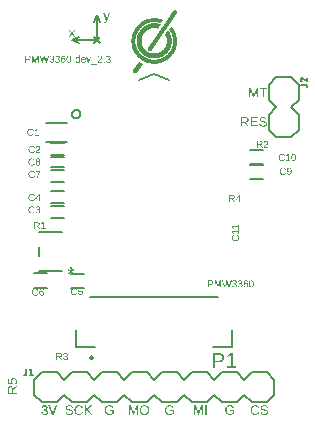
<source format=gbr>
G04 EAGLE Gerber RS-274X export*
G75*
%MOMM*%
%FSLAX34Y34*%
%LPD*%
%INSilkscreen Top*%
%IPPOS*%
%AMOC8*
5,1,8,0,0,1.08239X$1,22.5*%
G01*
G04 Define Apertures*
%ADD10C,0.152400*%
%ADD11C,0.127000*%
%ADD12C,0.203200*%
%ADD13C,0.200000*%
G36*
X-71175Y121600D02*
X-72261Y121600D01*
X-70105Y124714D01*
X-72160Y127659D01*
X-71046Y127659D01*
X-69534Y125302D01*
X-68033Y127659D01*
X-66908Y127659D01*
X-68963Y124725D01*
X-66779Y121600D01*
X-67904Y121600D01*
X-69534Y124086D01*
X-71175Y121600D01*
G37*
G36*
X-42110Y133190D02*
X-42491Y133205D01*
X-42805Y133252D01*
X-42805Y134008D01*
X-42581Y133982D01*
X-42334Y133974D01*
X-42105Y133996D01*
X-41889Y134060D01*
X-41684Y134169D01*
X-41492Y134320D01*
X-41312Y134514D01*
X-41144Y134752D01*
X-40988Y135033D01*
X-40845Y135357D01*
X-40750Y135598D01*
X-43152Y141629D01*
X-42077Y141629D01*
X-40800Y138280D01*
X-40733Y138093D01*
X-40481Y137362D01*
X-40251Y136668D01*
X-39859Y137771D01*
X-38532Y141629D01*
X-37468Y141629D01*
X-39798Y135570D01*
X-39982Y135117D01*
X-40160Y134725D01*
X-40332Y134396D01*
X-40498Y134128D01*
X-40664Y133906D01*
X-40840Y133715D01*
X-41024Y133554D01*
X-41217Y133422D01*
X-41421Y133321D01*
X-41638Y133248D01*
X-41868Y133205D01*
X-42110Y133190D01*
G37*
G36*
X-72308Y99916D02*
X-72555Y99928D01*
X-72786Y99965D01*
X-73002Y100025D01*
X-73201Y100110D01*
X-73385Y100219D01*
X-73552Y100353D01*
X-73704Y100510D01*
X-73840Y100692D01*
X-73960Y100898D01*
X-74064Y101125D01*
X-74152Y101375D01*
X-74224Y101647D01*
X-74280Y101941D01*
X-74320Y102258D01*
X-74344Y102597D01*
X-74352Y102958D01*
X-74344Y103327D01*
X-74321Y103672D01*
X-74282Y103993D01*
X-74228Y104291D01*
X-74158Y104564D01*
X-74072Y104814D01*
X-73971Y105039D01*
X-73855Y105241D01*
X-73721Y105419D01*
X-73570Y105573D01*
X-73401Y105704D01*
X-73213Y105811D01*
X-73008Y105894D01*
X-72784Y105953D01*
X-72543Y105989D01*
X-72283Y106001D01*
X-72030Y105989D01*
X-71795Y105953D01*
X-71576Y105893D01*
X-71375Y105809D01*
X-71191Y105701D01*
X-71024Y105569D01*
X-70874Y105413D01*
X-70741Y105233D01*
X-70624Y105029D01*
X-70523Y104803D01*
X-70438Y104553D01*
X-70368Y104280D01*
X-70314Y103984D01*
X-70275Y103665D01*
X-70252Y103323D01*
X-70244Y102958D01*
X-70252Y102599D01*
X-70276Y102261D01*
X-70317Y101946D01*
X-70374Y101652D01*
X-70448Y101380D01*
X-70538Y101131D01*
X-70644Y100903D01*
X-70766Y100697D01*
X-70905Y100514D01*
X-71059Y100355D01*
X-71228Y100221D01*
X-71413Y100111D01*
X-71613Y100026D01*
X-71830Y99965D01*
X-72061Y99928D01*
X-72308Y99916D01*
G37*
%LPC*%
G36*
X-72300Y100533D02*
X-72139Y100542D01*
X-71989Y100570D01*
X-71850Y100617D01*
X-71722Y100682D01*
X-71605Y100766D01*
X-71500Y100868D01*
X-71405Y100989D01*
X-71322Y101129D01*
X-71249Y101288D01*
X-71186Y101467D01*
X-71089Y101884D01*
X-71031Y102381D01*
X-71012Y102958D01*
X-71030Y103554D01*
X-71086Y104062D01*
X-71178Y104482D01*
X-71238Y104658D01*
X-71308Y104813D01*
X-71387Y104948D01*
X-71479Y105065D01*
X-71583Y105163D01*
X-71699Y105244D01*
X-71827Y105307D01*
X-71967Y105352D01*
X-72119Y105379D01*
X-72283Y105388D01*
X-72451Y105379D01*
X-72607Y105352D01*
X-72750Y105308D01*
X-72882Y105246D01*
X-73001Y105167D01*
X-73107Y105069D01*
X-73202Y104954D01*
X-73284Y104821D01*
X-73355Y104668D01*
X-73417Y104493D01*
X-73469Y104294D01*
X-73512Y104072D01*
X-73569Y103561D01*
X-73588Y102958D01*
X-73569Y102371D01*
X-73511Y101868D01*
X-73468Y101649D01*
X-73415Y101450D01*
X-73352Y101273D01*
X-73280Y101116D01*
X-73197Y100979D01*
X-73103Y100861D01*
X-72997Y100761D01*
X-72881Y100679D01*
X-72752Y100615D01*
X-72613Y100569D01*
X-72462Y100542D01*
X-72300Y100533D01*
G37*
%LPD*%
G36*
X-65000Y99916D02*
X-65208Y99925D01*
X-65402Y99952D01*
X-65581Y99998D01*
X-65747Y100061D01*
X-65898Y100142D01*
X-66035Y100242D01*
X-66157Y100359D01*
X-66265Y100495D01*
X-66360Y100649D01*
X-66443Y100822D01*
X-66512Y101013D01*
X-66569Y101223D01*
X-66613Y101452D01*
X-66645Y101699D01*
X-66664Y101965D01*
X-66670Y102249D01*
X-66664Y102537D01*
X-66644Y102806D01*
X-66612Y103056D01*
X-66566Y103288D01*
X-66507Y103502D01*
X-66436Y103696D01*
X-66351Y103873D01*
X-66253Y104030D01*
X-66142Y104170D01*
X-66018Y104290D01*
X-65881Y104392D01*
X-65731Y104476D01*
X-65568Y104541D01*
X-65392Y104587D01*
X-65203Y104615D01*
X-65000Y104624D01*
X-64753Y104612D01*
X-64527Y104577D01*
X-64323Y104518D01*
X-64140Y104435D01*
X-63976Y104327D01*
X-63830Y104191D01*
X-63700Y104027D01*
X-63586Y103835D01*
X-63578Y103835D01*
X-63586Y104343D01*
X-63586Y106227D01*
X-62831Y106227D01*
X-62831Y100936D01*
X-62825Y100347D01*
X-62806Y100000D01*
X-63527Y100000D01*
X-63555Y100311D01*
X-63569Y100730D01*
X-63586Y100730D01*
X-63700Y100527D01*
X-63830Y100356D01*
X-63978Y100215D01*
X-64142Y100105D01*
X-64326Y100022D01*
X-64530Y99963D01*
X-64755Y99928D01*
X-65000Y99916D01*
G37*
%LPC*%
G36*
X-64807Y100499D02*
X-64652Y100506D01*
X-64508Y100527D01*
X-64375Y100562D01*
X-64253Y100611D01*
X-64142Y100673D01*
X-64043Y100750D01*
X-63954Y100840D01*
X-63885Y100932D01*
X-63876Y100944D01*
X-63749Y101197D01*
X-63659Y101512D01*
X-63604Y101887D01*
X-63586Y102325D01*
X-63604Y102746D01*
X-63659Y103106D01*
X-63749Y103407D01*
X-63876Y103646D01*
X-63954Y103745D01*
X-64042Y103830D01*
X-64141Y103902D01*
X-64251Y103961D01*
X-64372Y104007D01*
X-64504Y104040D01*
X-64646Y104060D01*
X-64799Y104066D01*
X-64937Y104059D01*
X-65064Y104040D01*
X-65182Y104007D01*
X-65290Y103961D01*
X-65389Y103901D01*
X-65477Y103829D01*
X-65623Y103644D01*
X-65735Y103401D01*
X-65814Y103091D01*
X-65861Y102716D01*
X-65877Y102274D01*
X-65862Y101832D01*
X-65814Y101457D01*
X-65736Y101150D01*
X-65626Y100911D01*
X-65480Y100731D01*
X-65295Y100602D01*
X-65188Y100557D01*
X-65071Y100525D01*
X-64944Y100506D01*
X-64807Y100499D01*
G37*
%LPD*%
G36*
X-108494Y100000D02*
X-109295Y100000D01*
X-109295Y105912D01*
X-106807Y105912D01*
X-106565Y105905D01*
X-106338Y105883D01*
X-106124Y105847D01*
X-105925Y105796D01*
X-105739Y105730D01*
X-105568Y105650D01*
X-105410Y105556D01*
X-105267Y105447D01*
X-105139Y105324D01*
X-105028Y105190D01*
X-104934Y105044D01*
X-104858Y104885D01*
X-104798Y104715D01*
X-104755Y104533D01*
X-104730Y104339D01*
X-104721Y104133D01*
X-104730Y103929D01*
X-104755Y103735D01*
X-104798Y103552D01*
X-104858Y103380D01*
X-104935Y103219D01*
X-105029Y103068D01*
X-105141Y102928D01*
X-105269Y102799D01*
X-105412Y102683D01*
X-105567Y102582D01*
X-105735Y102497D01*
X-105915Y102427D01*
X-106107Y102373D01*
X-106311Y102335D01*
X-106528Y102311D01*
X-106756Y102304D01*
X-108494Y102304D01*
X-108494Y100000D01*
G37*
%LPC*%
G36*
X-106870Y102937D02*
X-106555Y102956D01*
X-106282Y103012D01*
X-106051Y103104D01*
X-105863Y103234D01*
X-105716Y103401D01*
X-105611Y103605D01*
X-105548Y103847D01*
X-105527Y104125D01*
X-105548Y104393D01*
X-105613Y104626D01*
X-105720Y104823D01*
X-105871Y104984D01*
X-106065Y105109D01*
X-106301Y105199D01*
X-106581Y105252D01*
X-106903Y105270D01*
X-108494Y105270D01*
X-108494Y102937D01*
X-106870Y102937D01*
G37*
%LPD*%
G36*
X-94389Y100000D02*
X-95346Y100000D01*
X-97087Y105912D01*
X-96252Y105912D01*
X-95191Y102157D01*
X-95009Y101441D01*
X-94842Y100705D01*
X-94609Y101712D01*
X-94252Y103035D01*
X-93445Y105912D01*
X-92677Y105912D01*
X-91649Y102232D01*
X-91439Y101399D01*
X-91280Y100705D01*
X-91242Y100852D01*
X-91057Y101639D01*
X-89878Y105912D01*
X-89043Y105912D01*
X-90785Y100000D01*
X-91741Y100000D01*
X-92765Y103756D01*
X-92889Y104248D01*
X-93059Y105019D01*
X-93244Y104205D01*
X-94389Y100000D01*
G37*
G36*
X-76976Y99916D02*
X-77219Y99928D01*
X-77446Y99963D01*
X-77659Y100021D01*
X-77857Y100102D01*
X-78041Y100206D01*
X-78210Y100334D01*
X-78364Y100485D01*
X-78504Y100659D01*
X-78628Y100855D01*
X-78735Y101072D01*
X-78826Y101311D01*
X-78900Y101570D01*
X-78958Y101851D01*
X-78999Y102153D01*
X-79024Y102476D01*
X-79032Y102820D01*
X-79024Y103193D01*
X-78998Y103543D01*
X-78955Y103871D01*
X-78895Y104177D01*
X-78818Y104461D01*
X-78723Y104722D01*
X-78612Y104961D01*
X-78483Y105178D01*
X-78338Y105371D01*
X-78179Y105538D01*
X-78005Y105679D01*
X-77817Y105795D01*
X-77614Y105885D01*
X-77396Y105949D01*
X-77164Y105988D01*
X-76918Y106001D01*
X-76598Y105982D01*
X-76310Y105925D01*
X-76053Y105831D01*
X-75827Y105699D01*
X-75631Y105530D01*
X-75467Y105323D01*
X-75333Y105078D01*
X-75231Y104796D01*
X-75952Y104666D01*
X-76016Y104835D01*
X-76097Y104982D01*
X-76194Y105106D01*
X-76307Y105207D01*
X-76437Y105286D01*
X-76583Y105343D01*
X-76746Y105377D01*
X-76926Y105388D01*
X-77083Y105378D01*
X-77231Y105350D01*
X-77370Y105303D01*
X-77499Y105237D01*
X-77620Y105153D01*
X-77731Y105049D01*
X-77833Y104927D01*
X-77927Y104786D01*
X-78010Y104627D01*
X-78082Y104451D01*
X-78143Y104258D01*
X-78193Y104049D01*
X-78231Y103822D01*
X-78259Y103579D01*
X-78281Y103042D01*
X-78168Y103222D01*
X-78034Y103378D01*
X-77878Y103512D01*
X-77702Y103623D01*
X-77509Y103711D01*
X-77301Y103773D01*
X-77081Y103810D01*
X-76846Y103823D01*
X-76647Y103815D01*
X-76458Y103791D01*
X-76280Y103751D01*
X-76112Y103695D01*
X-75955Y103623D01*
X-75809Y103535D01*
X-75673Y103431D01*
X-75547Y103311D01*
X-75435Y103177D01*
X-75337Y103033D01*
X-75255Y102877D01*
X-75187Y102711D01*
X-75135Y102533D01*
X-75097Y102345D01*
X-75075Y102145D01*
X-75067Y101934D01*
X-75075Y101707D01*
X-75099Y101491D01*
X-75138Y101288D01*
X-75194Y101097D01*
X-75265Y100919D01*
X-75353Y100753D01*
X-75456Y100599D01*
X-75575Y100457D01*
X-75708Y100331D01*
X-75853Y100221D01*
X-76010Y100128D01*
X-76179Y100051D01*
X-76360Y99992D01*
X-76553Y99950D01*
X-76759Y99925D01*
X-76976Y99916D01*
G37*
%LPC*%
G36*
X-77001Y100525D02*
X-76743Y100547D01*
X-76515Y100616D01*
X-76315Y100731D01*
X-76145Y100892D01*
X-76010Y101092D01*
X-75913Y101328D01*
X-75854Y101597D01*
X-75835Y101901D01*
X-75855Y102204D01*
X-75914Y102469D01*
X-76012Y102699D01*
X-76150Y102891D01*
X-76322Y103044D01*
X-76526Y103152D01*
X-76761Y103218D01*
X-77027Y103239D01*
X-77278Y103220D01*
X-77504Y103162D01*
X-77705Y103066D01*
X-77881Y102931D01*
X-78023Y102762D01*
X-78124Y102564D01*
X-78185Y102337D01*
X-78206Y102081D01*
X-78185Y101755D01*
X-78121Y101459D01*
X-78016Y101195D01*
X-77868Y100961D01*
X-77687Y100770D01*
X-77482Y100634D01*
X-77254Y100552D01*
X-77131Y100531D01*
X-77001Y100525D01*
G37*
%LPD*%
G36*
X-102863Y100000D02*
X-103576Y100000D01*
X-103576Y105912D01*
X-102523Y105912D01*
X-100950Y101813D01*
X-100788Y101282D01*
X-100685Y100873D01*
X-100545Y101383D01*
X-100400Y101813D01*
X-98856Y105912D01*
X-97828Y105912D01*
X-97828Y100000D01*
X-98549Y100000D01*
X-98549Y103944D01*
X-98540Y104586D01*
X-98512Y105203D01*
X-98707Y104534D01*
X-98881Y104028D01*
X-100408Y100000D01*
X-100971Y100000D01*
X-102519Y104028D01*
X-102754Y104742D01*
X-102892Y105203D01*
X-102880Y104737D01*
X-102863Y103944D01*
X-102863Y100000D01*
G37*
G36*
X-59825Y99916D02*
X-60069Y99925D01*
X-60298Y99954D01*
X-60512Y100000D01*
X-60712Y100066D01*
X-60896Y100150D01*
X-61065Y100254D01*
X-61219Y100375D01*
X-61358Y100516D01*
X-61482Y100675D01*
X-61589Y100853D01*
X-61679Y101048D01*
X-61753Y101262D01*
X-61811Y101494D01*
X-61852Y101744D01*
X-61877Y102013D01*
X-61885Y102299D01*
X-61877Y102572D01*
X-61852Y102829D01*
X-61811Y103069D01*
X-61753Y103293D01*
X-61679Y103500D01*
X-61589Y103691D01*
X-61482Y103866D01*
X-61358Y104024D01*
X-61220Y104165D01*
X-61067Y104287D01*
X-60900Y104390D01*
X-60719Y104474D01*
X-60524Y104540D01*
X-60315Y104587D01*
X-60091Y104615D01*
X-59854Y104624D01*
X-59612Y104615D01*
X-59385Y104586D01*
X-59174Y104539D01*
X-58978Y104473D01*
X-58799Y104389D01*
X-58634Y104285D01*
X-58486Y104162D01*
X-58353Y104021D01*
X-58236Y103861D01*
X-58134Y103682D01*
X-58048Y103484D01*
X-57978Y103267D01*
X-57923Y103031D01*
X-57884Y102777D01*
X-57860Y102504D01*
X-57852Y102211D01*
X-57852Y102111D01*
X-61092Y102111D01*
X-61072Y101743D01*
X-61011Y101419D01*
X-60910Y101141D01*
X-60769Y100906D01*
X-60589Y100721D01*
X-60485Y100648D01*
X-60371Y100589D01*
X-60249Y100542D01*
X-60117Y100509D01*
X-59975Y100489D01*
X-59825Y100483D01*
X-59591Y100495D01*
X-59382Y100532D01*
X-59198Y100593D01*
X-59038Y100680D01*
X-58902Y100785D01*
X-58790Y100903D01*
X-58702Y101035D01*
X-58637Y101179D01*
X-57974Y100990D01*
X-58092Y100739D01*
X-58242Y100520D01*
X-58425Y100336D01*
X-58640Y100185D01*
X-58888Y100067D01*
X-59168Y99983D01*
X-59480Y99933D01*
X-59825Y99916D01*
G37*
%LPC*%
G36*
X-58633Y102690D02*
X-58679Y103024D01*
X-58756Y103310D01*
X-58862Y103548D01*
X-58998Y103737D01*
X-59166Y103881D01*
X-59366Y103984D01*
X-59600Y104045D01*
X-59867Y104066D01*
X-60127Y104043D01*
X-60359Y103974D01*
X-60563Y103860D01*
X-60737Y103699D01*
X-60879Y103498D01*
X-60984Y103263D01*
X-61052Y102994D01*
X-61083Y102690D01*
X-58633Y102690D01*
G37*
%LPD*%
G36*
X-86604Y99916D02*
X-86823Y99922D01*
X-87030Y99941D01*
X-87226Y99973D01*
X-87411Y100017D01*
X-87585Y100074D01*
X-87747Y100144D01*
X-87898Y100226D01*
X-88037Y100321D01*
X-88164Y100428D01*
X-88277Y100548D01*
X-88377Y100679D01*
X-88463Y100823D01*
X-88536Y100979D01*
X-88595Y101147D01*
X-88641Y101327D01*
X-88673Y101519D01*
X-87892Y101590D01*
X-87839Y101344D01*
X-87755Y101131D01*
X-87640Y100951D01*
X-87495Y100804D01*
X-87318Y100689D01*
X-87111Y100607D01*
X-86873Y100558D01*
X-86604Y100541D01*
X-86334Y100559D01*
X-86095Y100612D01*
X-85886Y100699D01*
X-85708Y100822D01*
X-85566Y100980D01*
X-85464Y101172D01*
X-85403Y101398D01*
X-85383Y101657D01*
X-85406Y101886D01*
X-85476Y102087D01*
X-85592Y102262D01*
X-85754Y102411D01*
X-85961Y102529D01*
X-86208Y102614D01*
X-86497Y102664D01*
X-86826Y102681D01*
X-87254Y102681D01*
X-87254Y103336D01*
X-86843Y103336D01*
X-86550Y103353D01*
X-86292Y103404D01*
X-86069Y103488D01*
X-85880Y103607D01*
X-85731Y103755D01*
X-85624Y103929D01*
X-85560Y104129D01*
X-85538Y104356D01*
X-85556Y104580D01*
X-85608Y104780D01*
X-85695Y104955D01*
X-85817Y105105D01*
X-85974Y105225D01*
X-86164Y105311D01*
X-86388Y105362D01*
X-86646Y105379D01*
X-86884Y105363D01*
X-87098Y105315D01*
X-87288Y105236D01*
X-87454Y105124D01*
X-87592Y104982D01*
X-87698Y104815D01*
X-87771Y104622D01*
X-87813Y104402D01*
X-88572Y104461D01*
X-88544Y104637D01*
X-88503Y104804D01*
X-88448Y104960D01*
X-88380Y105107D01*
X-88297Y105243D01*
X-88202Y105370D01*
X-88093Y105487D01*
X-87970Y105593D01*
X-87692Y105772D01*
X-87540Y105842D01*
X-87378Y105899D01*
X-87207Y105943D01*
X-87026Y105975D01*
X-86836Y105994D01*
X-86638Y106001D01*
X-86421Y105994D01*
X-86218Y105975D01*
X-86026Y105942D01*
X-85847Y105897D01*
X-85681Y105839D01*
X-85526Y105768D01*
X-85384Y105684D01*
X-85255Y105587D01*
X-85139Y105479D01*
X-85039Y105360D01*
X-84955Y105231D01*
X-84885Y105093D01*
X-84831Y104944D01*
X-84793Y104784D01*
X-84770Y104615D01*
X-84762Y104435D01*
X-84782Y104165D01*
X-84841Y103922D01*
X-84940Y103705D01*
X-85079Y103514D01*
X-85255Y103351D01*
X-85467Y103217D01*
X-85716Y103111D01*
X-86000Y103034D01*
X-86000Y103017D01*
X-85687Y102962D01*
X-85410Y102870D01*
X-85171Y102740D01*
X-84968Y102572D01*
X-84806Y102373D01*
X-84691Y102151D01*
X-84621Y101903D01*
X-84598Y101632D01*
X-84606Y101434D01*
X-84631Y101246D01*
X-84671Y101071D01*
X-84728Y100906D01*
X-84802Y100754D01*
X-84891Y100613D01*
X-84997Y100483D01*
X-85119Y100365D01*
X-85256Y100260D01*
X-85407Y100169D01*
X-85571Y100091D01*
X-85750Y100028D01*
X-85943Y99979D01*
X-86149Y99944D01*
X-86370Y99923D01*
X-86604Y99916D01*
G37*
G36*
X-81854Y99916D02*
X-82073Y99922D01*
X-82280Y99941D01*
X-82476Y99973D01*
X-82661Y100017D01*
X-82835Y100074D01*
X-82997Y100144D01*
X-83148Y100226D01*
X-83287Y100321D01*
X-83414Y100428D01*
X-83527Y100548D01*
X-83627Y100679D01*
X-83713Y100823D01*
X-83786Y100979D01*
X-83845Y101147D01*
X-83891Y101327D01*
X-83923Y101519D01*
X-83142Y101590D01*
X-83089Y101344D01*
X-83005Y101131D01*
X-82890Y100951D01*
X-82745Y100804D01*
X-82568Y100689D01*
X-82361Y100607D01*
X-82123Y100558D01*
X-81854Y100541D01*
X-81584Y100559D01*
X-81345Y100612D01*
X-81136Y100699D01*
X-80958Y100822D01*
X-80816Y100980D01*
X-80714Y101172D01*
X-80653Y101398D01*
X-80633Y101657D01*
X-80656Y101886D01*
X-80726Y102087D01*
X-80842Y102262D01*
X-81004Y102411D01*
X-81211Y102529D01*
X-81458Y102614D01*
X-81747Y102664D01*
X-82076Y102681D01*
X-82504Y102681D01*
X-82504Y103336D01*
X-82093Y103336D01*
X-81800Y103353D01*
X-81542Y103404D01*
X-81319Y103488D01*
X-81130Y103607D01*
X-80981Y103755D01*
X-80874Y103929D01*
X-80810Y104129D01*
X-80788Y104356D01*
X-80806Y104580D01*
X-80858Y104780D01*
X-80945Y104955D01*
X-81067Y105105D01*
X-81224Y105225D01*
X-81414Y105311D01*
X-81638Y105362D01*
X-81896Y105379D01*
X-82134Y105363D01*
X-82348Y105315D01*
X-82538Y105236D01*
X-82704Y105124D01*
X-82842Y104982D01*
X-82948Y104815D01*
X-83021Y104622D01*
X-83063Y104402D01*
X-83822Y104461D01*
X-83794Y104637D01*
X-83753Y104804D01*
X-83698Y104960D01*
X-83630Y105107D01*
X-83547Y105243D01*
X-83452Y105370D01*
X-83343Y105487D01*
X-83220Y105593D01*
X-82942Y105772D01*
X-82790Y105842D01*
X-82628Y105899D01*
X-82457Y105943D01*
X-82276Y105975D01*
X-82086Y105994D01*
X-81888Y106001D01*
X-81671Y105994D01*
X-81468Y105975D01*
X-81276Y105942D01*
X-81097Y105897D01*
X-80931Y105839D01*
X-80776Y105768D01*
X-80634Y105684D01*
X-80505Y105587D01*
X-80389Y105479D01*
X-80289Y105360D01*
X-80205Y105231D01*
X-80135Y105093D01*
X-80081Y104944D01*
X-80043Y104784D01*
X-80020Y104615D01*
X-80012Y104435D01*
X-80032Y104165D01*
X-80091Y103922D01*
X-80190Y103705D01*
X-80329Y103514D01*
X-80505Y103351D01*
X-80717Y103217D01*
X-80966Y103111D01*
X-81250Y103034D01*
X-81250Y103017D01*
X-80937Y102962D01*
X-80660Y102870D01*
X-80421Y102740D01*
X-80218Y102572D01*
X-80056Y102373D01*
X-79941Y102151D01*
X-79871Y101903D01*
X-79848Y101632D01*
X-79856Y101434D01*
X-79881Y101246D01*
X-79921Y101071D01*
X-79978Y100906D01*
X-80052Y100754D01*
X-80141Y100613D01*
X-80247Y100483D01*
X-80369Y100365D01*
X-80506Y100260D01*
X-80657Y100169D01*
X-80821Y100091D01*
X-81000Y100028D01*
X-81193Y99979D01*
X-81399Y99944D01*
X-81620Y99923D01*
X-81854Y99916D01*
G37*
G36*
X-38854Y99916D02*
X-39073Y99922D01*
X-39280Y99941D01*
X-39476Y99973D01*
X-39661Y100017D01*
X-39835Y100074D01*
X-39997Y100144D01*
X-40148Y100226D01*
X-40287Y100321D01*
X-40414Y100428D01*
X-40527Y100548D01*
X-40627Y100679D01*
X-40713Y100823D01*
X-40786Y100979D01*
X-40845Y101147D01*
X-40891Y101327D01*
X-40923Y101519D01*
X-40142Y101590D01*
X-40089Y101344D01*
X-40005Y101131D01*
X-39890Y100951D01*
X-39745Y100804D01*
X-39568Y100689D01*
X-39361Y100607D01*
X-39123Y100558D01*
X-38854Y100541D01*
X-38584Y100559D01*
X-38345Y100612D01*
X-38136Y100699D01*
X-37958Y100822D01*
X-37816Y100980D01*
X-37714Y101172D01*
X-37653Y101398D01*
X-37633Y101657D01*
X-37656Y101886D01*
X-37726Y102087D01*
X-37842Y102262D01*
X-38004Y102411D01*
X-38211Y102529D01*
X-38458Y102614D01*
X-38747Y102664D01*
X-39076Y102681D01*
X-39504Y102681D01*
X-39504Y103336D01*
X-39093Y103336D01*
X-38800Y103353D01*
X-38542Y103404D01*
X-38319Y103488D01*
X-38130Y103607D01*
X-37981Y103755D01*
X-37874Y103929D01*
X-37810Y104129D01*
X-37788Y104356D01*
X-37806Y104580D01*
X-37858Y104780D01*
X-37945Y104955D01*
X-38067Y105105D01*
X-38224Y105225D01*
X-38414Y105311D01*
X-38638Y105362D01*
X-38896Y105379D01*
X-39134Y105363D01*
X-39348Y105315D01*
X-39538Y105236D01*
X-39704Y105124D01*
X-39842Y104982D01*
X-39948Y104815D01*
X-40021Y104622D01*
X-40063Y104402D01*
X-40822Y104461D01*
X-40794Y104637D01*
X-40753Y104804D01*
X-40698Y104960D01*
X-40630Y105107D01*
X-40547Y105243D01*
X-40452Y105370D01*
X-40343Y105487D01*
X-40220Y105593D01*
X-39942Y105772D01*
X-39790Y105842D01*
X-39628Y105899D01*
X-39457Y105943D01*
X-39276Y105975D01*
X-39086Y105994D01*
X-38888Y106001D01*
X-38671Y105994D01*
X-38468Y105975D01*
X-38276Y105942D01*
X-38097Y105897D01*
X-37931Y105839D01*
X-37776Y105768D01*
X-37634Y105684D01*
X-37505Y105587D01*
X-37389Y105479D01*
X-37289Y105360D01*
X-37205Y105231D01*
X-37135Y105093D01*
X-37081Y104944D01*
X-37043Y104784D01*
X-37020Y104615D01*
X-37012Y104435D01*
X-37032Y104165D01*
X-37091Y103922D01*
X-37190Y103705D01*
X-37329Y103514D01*
X-37505Y103351D01*
X-37717Y103217D01*
X-37966Y103111D01*
X-38250Y103034D01*
X-38250Y103017D01*
X-37937Y102962D01*
X-37660Y102870D01*
X-37421Y102740D01*
X-37218Y102572D01*
X-37056Y102373D01*
X-36941Y102151D01*
X-36871Y101903D01*
X-36848Y101632D01*
X-36856Y101434D01*
X-36881Y101246D01*
X-36921Y101071D01*
X-36978Y100906D01*
X-37052Y100754D01*
X-37141Y100613D01*
X-37247Y100483D01*
X-37369Y100365D01*
X-37506Y100260D01*
X-37657Y100169D01*
X-37821Y100091D01*
X-38000Y100028D01*
X-38193Y99979D01*
X-38399Y99944D01*
X-38620Y99923D01*
X-38854Y99916D01*
G37*
G36*
X-44059Y100000D02*
X-47974Y100000D01*
X-47974Y100533D01*
X-47861Y100771D01*
X-47736Y100995D01*
X-47600Y101204D01*
X-47452Y101399D01*
X-47135Y101757D01*
X-46803Y102079D01*
X-46130Y102644D01*
X-45813Y102904D01*
X-45528Y103164D01*
X-45285Y103430D01*
X-45093Y103709D01*
X-45021Y103857D01*
X-44969Y104014D01*
X-44938Y104180D01*
X-44928Y104356D01*
X-44945Y104585D01*
X-44999Y104788D01*
X-45088Y104963D01*
X-45213Y105111D01*
X-45370Y105228D01*
X-45554Y105312D01*
X-45766Y105363D01*
X-46006Y105379D01*
X-46237Y105363D01*
X-46446Y105314D01*
X-46634Y105232D01*
X-46801Y105117D01*
X-46941Y104973D01*
X-47049Y104802D01*
X-47125Y104605D01*
X-47168Y104381D01*
X-47941Y104452D01*
X-47913Y104625D01*
X-47871Y104789D01*
X-47816Y104943D01*
X-47748Y105089D01*
X-47666Y105225D01*
X-47570Y105353D01*
X-47338Y105581D01*
X-47061Y105764D01*
X-46908Y105837D01*
X-46746Y105896D01*
X-46575Y105942D01*
X-46395Y105974D01*
X-46205Y105994D01*
X-46006Y106001D01*
X-45789Y105994D01*
X-45585Y105974D01*
X-45394Y105941D01*
X-45216Y105895D01*
X-45050Y105836D01*
X-44898Y105763D01*
X-44758Y105678D01*
X-44632Y105579D01*
X-44519Y105468D01*
X-44422Y105346D01*
X-44339Y105213D01*
X-44271Y105068D01*
X-44219Y104913D01*
X-44181Y104747D01*
X-44159Y104569D01*
X-44151Y104381D01*
X-44161Y104209D01*
X-44191Y104038D01*
X-44240Y103867D01*
X-44309Y103697D01*
X-44397Y103527D01*
X-44504Y103357D01*
X-44777Y103017D01*
X-45229Y102584D01*
X-45964Y101964D01*
X-46397Y101589D01*
X-46732Y101253D01*
X-46977Y100942D01*
X-47070Y100790D01*
X-47143Y100642D01*
X-44059Y100642D01*
X-44059Y100000D01*
G37*
G36*
X-54897Y100000D02*
X-55790Y100000D01*
X-57439Y104540D01*
X-56634Y104540D01*
X-55635Y101586D01*
X-55346Y100592D01*
X-55199Y101083D01*
X-55035Y101578D01*
X-54003Y104540D01*
X-53201Y104540D01*
X-54897Y100000D01*
G37*
G36*
X-48312Y98292D02*
X-53318Y98292D01*
X-53318Y98838D01*
X-48312Y98838D01*
X-48312Y98292D01*
G37*
G36*
X-67426Y101947D02*
X-69524Y101947D01*
X-69524Y102618D01*
X-67426Y102618D01*
X-67426Y101947D01*
G37*
G36*
X-42022Y100000D02*
X-42840Y100000D01*
X-42840Y100919D01*
X-42022Y100919D01*
X-42022Y100000D01*
G37*
G36*
X-92816Y-198240D02*
X-93108Y-198232D01*
X-93385Y-198206D01*
X-93647Y-198164D01*
X-93893Y-198105D01*
X-94125Y-198029D01*
X-94341Y-197936D01*
X-94542Y-197826D01*
X-94728Y-197700D01*
X-94898Y-197556D01*
X-95049Y-197397D01*
X-95182Y-197221D01*
X-95298Y-197030D01*
X-95395Y-196822D01*
X-95473Y-196598D01*
X-95534Y-196357D01*
X-95577Y-196101D01*
X-94535Y-196006D01*
X-94464Y-196334D01*
X-94352Y-196618D01*
X-94199Y-196859D01*
X-94005Y-197056D01*
X-93769Y-197209D01*
X-93493Y-197318D01*
X-93175Y-197384D01*
X-92816Y-197406D01*
X-92456Y-197382D01*
X-92136Y-197312D01*
X-91858Y-197195D01*
X-91621Y-197030D01*
X-91519Y-196931D01*
X-91431Y-196820D01*
X-91356Y-196698D01*
X-91295Y-196564D01*
X-91248Y-196419D01*
X-91214Y-196263D01*
X-91193Y-196095D01*
X-91187Y-195916D01*
X-91194Y-195759D01*
X-91217Y-195612D01*
X-91256Y-195473D01*
X-91310Y-195343D01*
X-91380Y-195222D01*
X-91465Y-195109D01*
X-91566Y-195006D01*
X-91682Y-194911D01*
X-91813Y-194826D01*
X-91957Y-194753D01*
X-92116Y-194691D01*
X-92288Y-194640D01*
X-92673Y-194572D01*
X-93113Y-194550D01*
X-93684Y-194550D01*
X-93684Y-193676D01*
X-93135Y-193676D01*
X-92744Y-193653D01*
X-92400Y-193586D01*
X-92102Y-193473D01*
X-91850Y-193315D01*
X-91650Y-193117D01*
X-91572Y-193005D01*
X-91508Y-192884D01*
X-91458Y-192755D01*
X-91422Y-192617D01*
X-91401Y-192471D01*
X-91394Y-192315D01*
X-91417Y-192015D01*
X-91487Y-191749D01*
X-91603Y-191516D01*
X-91766Y-191316D01*
X-91975Y-191155D01*
X-92229Y-191041D01*
X-92528Y-190972D01*
X-92872Y-190949D01*
X-93189Y-190970D01*
X-93475Y-191034D01*
X-93728Y-191141D01*
X-93950Y-191290D01*
X-94134Y-191479D01*
X-94276Y-191702D01*
X-94374Y-191960D01*
X-94429Y-192254D01*
X-95442Y-192175D01*
X-95405Y-191940D01*
X-95350Y-191717D01*
X-95277Y-191509D01*
X-95186Y-191313D01*
X-95076Y-191131D01*
X-94948Y-190961D01*
X-94803Y-190806D01*
X-94639Y-190663D01*
X-94460Y-190536D01*
X-94268Y-190426D01*
X-94065Y-190332D01*
X-93849Y-190256D01*
X-93620Y-190196D01*
X-93379Y-190154D01*
X-93126Y-190129D01*
X-92861Y-190120D01*
X-92572Y-190129D01*
X-92300Y-190155D01*
X-92045Y-190198D01*
X-91806Y-190258D01*
X-91584Y-190336D01*
X-91378Y-190430D01*
X-91188Y-190542D01*
X-91016Y-190672D01*
X-90861Y-190816D01*
X-90728Y-190975D01*
X-90615Y-191146D01*
X-90522Y-191332D01*
X-90450Y-191531D01*
X-90399Y-191743D01*
X-90368Y-191969D01*
X-90358Y-192209D01*
X-90364Y-192393D01*
X-90384Y-192569D01*
X-90417Y-192736D01*
X-90463Y-192894D01*
X-90523Y-193043D01*
X-90596Y-193184D01*
X-90781Y-193438D01*
X-91016Y-193656D01*
X-91299Y-193835D01*
X-91630Y-193976D01*
X-92010Y-194079D01*
X-92010Y-194102D01*
X-91795Y-194132D01*
X-91592Y-194174D01*
X-91401Y-194230D01*
X-91223Y-194298D01*
X-91057Y-194378D01*
X-90903Y-194471D01*
X-90761Y-194577D01*
X-90632Y-194695D01*
X-90517Y-194824D01*
X-90417Y-194961D01*
X-90332Y-195105D01*
X-90263Y-195258D01*
X-90209Y-195419D01*
X-90170Y-195588D01*
X-90147Y-195765D01*
X-90139Y-195950D01*
X-90150Y-196215D01*
X-90183Y-196465D01*
X-90237Y-196699D01*
X-90313Y-196918D01*
X-90411Y-197122D01*
X-90530Y-197310D01*
X-90671Y-197483D01*
X-90834Y-197641D01*
X-91017Y-197781D01*
X-91218Y-197903D01*
X-91438Y-198006D01*
X-91677Y-198090D01*
X-91934Y-198156D01*
X-92209Y-198203D01*
X-92503Y-198231D01*
X-92816Y-198240D01*
G37*
G36*
X-85260Y-198128D02*
X-86368Y-198128D01*
X-89588Y-190238D01*
X-88463Y-190238D01*
X-86279Y-195793D01*
X-85808Y-197187D01*
X-85338Y-195793D01*
X-83165Y-190238D01*
X-82040Y-190238D01*
X-85260Y-198128D01*
G37*
G36*
X34523Y-198128D02*
X33571Y-198128D01*
X33571Y-190238D01*
X34977Y-190238D01*
X37077Y-195709D01*
X37292Y-196417D01*
X37430Y-196963D01*
X37499Y-196681D01*
X37617Y-196283D01*
X37810Y-195709D01*
X39871Y-190238D01*
X41243Y-190238D01*
X41243Y-198128D01*
X40280Y-198128D01*
X40280Y-192864D01*
X40293Y-192007D01*
X40330Y-191184D01*
X40070Y-192077D01*
X39838Y-192752D01*
X37799Y-198128D01*
X37049Y-198128D01*
X34982Y-192752D01*
X34669Y-191800D01*
X34484Y-191184D01*
X34501Y-191806D01*
X34523Y-192864D01*
X34523Y-198128D01*
G37*
G36*
X44290Y-198128D02*
X43220Y-198128D01*
X43220Y-190238D01*
X44290Y-190238D01*
X44290Y-198128D01*
G37*
G36*
X-8254Y-198240D02*
X-8552Y-198232D01*
X-8840Y-198209D01*
X-9118Y-198171D01*
X-9386Y-198117D01*
X-9642Y-198048D01*
X-9889Y-197963D01*
X-10125Y-197863D01*
X-10351Y-197747D01*
X-10565Y-197617D01*
X-10766Y-197473D01*
X-10954Y-197316D01*
X-11129Y-197145D01*
X-11290Y-196960D01*
X-11439Y-196761D01*
X-11575Y-196548D01*
X-11698Y-196322D01*
X-11807Y-196084D01*
X-11901Y-195836D01*
X-11981Y-195579D01*
X-12046Y-195312D01*
X-12097Y-195035D01*
X-12133Y-194749D01*
X-12155Y-194452D01*
X-12162Y-194146D01*
X-12146Y-193686D01*
X-12098Y-193252D01*
X-12017Y-192843D01*
X-11903Y-192460D01*
X-11758Y-192103D01*
X-11580Y-191772D01*
X-11369Y-191466D01*
X-11126Y-191187D01*
X-10855Y-190937D01*
X-10558Y-190720D01*
X-10235Y-190537D01*
X-9887Y-190387D01*
X-9514Y-190270D01*
X-9116Y-190187D01*
X-8692Y-190137D01*
X-8242Y-190120D01*
X-7946Y-190128D01*
X-7660Y-190150D01*
X-7384Y-190187D01*
X-7118Y-190240D01*
X-6862Y-190307D01*
X-6616Y-190389D01*
X-6380Y-190487D01*
X-6154Y-190599D01*
X-5939Y-190725D01*
X-5737Y-190865D01*
X-5549Y-191019D01*
X-5373Y-191186D01*
X-5211Y-191367D01*
X-5061Y-191561D01*
X-4925Y-191769D01*
X-4801Y-191990D01*
X-4692Y-192224D01*
X-4597Y-192468D01*
X-4516Y-192722D01*
X-4451Y-192986D01*
X-4399Y-193261D01*
X-4363Y-193546D01*
X-4341Y-193841D01*
X-4334Y-194146D01*
X-4341Y-194451D01*
X-4363Y-194746D01*
X-4400Y-195031D01*
X-4452Y-195307D01*
X-4518Y-195573D01*
X-4600Y-195830D01*
X-4696Y-196076D01*
X-4807Y-196314D01*
X-4932Y-196539D01*
X-5069Y-196751D01*
X-5220Y-196950D01*
X-5383Y-197135D01*
X-5559Y-197307D01*
X-5748Y-197465D01*
X-5950Y-197610D01*
X-6165Y-197742D01*
X-6391Y-197858D01*
X-6627Y-197960D01*
X-6873Y-198045D01*
X-7129Y-198115D01*
X-7396Y-198170D01*
X-7672Y-198209D01*
X-7958Y-198232D01*
X-8254Y-198240D01*
G37*
%LPC*%
G36*
X-8254Y-197372D02*
X-7922Y-197359D01*
X-7610Y-197319D01*
X-7318Y-197254D01*
X-7046Y-197161D01*
X-6794Y-197043D01*
X-6562Y-196898D01*
X-6349Y-196727D01*
X-6156Y-196529D01*
X-5985Y-196308D01*
X-5837Y-196064D01*
X-5711Y-195799D01*
X-5608Y-195512D01*
X-5528Y-195203D01*
X-5471Y-194873D01*
X-5437Y-194521D01*
X-5426Y-194146D01*
X-5437Y-193788D01*
X-5472Y-193450D01*
X-5529Y-193131D01*
X-5610Y-192832D01*
X-5713Y-192553D01*
X-5840Y-192293D01*
X-5989Y-192054D01*
X-6162Y-191834D01*
X-6356Y-191637D01*
X-6568Y-191466D01*
X-6800Y-191322D01*
X-7050Y-191204D01*
X-7320Y-191112D01*
X-7608Y-191046D01*
X-7916Y-191007D01*
X-8242Y-190994D01*
X-8572Y-191007D01*
X-8882Y-191045D01*
X-9172Y-191110D01*
X-9444Y-191201D01*
X-9696Y-191317D01*
X-9929Y-191460D01*
X-10142Y-191628D01*
X-10337Y-191822D01*
X-10510Y-192040D01*
X-10660Y-192279D01*
X-10787Y-192538D01*
X-10891Y-192818D01*
X-10972Y-193119D01*
X-11030Y-193441D01*
X-11064Y-193783D01*
X-11076Y-194146D01*
X-11064Y-194508D01*
X-11029Y-194850D01*
X-10971Y-195173D01*
X-10889Y-195477D01*
X-10784Y-195762D01*
X-10655Y-196028D01*
X-10504Y-196274D01*
X-10328Y-196501D01*
X-10132Y-196705D01*
X-9918Y-196882D01*
X-9686Y-197032D01*
X-9436Y-197154D01*
X-9168Y-197250D01*
X-8881Y-197318D01*
X-8576Y-197358D01*
X-8254Y-197372D01*
G37*
%LPD*%
G36*
X-20344Y-198128D02*
X-21296Y-198128D01*
X-21296Y-190238D01*
X-19890Y-190238D01*
X-17790Y-195709D01*
X-17575Y-196417D01*
X-17438Y-196963D01*
X-17368Y-196681D01*
X-17250Y-196283D01*
X-17057Y-195709D01*
X-14996Y-190238D01*
X-13624Y-190238D01*
X-13624Y-198128D01*
X-14587Y-198128D01*
X-14587Y-192864D01*
X-14575Y-192007D01*
X-14537Y-191184D01*
X-14797Y-192077D01*
X-15030Y-192752D01*
X-17068Y-198128D01*
X-17818Y-198128D01*
X-19885Y-192752D01*
X-20198Y-191800D01*
X-20383Y-191184D01*
X-20366Y-191806D01*
X-20344Y-192864D01*
X-20344Y-198128D01*
G37*
G36*
X93179Y-198240D02*
X92828Y-198232D01*
X92496Y-198209D01*
X92183Y-198170D01*
X91889Y-198115D01*
X91614Y-198044D01*
X91357Y-197958D01*
X91120Y-197856D01*
X90902Y-197739D01*
X90702Y-197606D01*
X90522Y-197457D01*
X90360Y-197292D01*
X90217Y-197112D01*
X90094Y-196917D01*
X89989Y-196705D01*
X89903Y-196478D01*
X89836Y-196235D01*
X90872Y-196028D01*
X90923Y-196200D01*
X90987Y-196360D01*
X91063Y-196508D01*
X91152Y-196645D01*
X91254Y-196769D01*
X91368Y-196882D01*
X91495Y-196983D01*
X91634Y-197072D01*
X91951Y-197218D01*
X92321Y-197322D01*
X92744Y-197385D01*
X93219Y-197406D01*
X93707Y-197383D01*
X94136Y-197317D01*
X94329Y-197267D01*
X94506Y-197206D01*
X94669Y-197133D01*
X94817Y-197050D01*
X94949Y-196956D01*
X95064Y-196851D01*
X95160Y-196736D01*
X95240Y-196611D01*
X95301Y-196475D01*
X95345Y-196329D01*
X95371Y-196173D01*
X95380Y-196006D01*
X95369Y-195822D01*
X95336Y-195656D01*
X95281Y-195508D01*
X95204Y-195378D01*
X95107Y-195263D01*
X94992Y-195159D01*
X94859Y-195064D01*
X94708Y-194981D01*
X94358Y-194837D01*
X93947Y-194718D01*
X92967Y-194488D01*
X92144Y-194281D01*
X91817Y-194177D01*
X91547Y-194074D01*
X91318Y-193967D01*
X91114Y-193855D01*
X90935Y-193736D01*
X90783Y-193612D01*
X90651Y-193479D01*
X90536Y-193335D01*
X90437Y-193181D01*
X90354Y-193015D01*
X90289Y-192838D01*
X90243Y-192648D01*
X90215Y-192446D01*
X90206Y-192231D01*
X90218Y-191985D01*
X90254Y-191754D01*
X90315Y-191536D01*
X90400Y-191334D01*
X90509Y-191146D01*
X90642Y-190972D01*
X90800Y-190813D01*
X90981Y-190669D01*
X91186Y-190540D01*
X91411Y-190429D01*
X91657Y-190334D01*
X91924Y-190257D01*
X92212Y-190197D01*
X92521Y-190154D01*
X92851Y-190129D01*
X93202Y-190120D01*
X93528Y-190126D01*
X93834Y-190146D01*
X94121Y-190178D01*
X94388Y-190223D01*
X94635Y-190281D01*
X94862Y-190352D01*
X95069Y-190435D01*
X95257Y-190532D01*
X95428Y-190644D01*
X95586Y-190774D01*
X95731Y-190922D01*
X95862Y-191088D01*
X95980Y-191273D01*
X96084Y-191475D01*
X96176Y-191696D01*
X96254Y-191934D01*
X95201Y-192119D01*
X95095Y-191827D01*
X94949Y-191578D01*
X94764Y-191372D01*
X94540Y-191209D01*
X94273Y-191086D01*
X93959Y-190997D01*
X93598Y-190944D01*
X93191Y-190926D01*
X92745Y-190946D01*
X92356Y-191005D01*
X92023Y-191103D01*
X91746Y-191240D01*
X91629Y-191323D01*
X91528Y-191416D01*
X91442Y-191519D01*
X91372Y-191631D01*
X91318Y-191752D01*
X91279Y-191884D01*
X91255Y-192025D01*
X91247Y-192175D01*
X91260Y-192349D01*
X91296Y-192508D01*
X91356Y-192650D01*
X91441Y-192777D01*
X91548Y-192892D01*
X91677Y-192997D01*
X91827Y-193093D01*
X91998Y-193180D01*
X92225Y-193268D01*
X92542Y-193365D01*
X93448Y-193586D01*
X94173Y-193757D01*
X94527Y-193852D01*
X94865Y-193964D01*
X95185Y-194095D01*
X95484Y-194247D01*
X95753Y-194428D01*
X95985Y-194645D01*
X96175Y-194901D01*
X96318Y-195199D01*
X96371Y-195366D01*
X96409Y-195546D01*
X96431Y-195741D01*
X96439Y-195950D01*
X96425Y-196215D01*
X96385Y-196465D01*
X96319Y-196699D01*
X96225Y-196918D01*
X96105Y-197122D01*
X95958Y-197310D01*
X95785Y-197483D01*
X95585Y-197641D01*
X95360Y-197781D01*
X95114Y-197903D01*
X94846Y-198006D01*
X94556Y-198090D01*
X94245Y-198156D01*
X93911Y-198203D01*
X93556Y-198231D01*
X93179Y-198240D01*
G37*
G36*
X85464Y-198240D02*
X85171Y-198232D01*
X84887Y-198209D01*
X84614Y-198170D01*
X84351Y-198116D01*
X84099Y-198046D01*
X83856Y-197961D01*
X83623Y-197861D01*
X83400Y-197744D01*
X83189Y-197614D01*
X82991Y-197470D01*
X82805Y-197313D01*
X82633Y-197142D01*
X82474Y-196959D01*
X82327Y-196762D01*
X82194Y-196551D01*
X82073Y-196328D01*
X81966Y-196092D01*
X81873Y-195846D01*
X81795Y-195589D01*
X81731Y-195322D01*
X81681Y-195044D01*
X81645Y-194755D01*
X81624Y-194456D01*
X81617Y-194146D01*
X81633Y-193687D01*
X81680Y-193254D01*
X81760Y-192846D01*
X81871Y-192464D01*
X82015Y-192107D01*
X82190Y-191776D01*
X82397Y-191470D01*
X82636Y-191190D01*
X82903Y-190939D01*
X83194Y-190722D01*
X83510Y-190538D01*
X83851Y-190387D01*
X84216Y-190270D01*
X84606Y-190187D01*
X85020Y-190137D01*
X85458Y-190120D01*
X85767Y-190128D01*
X86062Y-190151D01*
X86345Y-190189D01*
X86615Y-190243D01*
X86871Y-190313D01*
X87115Y-190397D01*
X87346Y-190497D01*
X87564Y-190613D01*
X87768Y-190744D01*
X87959Y-190889D01*
X88135Y-191049D01*
X88297Y-191225D01*
X88446Y-191415D01*
X88580Y-191620D01*
X88701Y-191840D01*
X88807Y-192074D01*
X87793Y-192410D01*
X87635Y-192086D01*
X87436Y-191803D01*
X87194Y-191560D01*
X86911Y-191358D01*
X86593Y-191198D01*
X86247Y-191085D01*
X85872Y-191016D01*
X85469Y-190994D01*
X85151Y-191007D01*
X84851Y-191046D01*
X84568Y-191112D01*
X84305Y-191204D01*
X84059Y-191323D01*
X83831Y-191468D01*
X83622Y-191639D01*
X83431Y-191836D01*
X83260Y-192057D01*
X83112Y-192297D01*
X82987Y-192556D01*
X82885Y-192835D01*
X82805Y-193134D01*
X82748Y-193452D01*
X82714Y-193789D01*
X82703Y-194146D01*
X82715Y-194500D01*
X82750Y-194836D01*
X82810Y-195154D01*
X82893Y-195455D01*
X82999Y-195737D01*
X83130Y-196002D01*
X83284Y-196249D01*
X83462Y-196479D01*
X83660Y-196686D01*
X83875Y-196865D01*
X84106Y-197016D01*
X84354Y-197140D01*
X84619Y-197237D01*
X84901Y-197306D01*
X85199Y-197347D01*
X85514Y-197361D01*
X85718Y-197354D01*
X85916Y-197335D01*
X86107Y-197303D01*
X86292Y-197258D01*
X86642Y-197130D01*
X86966Y-196951D01*
X87265Y-196720D01*
X87538Y-196438D01*
X87785Y-196105D01*
X88006Y-195720D01*
X88880Y-196157D01*
X88752Y-196404D01*
X88611Y-196636D01*
X88459Y-196853D01*
X88294Y-197054D01*
X88117Y-197241D01*
X87927Y-197412D01*
X87725Y-197567D01*
X87511Y-197708D01*
X87286Y-197833D01*
X87052Y-197941D01*
X86809Y-198032D01*
X86558Y-198107D01*
X86298Y-198165D01*
X86028Y-198207D01*
X85751Y-198232D01*
X85464Y-198240D01*
G37*
G36*
X81334Y70936D02*
X80382Y70936D01*
X80382Y78826D01*
X81788Y78826D01*
X83888Y73355D01*
X84103Y72647D01*
X84241Y72101D01*
X84310Y72383D01*
X84428Y72781D01*
X84621Y73355D01*
X86682Y78826D01*
X88054Y78826D01*
X88054Y70936D01*
X87091Y70936D01*
X87091Y76200D01*
X87104Y77057D01*
X87141Y77880D01*
X86881Y76987D01*
X86649Y76312D01*
X84610Y70936D01*
X83860Y70936D01*
X81793Y76312D01*
X81480Y77264D01*
X81295Y77880D01*
X81312Y77258D01*
X81334Y76200D01*
X81334Y70936D01*
G37*
G36*
X93005Y70936D02*
X91941Y70936D01*
X91941Y77953D01*
X89230Y77953D01*
X89230Y78826D01*
X95715Y78826D01*
X95715Y77953D01*
X93005Y77953D01*
X93005Y70936D01*
G37*
G36*
X64093Y-198240D02*
X63789Y-198232D01*
X63495Y-198209D01*
X63212Y-198171D01*
X62940Y-198117D01*
X62679Y-198048D01*
X62428Y-197963D01*
X62188Y-197863D01*
X61959Y-197747D01*
X61742Y-197617D01*
X61537Y-197474D01*
X61346Y-197317D01*
X61169Y-197146D01*
X61004Y-196962D01*
X60853Y-196764D01*
X60715Y-196553D01*
X60590Y-196328D01*
X60479Y-196091D01*
X60383Y-195844D01*
X60301Y-195586D01*
X60235Y-195319D01*
X60183Y-195041D01*
X60146Y-194753D01*
X60124Y-194455D01*
X60117Y-194146D01*
X60133Y-193680D01*
X60181Y-193240D01*
X60262Y-192828D01*
X60374Y-192443D01*
X60519Y-192085D01*
X60696Y-191754D01*
X60906Y-191450D01*
X61147Y-191173D01*
X61418Y-190926D01*
X61714Y-190712D01*
X62037Y-190531D01*
X62386Y-190383D01*
X62761Y-190268D01*
X63162Y-190186D01*
X63589Y-190137D01*
X64042Y-190120D01*
X64362Y-190127D01*
X64667Y-190148D01*
X64956Y-190182D01*
X65229Y-190231D01*
X65488Y-190293D01*
X65731Y-190369D01*
X65958Y-190459D01*
X66170Y-190562D01*
X66369Y-190681D01*
X66556Y-190817D01*
X66731Y-190969D01*
X66894Y-191138D01*
X67046Y-191323D01*
X67186Y-191525D01*
X67314Y-191744D01*
X67430Y-191979D01*
X66411Y-192282D01*
X66227Y-191968D01*
X66011Y-191701D01*
X65764Y-191478D01*
X65484Y-191302D01*
X65171Y-191167D01*
X64821Y-191071D01*
X64436Y-191013D01*
X64014Y-190994D01*
X63683Y-191007D01*
X63371Y-191045D01*
X63080Y-191110D01*
X62809Y-191200D01*
X62558Y-191316D01*
X62327Y-191458D01*
X62116Y-191626D01*
X61925Y-191820D01*
X61756Y-192037D01*
X61609Y-192275D01*
X61485Y-192534D01*
X61384Y-192814D01*
X61305Y-193116D01*
X61248Y-193438D01*
X61214Y-193782D01*
X61203Y-194146D01*
X61215Y-194510D01*
X61251Y-194855D01*
X61311Y-195179D01*
X61395Y-195484D01*
X61503Y-195769D01*
X61635Y-196035D01*
X61790Y-196281D01*
X61970Y-196507D01*
X62171Y-196710D01*
X62391Y-196885D01*
X62628Y-197034D01*
X62884Y-197156D01*
X63159Y-197250D01*
X63452Y-197318D01*
X63763Y-197359D01*
X64093Y-197372D01*
X64473Y-197357D01*
X64839Y-197313D01*
X65194Y-197240D01*
X65535Y-197137D01*
X65853Y-197009D01*
X66140Y-196860D01*
X66395Y-196690D01*
X66618Y-196498D01*
X66618Y-195076D01*
X64261Y-195076D01*
X64261Y-194180D01*
X67604Y-194180D01*
X67604Y-196902D01*
X67273Y-197203D01*
X66906Y-197468D01*
X66504Y-197697D01*
X66067Y-197890D01*
X65602Y-198043D01*
X65118Y-198152D01*
X64615Y-198218D01*
X64093Y-198240D01*
G37*
G36*
X-26Y99159D02*
X-524Y99165D01*
X-1018Y99182D01*
X-1996Y99254D01*
X-2959Y99373D01*
X-3906Y99540D01*
X-4839Y99755D01*
X-5758Y100017D01*
X-6661Y100327D01*
X-7550Y100684D01*
X-8417Y101083D01*
X-8798Y101279D01*
X-9255Y101515D01*
X-10064Y101980D01*
X-10845Y102480D01*
X-11596Y103013D01*
X-12319Y103580D01*
X-13014Y104180D01*
X-13679Y104814D01*
X-14313Y105480D01*
X-14914Y106174D01*
X-15481Y106897D01*
X-16014Y107649D01*
X-16513Y108429D01*
X-16979Y109239D01*
X-17411Y110077D01*
X-17809Y110944D01*
X-18167Y111832D01*
X-18477Y112736D01*
X-18739Y113654D01*
X-18954Y114587D01*
X-19120Y115535D01*
X-19240Y116498D01*
X-19311Y117475D01*
X-19329Y117969D01*
X-19335Y118467D01*
X-19329Y118965D01*
X-19311Y119460D01*
X-19240Y120437D01*
X-19120Y121400D01*
X-18954Y122347D01*
X-18739Y123281D01*
X-18477Y124199D01*
X-18167Y125102D01*
X-17809Y125991D01*
X-17411Y126846D01*
X-16979Y127674D01*
X-16513Y128477D01*
X-16014Y129253D01*
X-15481Y130003D01*
X-14914Y130726D01*
X-14313Y131423D01*
X-13679Y132094D01*
X-13014Y132734D01*
X-12319Y133340D01*
X-11596Y133912D01*
X-10845Y134448D01*
X-10064Y134951D01*
X-9255Y135418D01*
X-8417Y135852D01*
X-7550Y136250D01*
X-6661Y136596D01*
X-5758Y136895D01*
X-4839Y137148D01*
X-3906Y137355D01*
X-2959Y137516D01*
X-1996Y137631D01*
X-1018Y137700D01*
X-26Y137723D01*
X485Y137717D01*
X991Y137699D01*
X1494Y137668D01*
X1993Y137625D01*
X2978Y137501D01*
X3946Y137329D01*
X4898Y137107D01*
X5833Y136836D01*
X6753Y136515D01*
X7655Y136145D01*
X5761Y133304D01*
X5072Y133552D01*
X4373Y133771D01*
X3665Y133960D01*
X2946Y134119D01*
X2218Y134246D01*
X1480Y134337D01*
X732Y134391D01*
X-26Y134409D01*
X-848Y134389D01*
X-1657Y134330D01*
X-2453Y134231D01*
X-3236Y134093D01*
X-4005Y133916D01*
X-4761Y133699D01*
X-5505Y133442D01*
X-6235Y133146D01*
X-6947Y132817D01*
X-7637Y132459D01*
X-8305Y132073D01*
X-8951Y131660D01*
X-9574Y131218D01*
X-10175Y130749D01*
X-10755Y130252D01*
X-11312Y129726D01*
X-11842Y129176D01*
X-12342Y128602D01*
X-12812Y128005D01*
X-13252Y127385D01*
X-13661Y126742D01*
X-14039Y126076D01*
X-14387Y125387D01*
X-14705Y124676D01*
X-15001Y123946D01*
X-15258Y123202D01*
X-15475Y122446D01*
X-15652Y121677D01*
X-15790Y120894D01*
X-15889Y120098D01*
X-15948Y119289D01*
X-15968Y118467D01*
X-15948Y117645D01*
X-15889Y116836D01*
X-15790Y116041D01*
X-15652Y115258D01*
X-15475Y114489D01*
X-15258Y113732D01*
X-15001Y112989D01*
X-14705Y112259D01*
X-14387Y111547D01*
X-14039Y110858D01*
X-13661Y110192D01*
X-13252Y109550D01*
X-12812Y108930D01*
X-12342Y108333D01*
X-11842Y107759D01*
X-11312Y107208D01*
X-10755Y106683D01*
X-10175Y106186D01*
X-9574Y105716D01*
X-8951Y105275D01*
X-8305Y104861D01*
X-7637Y104476D01*
X-7397Y104351D01*
X-6947Y104118D01*
X-6235Y103789D01*
X-5505Y103493D01*
X-4761Y103236D01*
X-4005Y103019D01*
X-3236Y102841D01*
X-2453Y102703D01*
X-1657Y102605D01*
X-848Y102546D01*
X-26Y102526D01*
X784Y102546D01*
X1582Y102605D01*
X2368Y102703D01*
X3144Y102841D01*
X3907Y103019D01*
X4660Y103236D01*
X5400Y103493D01*
X6129Y103789D01*
X6854Y104118D01*
X7553Y104476D01*
X8228Y104861D01*
X8878Y105275D01*
X9504Y105716D01*
X10105Y106186D01*
X10681Y106683D01*
X11233Y107208D01*
X11758Y107759D01*
X12255Y108333D01*
X12725Y108930D01*
X13166Y109550D01*
X13580Y110192D01*
X13965Y110858D01*
X14323Y111547D01*
X14653Y112259D01*
X14936Y112989D01*
X15182Y113732D01*
X15390Y114489D01*
X15560Y115258D01*
X15693Y116041D01*
X15787Y116836D01*
X15844Y117645D01*
X15863Y118467D01*
X15850Y119121D01*
X15813Y119768D01*
X15752Y120407D01*
X15665Y121039D01*
X15554Y121663D01*
X15419Y122280D01*
X15258Y122890D01*
X15074Y123492D01*
X14866Y124083D01*
X14636Y124661D01*
X14385Y125224D01*
X14113Y125774D01*
X13820Y126309D01*
X13505Y126831D01*
X13169Y127339D01*
X12811Y127832D01*
X14810Y130779D01*
X15310Y130138D01*
X15782Y129478D01*
X16227Y128799D01*
X16645Y128102D01*
X17036Y127386D01*
X17400Y126650D01*
X17737Y125896D01*
X18046Y125123D01*
X18324Y124334D01*
X18564Y123533D01*
X18767Y122719D01*
X18934Y121894D01*
X19063Y121056D01*
X19156Y120205D01*
X19211Y119342D01*
X19230Y118467D01*
X19224Y117969D01*
X19206Y117475D01*
X19135Y116498D01*
X19015Y115535D01*
X18848Y114587D01*
X18634Y113654D01*
X18372Y112736D01*
X18062Y111832D01*
X17704Y110944D01*
X17318Y110077D01*
X16895Y109239D01*
X16436Y108429D01*
X15942Y107649D01*
X15411Y106897D01*
X14843Y106174D01*
X14240Y105480D01*
X13600Y104814D01*
X12929Y104180D01*
X12229Y103580D01*
X11502Y103013D01*
X10746Y102480D01*
X9963Y101980D01*
X9151Y101515D01*
X8312Y101083D01*
X7445Y100684D01*
X6568Y100327D01*
X5676Y100017D01*
X4766Y99755D01*
X3841Y99540D01*
X2899Y99373D01*
X1940Y99254D01*
X965Y99182D01*
X472Y99165D01*
X-26Y99159D01*
G37*
G36*
X-26Y103683D02*
X-784Y103701D01*
X-1532Y103756D01*
X-2270Y103846D01*
X-2999Y103973D01*
X-3717Y104135D01*
X-4426Y104334D01*
X-5125Y104569D01*
X-5814Y104841D01*
X-6474Y105144D01*
X-6929Y105378D01*
X-7114Y105474D01*
X-7734Y105831D01*
X-8332Y106215D01*
X-8911Y106627D01*
X-9469Y107065D01*
X-10006Y107531D01*
X-10522Y108024D01*
X-11015Y108541D01*
X-11481Y109081D01*
X-11920Y109643D01*
X-12331Y110227D01*
X-12715Y110833D01*
X-13072Y111462D01*
X-13403Y112112D01*
X-13705Y112785D01*
X-13977Y113463D01*
X-14212Y114153D01*
X-14411Y114857D01*
X-14574Y115574D01*
X-14700Y116304D01*
X-14791Y117047D01*
X-14845Y117803D01*
X-14863Y118573D01*
X-14845Y119331D01*
X-14791Y120079D01*
X-14700Y120817D01*
X-14574Y121545D01*
X-14411Y122264D01*
X-14212Y122972D01*
X-13977Y123671D01*
X-13705Y124360D01*
X-13403Y125020D01*
X-13072Y125660D01*
X-12715Y126280D01*
X-12331Y126879D01*
X-11920Y127457D01*
X-11481Y128015D01*
X-11015Y128552D01*
X-10522Y129069D01*
X-10006Y129562D01*
X-9469Y130027D01*
X-8911Y130466D01*
X-8332Y130877D01*
X-7734Y131262D01*
X-7114Y131619D01*
X-6474Y131949D01*
X-5814Y132252D01*
X-5125Y132535D01*
X-4426Y132781D01*
X-3717Y132989D01*
X-2999Y133159D01*
X-2270Y133292D01*
X-1532Y133386D01*
X-784Y133443D01*
X-26Y133462D01*
X702Y133445D01*
X1414Y133396D01*
X2110Y133314D01*
X2789Y133199D01*
X3454Y133051D01*
X4110Y132870D01*
X4757Y132656D01*
X5393Y132410D01*
X2973Y128832D01*
X2626Y128931D01*
X2269Y129016D01*
X1902Y129088D01*
X1526Y129148D01*
X1143Y129194D01*
X756Y129227D01*
X367Y129246D01*
X-26Y129253D01*
X-575Y129240D01*
X-1115Y129200D01*
X-1647Y129134D01*
X-2170Y129042D01*
X-2686Y128924D01*
X-3193Y128779D01*
X-3692Y128608D01*
X-4183Y128411D01*
X-4661Y128191D01*
X-5125Y127952D01*
X-5572Y127695D01*
X-6004Y127418D01*
X-6421Y127122D01*
X-6821Y126808D01*
X-7207Y126475D01*
X-7576Y126122D01*
X-7928Y125753D01*
X-8262Y125368D01*
X-8576Y124967D01*
X-8872Y124551D01*
X-9148Y124119D01*
X-9406Y123671D01*
X-9645Y123208D01*
X-9865Y122729D01*
X-10062Y122238D01*
X-10233Y121739D01*
X-10378Y121232D01*
X-10496Y120717D01*
X-10588Y120193D01*
X-10654Y119661D01*
X-10693Y119121D01*
X-10707Y118573D01*
X-10693Y118024D01*
X-10654Y117484D01*
X-10588Y116952D01*
X-10496Y116429D01*
X-10378Y115913D01*
X-10233Y115406D01*
X-10062Y114907D01*
X-9865Y114416D01*
X-9645Y113937D01*
X-9406Y113472D01*
X-9148Y113023D01*
X-8872Y112588D01*
X-8576Y112168D01*
X-8262Y111763D01*
X-7928Y111372D01*
X-7576Y110996D01*
X-7207Y110638D01*
X-6821Y110299D01*
X-6421Y109980D01*
X-6004Y109681D01*
X-5572Y109402D01*
X-5195Y109183D01*
X-5125Y109142D01*
X-4661Y108902D01*
X-4183Y108681D01*
X-3692Y108484D01*
X-3193Y108313D01*
X-2686Y108168D01*
X-2170Y108050D01*
X-1647Y107958D01*
X-1115Y107892D01*
X-575Y107853D01*
X-26Y107840D01*
X534Y107853D01*
X1085Y107892D01*
X1626Y107958D01*
X2157Y108050D01*
X2678Y108168D01*
X3190Y108313D01*
X3691Y108484D01*
X4183Y108681D01*
X4662Y108902D01*
X5125Y109142D01*
X5572Y109402D01*
X6004Y109681D01*
X6421Y109980D01*
X6822Y110299D01*
X7207Y110638D01*
X7576Y110996D01*
X7929Y111372D01*
X8262Y111763D01*
X8576Y112168D01*
X8872Y112588D01*
X9148Y113023D01*
X9406Y113472D01*
X9645Y113937D01*
X9865Y114416D01*
X10062Y114907D01*
X10233Y115406D01*
X10378Y115913D01*
X10496Y116429D01*
X10588Y116952D01*
X10654Y117484D01*
X10694Y118024D01*
X10707Y118573D01*
X10687Y119227D01*
X10628Y119875D01*
X10529Y120516D01*
X10391Y121151D01*
X10217Y121772D01*
X10010Y122374D01*
X9770Y122956D01*
X9497Y123518D01*
X12022Y127306D01*
X12354Y126840D01*
X12666Y126361D01*
X12959Y125870D01*
X13232Y125366D01*
X13485Y124850D01*
X13719Y124322D01*
X13932Y123782D01*
X14126Y123229D01*
X14299Y122667D01*
X14449Y122099D01*
X14575Y121526D01*
X14679Y120947D01*
X14759Y120362D01*
X14817Y119771D01*
X14852Y119175D01*
X14863Y118573D01*
X14845Y117803D01*
X14791Y117047D01*
X14700Y116304D01*
X14574Y115574D01*
X14411Y114857D01*
X14212Y114153D01*
X13977Y113463D01*
X13706Y112785D01*
X13403Y112112D01*
X13073Y111462D01*
X12715Y110833D01*
X12331Y110227D01*
X11920Y109643D01*
X11481Y109081D01*
X11015Y108541D01*
X10523Y108024D01*
X10006Y107531D01*
X9469Y107065D01*
X8911Y106627D01*
X8333Y106215D01*
X7734Y105831D01*
X7114Y105474D01*
X6474Y105144D01*
X5814Y104841D01*
X5124Y104569D01*
X4423Y104334D01*
X3710Y104135D01*
X2986Y103973D01*
X2250Y103846D01*
X1503Y103756D01*
X744Y103701D01*
X-26Y103683D01*
G37*
G36*
X-3691Y109781D02*
X-3849Y109792D01*
X-4005Y109819D01*
X-4158Y109864D01*
X-4309Y109926D01*
X-4458Y110005D01*
X-4604Y110102D01*
X-4731Y110201D01*
X-4865Y110306D01*
X-4975Y110423D01*
X-5070Y110549D01*
X-5152Y110686D01*
X-5220Y110832D01*
X-5274Y110988D01*
X-5314Y111154D01*
X-5339Y111324D01*
X-5348Y111490D01*
X-5342Y111652D01*
X-5320Y111812D01*
X-5283Y111968D01*
X-5230Y112121D01*
X-5077Y112417D01*
X-950Y118496D01*
X13316Y139505D01*
X16178Y143721D01*
X16382Y143983D01*
X16499Y144092D01*
X16626Y144188D01*
X16762Y144270D01*
X16908Y144338D01*
X17065Y144392D01*
X17231Y144432D01*
X17400Y144456D01*
X17566Y144463D01*
X17729Y144452D01*
X17888Y144425D01*
X18044Y144380D01*
X18197Y144318D01*
X18347Y144239D01*
X18493Y144142D01*
X18755Y143938D01*
X18864Y143822D01*
X18960Y143695D01*
X19042Y143558D01*
X19110Y143412D01*
X19164Y143256D01*
X19204Y143090D01*
X19229Y142921D01*
X19238Y142754D01*
X19232Y142592D01*
X19210Y142432D01*
X19173Y142276D01*
X19120Y142123D01*
X18967Y141827D01*
X-2289Y110523D01*
X-2514Y110261D01*
X-2769Y110056D01*
X-3053Y109906D01*
X-3206Y109852D01*
X-3367Y109813D01*
X-3530Y109788D01*
X-3691Y109781D01*
G37*
G36*
X-16303Y90838D02*
X-16466Y90844D01*
X-16625Y90866D01*
X-16782Y90903D01*
X-16935Y90956D01*
X-17230Y91109D01*
X-17492Y91336D01*
X-17697Y91596D01*
X-17779Y91738D01*
X-17847Y91888D01*
X-17901Y92047D01*
X-17941Y92214D01*
X-17965Y92383D01*
X-17972Y92549D01*
X-17962Y92712D01*
X-17934Y92871D01*
X-17889Y93028D01*
X-17827Y93181D01*
X-17748Y93330D01*
X-17651Y93477D01*
X-12548Y100947D01*
X-9812Y99053D01*
X-14916Y91582D01*
X-15119Y91321D01*
X-15236Y91211D01*
X-15363Y91116D01*
X-15499Y91034D01*
X-15646Y90966D01*
X-15802Y90912D01*
X-15968Y90872D01*
X-16137Y90847D01*
X-16303Y90838D01*
G37*
G36*
X-71927Y-198240D02*
X-72278Y-198232D01*
X-72610Y-198209D01*
X-72923Y-198170D01*
X-73217Y-198115D01*
X-73492Y-198044D01*
X-73749Y-197958D01*
X-73986Y-197856D01*
X-74204Y-197739D01*
X-74404Y-197606D01*
X-74584Y-197457D01*
X-74746Y-197292D01*
X-74889Y-197112D01*
X-75012Y-196917D01*
X-75117Y-196705D01*
X-75203Y-196478D01*
X-75270Y-196235D01*
X-74234Y-196028D01*
X-74183Y-196200D01*
X-74119Y-196360D01*
X-74043Y-196508D01*
X-73954Y-196645D01*
X-73852Y-196769D01*
X-73738Y-196882D01*
X-73611Y-196983D01*
X-73472Y-197072D01*
X-73155Y-197218D01*
X-72785Y-197322D01*
X-72362Y-197385D01*
X-71887Y-197406D01*
X-71399Y-197383D01*
X-70970Y-197317D01*
X-70777Y-197267D01*
X-70600Y-197206D01*
X-70437Y-197133D01*
X-70289Y-197050D01*
X-70157Y-196956D01*
X-70042Y-196851D01*
X-69946Y-196736D01*
X-69866Y-196611D01*
X-69805Y-196475D01*
X-69761Y-196329D01*
X-69735Y-196173D01*
X-69726Y-196006D01*
X-69737Y-195822D01*
X-69770Y-195656D01*
X-69825Y-195508D01*
X-69902Y-195378D01*
X-69999Y-195263D01*
X-70114Y-195159D01*
X-70247Y-195064D01*
X-70398Y-194981D01*
X-70748Y-194837D01*
X-71159Y-194718D01*
X-72139Y-194488D01*
X-72962Y-194281D01*
X-73289Y-194177D01*
X-73559Y-194074D01*
X-73788Y-193967D01*
X-73992Y-193855D01*
X-74171Y-193736D01*
X-74323Y-193612D01*
X-74455Y-193479D01*
X-74570Y-193335D01*
X-74669Y-193181D01*
X-74752Y-193015D01*
X-74817Y-192838D01*
X-74863Y-192648D01*
X-74891Y-192446D01*
X-74900Y-192231D01*
X-74888Y-191985D01*
X-74852Y-191754D01*
X-74791Y-191536D01*
X-74706Y-191334D01*
X-74597Y-191146D01*
X-74464Y-190972D01*
X-74306Y-190813D01*
X-74125Y-190669D01*
X-73920Y-190540D01*
X-73695Y-190429D01*
X-73449Y-190334D01*
X-73182Y-190257D01*
X-72894Y-190197D01*
X-72585Y-190154D01*
X-72255Y-190129D01*
X-71904Y-190120D01*
X-71578Y-190126D01*
X-71272Y-190146D01*
X-70985Y-190178D01*
X-70718Y-190223D01*
X-70471Y-190281D01*
X-70244Y-190352D01*
X-70037Y-190435D01*
X-69849Y-190532D01*
X-69678Y-190644D01*
X-69520Y-190774D01*
X-69375Y-190922D01*
X-69244Y-191088D01*
X-69126Y-191273D01*
X-69022Y-191475D01*
X-68930Y-191696D01*
X-68852Y-191934D01*
X-69905Y-192119D01*
X-70011Y-191827D01*
X-70157Y-191578D01*
X-70342Y-191372D01*
X-70566Y-191209D01*
X-70833Y-191086D01*
X-71147Y-190997D01*
X-71508Y-190944D01*
X-71915Y-190926D01*
X-72361Y-190946D01*
X-72750Y-191005D01*
X-73083Y-191103D01*
X-73360Y-191240D01*
X-73477Y-191323D01*
X-73578Y-191416D01*
X-73664Y-191519D01*
X-73734Y-191631D01*
X-73788Y-191752D01*
X-73827Y-191884D01*
X-73851Y-192025D01*
X-73859Y-192175D01*
X-73846Y-192349D01*
X-73810Y-192508D01*
X-73750Y-192650D01*
X-73665Y-192777D01*
X-73558Y-192892D01*
X-73429Y-192997D01*
X-73279Y-193093D01*
X-73108Y-193180D01*
X-72881Y-193268D01*
X-72564Y-193365D01*
X-71658Y-193586D01*
X-70933Y-193757D01*
X-70579Y-193852D01*
X-70241Y-193964D01*
X-69921Y-194095D01*
X-69622Y-194247D01*
X-69353Y-194428D01*
X-69121Y-194645D01*
X-68931Y-194901D01*
X-68788Y-195199D01*
X-68735Y-195366D01*
X-68697Y-195546D01*
X-68675Y-195741D01*
X-68667Y-195950D01*
X-68681Y-196215D01*
X-68721Y-196465D01*
X-68787Y-196699D01*
X-68881Y-196918D01*
X-69001Y-197122D01*
X-69148Y-197310D01*
X-69321Y-197483D01*
X-69521Y-197641D01*
X-69746Y-197781D01*
X-69992Y-197903D01*
X-70260Y-198006D01*
X-70550Y-198090D01*
X-70861Y-198156D01*
X-71195Y-198203D01*
X-71550Y-198231D01*
X-71927Y-198240D01*
G37*
G36*
X-57874Y-198128D02*
X-58943Y-198128D01*
X-58943Y-190238D01*
X-57874Y-190238D01*
X-57874Y-194191D01*
X-54072Y-190238D01*
X-52812Y-190238D01*
X-56171Y-193665D01*
X-52364Y-198128D01*
X-53691Y-198128D01*
X-56843Y-194320D01*
X-57874Y-195104D01*
X-57874Y-198128D01*
G37*
G36*
X-63736Y-198240D02*
X-64029Y-198232D01*
X-64312Y-198209D01*
X-64585Y-198170D01*
X-64848Y-198116D01*
X-65101Y-198046D01*
X-65344Y-197961D01*
X-65577Y-197861D01*
X-65800Y-197744D01*
X-66011Y-197614D01*
X-66209Y-197470D01*
X-66394Y-197313D01*
X-66567Y-197142D01*
X-66726Y-196959D01*
X-66873Y-196762D01*
X-67006Y-196551D01*
X-67127Y-196328D01*
X-67234Y-196092D01*
X-67326Y-195846D01*
X-67405Y-195589D01*
X-67469Y-195322D01*
X-67519Y-195044D01*
X-67555Y-194755D01*
X-67576Y-194456D01*
X-67583Y-194146D01*
X-67567Y-193687D01*
X-67519Y-193254D01*
X-67440Y-192846D01*
X-67328Y-192464D01*
X-67185Y-192107D01*
X-67010Y-191776D01*
X-66803Y-191470D01*
X-66564Y-191190D01*
X-66297Y-190939D01*
X-66005Y-190722D01*
X-65689Y-190538D01*
X-65349Y-190387D01*
X-64984Y-190270D01*
X-64594Y-190187D01*
X-64180Y-190137D01*
X-63742Y-190120D01*
X-63433Y-190128D01*
X-63137Y-190151D01*
X-62855Y-190189D01*
X-62585Y-190243D01*
X-62328Y-190313D01*
X-62085Y-190397D01*
X-61854Y-190497D01*
X-61636Y-190613D01*
X-61432Y-190744D01*
X-61241Y-190889D01*
X-61065Y-191049D01*
X-60902Y-191225D01*
X-60754Y-191415D01*
X-60620Y-191620D01*
X-60499Y-191840D01*
X-60393Y-192074D01*
X-61406Y-192410D01*
X-61564Y-192086D01*
X-61764Y-191803D01*
X-62005Y-191560D01*
X-62288Y-191358D01*
X-62606Y-191198D01*
X-62953Y-191085D01*
X-63327Y-191016D01*
X-63730Y-190994D01*
X-64049Y-191007D01*
X-64349Y-191046D01*
X-64631Y-191112D01*
X-64895Y-191204D01*
X-65141Y-191323D01*
X-65368Y-191468D01*
X-65578Y-191639D01*
X-65769Y-191836D01*
X-65939Y-192057D01*
X-66087Y-192297D01*
X-66212Y-192556D01*
X-66315Y-192835D01*
X-66394Y-193134D01*
X-66451Y-193452D01*
X-66485Y-193789D01*
X-66497Y-194146D01*
X-66485Y-194500D01*
X-66449Y-194836D01*
X-66390Y-195154D01*
X-66307Y-195455D01*
X-66200Y-195737D01*
X-66070Y-196002D01*
X-65916Y-196249D01*
X-65738Y-196479D01*
X-65540Y-196686D01*
X-65325Y-196865D01*
X-65094Y-197016D01*
X-64845Y-197140D01*
X-64581Y-197237D01*
X-64299Y-197306D01*
X-64001Y-197347D01*
X-63686Y-197361D01*
X-63482Y-197354D01*
X-63284Y-197335D01*
X-63093Y-197303D01*
X-62908Y-197258D01*
X-62558Y-197130D01*
X-62234Y-196951D01*
X-61935Y-196720D01*
X-61662Y-196438D01*
X-61415Y-196105D01*
X-61194Y-195720D01*
X-60320Y-196157D01*
X-60448Y-196404D01*
X-60588Y-196636D01*
X-60741Y-196853D01*
X-60906Y-197054D01*
X-61083Y-197241D01*
X-61273Y-197412D01*
X-61475Y-197567D01*
X-61689Y-197708D01*
X-61914Y-197833D01*
X-62148Y-197941D01*
X-62390Y-198032D01*
X-62642Y-198107D01*
X-62902Y-198165D01*
X-63171Y-198207D01*
X-63449Y-198232D01*
X-63736Y-198240D01*
G37*
G36*
X13093Y-198240D02*
X12789Y-198232D01*
X12495Y-198209D01*
X12212Y-198171D01*
X11940Y-198117D01*
X11679Y-198048D01*
X11428Y-197963D01*
X11188Y-197863D01*
X10959Y-197747D01*
X10742Y-197617D01*
X10537Y-197474D01*
X10346Y-197317D01*
X10169Y-197146D01*
X10004Y-196962D01*
X9853Y-196764D01*
X9715Y-196553D01*
X9590Y-196328D01*
X9479Y-196091D01*
X9383Y-195844D01*
X9301Y-195586D01*
X9235Y-195319D01*
X9183Y-195041D01*
X9146Y-194753D01*
X9124Y-194455D01*
X9117Y-194146D01*
X9133Y-193680D01*
X9181Y-193240D01*
X9262Y-192828D01*
X9374Y-192443D01*
X9519Y-192085D01*
X9696Y-191754D01*
X9906Y-191450D01*
X10147Y-191173D01*
X10418Y-190926D01*
X10714Y-190712D01*
X11037Y-190531D01*
X11386Y-190383D01*
X11761Y-190268D01*
X12162Y-190186D01*
X12589Y-190137D01*
X13042Y-190120D01*
X13362Y-190127D01*
X13667Y-190148D01*
X13956Y-190182D01*
X14229Y-190231D01*
X14488Y-190293D01*
X14731Y-190369D01*
X14958Y-190459D01*
X15170Y-190562D01*
X15369Y-190681D01*
X15556Y-190817D01*
X15731Y-190969D01*
X15894Y-191138D01*
X16046Y-191323D01*
X16186Y-191525D01*
X16314Y-191744D01*
X16430Y-191979D01*
X15411Y-192282D01*
X15227Y-191968D01*
X15011Y-191701D01*
X14764Y-191478D01*
X14484Y-191302D01*
X14171Y-191167D01*
X13821Y-191071D01*
X13436Y-191013D01*
X13014Y-190994D01*
X12683Y-191007D01*
X12371Y-191045D01*
X12080Y-191110D01*
X11809Y-191200D01*
X11558Y-191316D01*
X11327Y-191458D01*
X11116Y-191626D01*
X10925Y-191820D01*
X10756Y-192037D01*
X10609Y-192275D01*
X10485Y-192534D01*
X10384Y-192814D01*
X10305Y-193116D01*
X10248Y-193438D01*
X10214Y-193782D01*
X10203Y-194146D01*
X10215Y-194510D01*
X10251Y-194855D01*
X10311Y-195179D01*
X10395Y-195484D01*
X10503Y-195769D01*
X10635Y-196035D01*
X10790Y-196281D01*
X10970Y-196507D01*
X11171Y-196710D01*
X11391Y-196885D01*
X11628Y-197034D01*
X11884Y-197156D01*
X12159Y-197250D01*
X12452Y-197318D01*
X12763Y-197359D01*
X13093Y-197372D01*
X13473Y-197357D01*
X13839Y-197313D01*
X14194Y-197240D01*
X14535Y-197137D01*
X14853Y-197009D01*
X15140Y-196860D01*
X15395Y-196690D01*
X15618Y-196498D01*
X15618Y-195076D01*
X13261Y-195076D01*
X13261Y-194180D01*
X16604Y-194180D01*
X16604Y-196902D01*
X16273Y-197203D01*
X15906Y-197468D01*
X15504Y-197697D01*
X15067Y-197890D01*
X14602Y-198043D01*
X14118Y-198152D01*
X13615Y-198218D01*
X13093Y-198240D01*
G37*
G36*
X-37907Y-198240D02*
X-38211Y-198232D01*
X-38505Y-198209D01*
X-38788Y-198171D01*
X-39060Y-198117D01*
X-39321Y-198048D01*
X-39572Y-197963D01*
X-39812Y-197863D01*
X-40041Y-197747D01*
X-40258Y-197617D01*
X-40463Y-197474D01*
X-40654Y-197317D01*
X-40831Y-197146D01*
X-40996Y-196962D01*
X-41147Y-196764D01*
X-41285Y-196553D01*
X-41410Y-196328D01*
X-41521Y-196091D01*
X-41617Y-195844D01*
X-41699Y-195586D01*
X-41765Y-195319D01*
X-41817Y-195041D01*
X-41854Y-194753D01*
X-41876Y-194455D01*
X-41883Y-194146D01*
X-41867Y-193680D01*
X-41819Y-193240D01*
X-41739Y-192828D01*
X-41626Y-192443D01*
X-41481Y-192085D01*
X-41304Y-191754D01*
X-41095Y-191450D01*
X-40853Y-191173D01*
X-40582Y-190926D01*
X-40286Y-190712D01*
X-39963Y-190531D01*
X-39614Y-190383D01*
X-39239Y-190268D01*
X-38838Y-190186D01*
X-38411Y-190137D01*
X-37958Y-190120D01*
X-37638Y-190127D01*
X-37333Y-190148D01*
X-37044Y-190182D01*
X-36771Y-190231D01*
X-36512Y-190293D01*
X-36269Y-190369D01*
X-36042Y-190459D01*
X-35830Y-190562D01*
X-35631Y-190681D01*
X-35444Y-190817D01*
X-35269Y-190969D01*
X-35106Y-191138D01*
X-34954Y-191323D01*
X-34815Y-191525D01*
X-34686Y-191744D01*
X-34570Y-191979D01*
X-35589Y-192282D01*
X-35773Y-191968D01*
X-35989Y-191701D01*
X-36236Y-191478D01*
X-36516Y-191302D01*
X-36829Y-191167D01*
X-37179Y-191071D01*
X-37564Y-191013D01*
X-37986Y-190994D01*
X-38317Y-191007D01*
X-38629Y-191045D01*
X-38920Y-191110D01*
X-39191Y-191200D01*
X-39442Y-191316D01*
X-39673Y-191458D01*
X-39884Y-191626D01*
X-40075Y-191820D01*
X-40244Y-192037D01*
X-40391Y-192275D01*
X-40515Y-192534D01*
X-40616Y-192814D01*
X-40695Y-193116D01*
X-40752Y-193438D01*
X-40786Y-193782D01*
X-40797Y-194146D01*
X-40785Y-194510D01*
X-40749Y-194855D01*
X-40689Y-195179D01*
X-40605Y-195484D01*
X-40497Y-195769D01*
X-40365Y-196035D01*
X-40210Y-196281D01*
X-40030Y-196507D01*
X-39829Y-196710D01*
X-39609Y-196885D01*
X-39372Y-197034D01*
X-39116Y-197156D01*
X-38841Y-197250D01*
X-38548Y-197318D01*
X-38237Y-197359D01*
X-37907Y-197372D01*
X-37528Y-197357D01*
X-37161Y-197313D01*
X-36807Y-197240D01*
X-36465Y-197137D01*
X-36147Y-197009D01*
X-35860Y-196860D01*
X-35605Y-196690D01*
X-35382Y-196498D01*
X-35382Y-195076D01*
X-37739Y-195076D01*
X-37739Y-194180D01*
X-34396Y-194180D01*
X-34396Y-196902D01*
X-34728Y-197203D01*
X-35094Y-197468D01*
X-35496Y-197697D01*
X-35933Y-197890D01*
X-36398Y-198043D01*
X-36882Y-198152D01*
X-37385Y-198218D01*
X-37907Y-198240D01*
G37*
G36*
X74429Y45936D02*
X73360Y45936D01*
X73360Y53826D01*
X77073Y53826D01*
X77396Y53817D01*
X77701Y53789D01*
X77987Y53742D01*
X78253Y53677D01*
X78501Y53593D01*
X78730Y53491D01*
X78940Y53370D01*
X79131Y53230D01*
X79301Y53074D01*
X79448Y52903D01*
X79572Y52717D01*
X79674Y52517D01*
X79754Y52302D01*
X79810Y52072D01*
X79844Y51828D01*
X79856Y51570D01*
X79848Y51354D01*
X79824Y51147D01*
X79784Y50950D01*
X79728Y50760D01*
X79656Y50580D01*
X79568Y50408D01*
X79463Y50245D01*
X79343Y50091D01*
X79209Y49948D01*
X79063Y49819D01*
X78904Y49704D01*
X78833Y49662D01*
X78734Y49603D01*
X78551Y49515D01*
X78356Y49441D01*
X78149Y49381D01*
X77929Y49335D01*
X78883Y47888D01*
X80169Y45936D01*
X78937Y45936D01*
X76888Y49212D01*
X74429Y49212D01*
X74429Y45936D01*
G37*
%LPC*%
G36*
X77011Y50058D02*
X77216Y50064D01*
X77410Y50082D01*
X77591Y50113D01*
X77761Y50156D01*
X77918Y50212D01*
X78064Y50280D01*
X78197Y50360D01*
X78319Y50452D01*
X78427Y50556D01*
X78521Y50670D01*
X78600Y50793D01*
X78665Y50926D01*
X78716Y51069D01*
X78752Y51223D01*
X78773Y51386D01*
X78781Y51558D01*
X78773Y51725D01*
X78751Y51882D01*
X78715Y52029D01*
X78664Y52165D01*
X78598Y52291D01*
X78518Y52407D01*
X78423Y52513D01*
X78313Y52608D01*
X78190Y52693D01*
X78053Y52766D01*
X77742Y52879D01*
X77380Y52947D01*
X76966Y52970D01*
X74429Y52970D01*
X74429Y50058D01*
X77011Y50058D01*
G37*
%LPD*%
G36*
X87857Y45936D02*
X81641Y45936D01*
X81641Y53826D01*
X87627Y53826D01*
X87627Y52953D01*
X82711Y52953D01*
X82711Y50422D01*
X87291Y50422D01*
X87291Y49559D01*
X82711Y49559D01*
X82711Y46810D01*
X87857Y46810D01*
X87857Y45936D01*
G37*
G36*
X92189Y45824D02*
X91838Y45832D01*
X91506Y45855D01*
X91193Y45895D01*
X90899Y45949D01*
X90624Y46020D01*
X90367Y46106D01*
X90130Y46208D01*
X89911Y46325D01*
X89712Y46458D01*
X89531Y46607D01*
X89370Y46772D01*
X89227Y46952D01*
X89103Y47147D01*
X88999Y47359D01*
X88913Y47586D01*
X88846Y47829D01*
X89882Y48036D01*
X89933Y47864D01*
X89997Y47704D01*
X90073Y47556D01*
X90162Y47419D01*
X90264Y47295D01*
X90378Y47182D01*
X90504Y47081D01*
X90644Y46992D01*
X90961Y46846D01*
X91331Y46742D01*
X91753Y46679D01*
X92228Y46658D01*
X92717Y46681D01*
X93146Y46747D01*
X93339Y46797D01*
X93516Y46858D01*
X93679Y46931D01*
X93827Y47014D01*
X93959Y47108D01*
X94073Y47213D01*
X94170Y47328D01*
X94249Y47453D01*
X94311Y47589D01*
X94355Y47735D01*
X94381Y47891D01*
X94390Y48058D01*
X94379Y48242D01*
X94346Y48408D01*
X94291Y48556D01*
X94214Y48686D01*
X94116Y48801D01*
X94001Y48905D01*
X93869Y49000D01*
X93718Y49083D01*
X93368Y49227D01*
X92956Y49346D01*
X91976Y49576D01*
X91154Y49783D01*
X90827Y49887D01*
X90557Y49990D01*
X90327Y50097D01*
X90124Y50209D01*
X89945Y50328D01*
X89792Y50452D01*
X89661Y50585D01*
X89545Y50729D01*
X89446Y50883D01*
X89364Y51049D01*
X89299Y51226D01*
X89253Y51416D01*
X89225Y51618D01*
X89216Y51833D01*
X89228Y52079D01*
X89264Y52311D01*
X89325Y52528D01*
X89410Y52730D01*
X89519Y52918D01*
X89652Y53092D01*
X89809Y53251D01*
X89991Y53395D01*
X90196Y53524D01*
X90421Y53635D01*
X90667Y53730D01*
X90934Y53807D01*
X91222Y53867D01*
X91531Y53910D01*
X91861Y53935D01*
X92212Y53944D01*
X92538Y53938D01*
X92844Y53918D01*
X93131Y53886D01*
X93397Y53841D01*
X93644Y53783D01*
X93872Y53712D01*
X94079Y53629D01*
X94267Y53532D01*
X94438Y53420D01*
X94596Y53290D01*
X94740Y53142D01*
X94872Y52976D01*
X94990Y52791D01*
X95094Y52589D01*
X95186Y52368D01*
X95264Y52130D01*
X94211Y51945D01*
X94104Y52237D01*
X93959Y52486D01*
X93774Y52692D01*
X93550Y52855D01*
X93283Y52978D01*
X92969Y53067D01*
X92608Y53120D01*
X92200Y53138D01*
X91755Y53118D01*
X91366Y53059D01*
X91033Y52961D01*
X90756Y52824D01*
X90639Y52741D01*
X90538Y52648D01*
X90452Y52545D01*
X90382Y52433D01*
X90327Y52312D01*
X90288Y52180D01*
X90265Y52039D01*
X90257Y51889D01*
X90269Y51715D01*
X90306Y51556D01*
X90366Y51414D01*
X90450Y51287D01*
X90558Y51172D01*
X90686Y51067D01*
X90836Y50971D01*
X91008Y50884D01*
X91235Y50796D01*
X91552Y50699D01*
X92458Y50478D01*
X93183Y50307D01*
X93537Y50212D01*
X93875Y50100D01*
X94195Y49969D01*
X94494Y49817D01*
X94763Y49636D01*
X94995Y49419D01*
X95184Y49163D01*
X95328Y48865D01*
X95381Y48698D01*
X95418Y48518D01*
X95441Y48323D01*
X95448Y48114D01*
X95435Y47849D01*
X95395Y47599D01*
X95328Y47365D01*
X95235Y47146D01*
X95115Y46942D01*
X94968Y46754D01*
X94795Y46581D01*
X94594Y46423D01*
X94370Y46283D01*
X94124Y46161D01*
X93856Y46058D01*
X93566Y45974D01*
X93255Y45908D01*
X92921Y45861D01*
X92566Y45833D01*
X92189Y45824D01*
G37*
G36*
X-104646Y38030D02*
X-105078Y38053D01*
X-105480Y38123D01*
X-105851Y38239D01*
X-106192Y38401D01*
X-106499Y38607D01*
X-106767Y38853D01*
X-106997Y39138D01*
X-107187Y39463D01*
X-107337Y39824D01*
X-107443Y40217D01*
X-107508Y40641D01*
X-107529Y41097D01*
X-107517Y41441D01*
X-107481Y41766D01*
X-107422Y42072D01*
X-107338Y42358D01*
X-107231Y42626D01*
X-107099Y42874D01*
X-106944Y43103D01*
X-106765Y43313D01*
X-106565Y43501D01*
X-106347Y43664D01*
X-106110Y43801D01*
X-105855Y43914D01*
X-105581Y44002D01*
X-105289Y44064D01*
X-104979Y44102D01*
X-104650Y44115D01*
X-104198Y44091D01*
X-103784Y44022D01*
X-103409Y43907D01*
X-103073Y43745D01*
X-102777Y43538D01*
X-102523Y43287D01*
X-102311Y42991D01*
X-102141Y42650D01*
X-102901Y42398D01*
X-103019Y42641D01*
X-103169Y42854D01*
X-103349Y43036D01*
X-103561Y43187D01*
X-103800Y43306D01*
X-104059Y43392D01*
X-104340Y43443D01*
X-104642Y43460D01*
X-104881Y43450D01*
X-105106Y43420D01*
X-105317Y43371D01*
X-105515Y43302D01*
X-105699Y43213D01*
X-105869Y43105D01*
X-106026Y42976D01*
X-106169Y42828D01*
X-106297Y42663D01*
X-106408Y42483D01*
X-106502Y42289D01*
X-106579Y42080D01*
X-106638Y41856D01*
X-106681Y41618D01*
X-106706Y41365D01*
X-106715Y41097D01*
X-106706Y40832D01*
X-106679Y40581D01*
X-106635Y40342D01*
X-106573Y40117D01*
X-106493Y39905D01*
X-106395Y39707D01*
X-106280Y39522D01*
X-106146Y39350D01*
X-105998Y39195D01*
X-105837Y39061D01*
X-105664Y38947D01*
X-105478Y38854D01*
X-105279Y38782D01*
X-105068Y38730D01*
X-104845Y38699D01*
X-104608Y38689D01*
X-104308Y38708D01*
X-104026Y38766D01*
X-103764Y38862D01*
X-103521Y38996D01*
X-103297Y39169D01*
X-103092Y39380D01*
X-102907Y39630D01*
X-102741Y39918D01*
X-102087Y39591D01*
X-102288Y39232D01*
X-102526Y38919D01*
X-102801Y38651D01*
X-103113Y38429D01*
X-103456Y38254D01*
X-103826Y38130D01*
X-104223Y38055D01*
X-104431Y38036D01*
X-104646Y38030D01*
G37*
G36*
X-97418Y38114D02*
X-101123Y38114D01*
X-101123Y38756D01*
X-99617Y38756D01*
X-99617Y43305D01*
X-100951Y42352D01*
X-100951Y43065D01*
X-99554Y44026D01*
X-98857Y44026D01*
X-98857Y38756D01*
X-97418Y38756D01*
X-97418Y38114D01*
G37*
G36*
X-103646Y23520D02*
X-104078Y23543D01*
X-104480Y23613D01*
X-104851Y23729D01*
X-105192Y23891D01*
X-105499Y24097D01*
X-105767Y24343D01*
X-105997Y24628D01*
X-106187Y24953D01*
X-106337Y25314D01*
X-106443Y25707D01*
X-106508Y26131D01*
X-106529Y26587D01*
X-106517Y26931D01*
X-106481Y27256D01*
X-106422Y27562D01*
X-106338Y27848D01*
X-106231Y28116D01*
X-106099Y28364D01*
X-105944Y28593D01*
X-105765Y28803D01*
X-105565Y28991D01*
X-105347Y29154D01*
X-105110Y29291D01*
X-104855Y29404D01*
X-104581Y29492D01*
X-104289Y29554D01*
X-103979Y29592D01*
X-103650Y29605D01*
X-103198Y29581D01*
X-102784Y29512D01*
X-102409Y29397D01*
X-102073Y29235D01*
X-101777Y29028D01*
X-101523Y28777D01*
X-101311Y28481D01*
X-101141Y28140D01*
X-101901Y27888D01*
X-102019Y28131D01*
X-102169Y28344D01*
X-102349Y28526D01*
X-102561Y28677D01*
X-102800Y28796D01*
X-103059Y28882D01*
X-103340Y28933D01*
X-103642Y28950D01*
X-103881Y28940D01*
X-104106Y28910D01*
X-104317Y28861D01*
X-104515Y28792D01*
X-104699Y28703D01*
X-104869Y28595D01*
X-105026Y28466D01*
X-105169Y28318D01*
X-105297Y28153D01*
X-105408Y27973D01*
X-105502Y27779D01*
X-105579Y27570D01*
X-105638Y27346D01*
X-105681Y27108D01*
X-105706Y26855D01*
X-105715Y26587D01*
X-105706Y26322D01*
X-105679Y26071D01*
X-105635Y25832D01*
X-105573Y25607D01*
X-105493Y25395D01*
X-105395Y25197D01*
X-105280Y25012D01*
X-105146Y24840D01*
X-104998Y24685D01*
X-104837Y24551D01*
X-104664Y24437D01*
X-104478Y24344D01*
X-104279Y24272D01*
X-104068Y24220D01*
X-103845Y24189D01*
X-103608Y24179D01*
X-103308Y24198D01*
X-103026Y24256D01*
X-102764Y24352D01*
X-102521Y24486D01*
X-102297Y24659D01*
X-102092Y24870D01*
X-101907Y25120D01*
X-101741Y25408D01*
X-101087Y25081D01*
X-101288Y24722D01*
X-101526Y24409D01*
X-101801Y24141D01*
X-102113Y23919D01*
X-102456Y23744D01*
X-102826Y23620D01*
X-103223Y23545D01*
X-103431Y23526D01*
X-103646Y23520D01*
G37*
G36*
X-96431Y23604D02*
X-100346Y23604D01*
X-100346Y24137D01*
X-100233Y24375D01*
X-100108Y24599D01*
X-99972Y24808D01*
X-99823Y25003D01*
X-99507Y25361D01*
X-99175Y25683D01*
X-98501Y26248D01*
X-98184Y26508D01*
X-97899Y26768D01*
X-97656Y27034D01*
X-97465Y27313D01*
X-97392Y27461D01*
X-97341Y27618D01*
X-97310Y27784D01*
X-97299Y27960D01*
X-97317Y28189D01*
X-97371Y28392D01*
X-97460Y28567D01*
X-97585Y28715D01*
X-97741Y28832D01*
X-97926Y28916D01*
X-98138Y28967D01*
X-98378Y28983D01*
X-98608Y28967D01*
X-98818Y28918D01*
X-99006Y28836D01*
X-99173Y28721D01*
X-99313Y28577D01*
X-99421Y28406D01*
X-99497Y28209D01*
X-99540Y27985D01*
X-100312Y28056D01*
X-100284Y28229D01*
X-100243Y28393D01*
X-100188Y28547D01*
X-100120Y28693D01*
X-100038Y28829D01*
X-99942Y28957D01*
X-99710Y29185D01*
X-99432Y29368D01*
X-99280Y29441D01*
X-99118Y29500D01*
X-98947Y29546D01*
X-98766Y29578D01*
X-98577Y29598D01*
X-98378Y29605D01*
X-98161Y29598D01*
X-97957Y29578D01*
X-97765Y29545D01*
X-97587Y29499D01*
X-97422Y29440D01*
X-97269Y29367D01*
X-97130Y29282D01*
X-97003Y29183D01*
X-96891Y29072D01*
X-96793Y28950D01*
X-96711Y28817D01*
X-96643Y28672D01*
X-96591Y28517D01*
X-96553Y28351D01*
X-96530Y28173D01*
X-96523Y27985D01*
X-96533Y27813D01*
X-96562Y27642D01*
X-96611Y27471D01*
X-96680Y27301D01*
X-96769Y27131D01*
X-96876Y26961D01*
X-97148Y26621D01*
X-97600Y26188D01*
X-98336Y25568D01*
X-98769Y25193D01*
X-99104Y24857D01*
X-99349Y24546D01*
X-99442Y24394D01*
X-99515Y24246D01*
X-96431Y24246D01*
X-96431Y23604D01*
G37*
G36*
X-103646Y-27740D02*
X-104078Y-27717D01*
X-104480Y-27647D01*
X-104851Y-27531D01*
X-105192Y-27369D01*
X-105499Y-27163D01*
X-105767Y-26918D01*
X-105997Y-26632D01*
X-106187Y-26307D01*
X-106337Y-25946D01*
X-106443Y-25553D01*
X-106508Y-25129D01*
X-106529Y-24673D01*
X-106517Y-24329D01*
X-106481Y-24004D01*
X-106422Y-23698D01*
X-106338Y-23412D01*
X-106231Y-23144D01*
X-106099Y-22896D01*
X-105944Y-22667D01*
X-105765Y-22457D01*
X-105565Y-22269D01*
X-105347Y-22106D01*
X-105110Y-21969D01*
X-104855Y-21856D01*
X-104581Y-21768D01*
X-104289Y-21706D01*
X-103979Y-21668D01*
X-103650Y-21656D01*
X-103198Y-21679D01*
X-102784Y-21748D01*
X-102409Y-21863D01*
X-102073Y-22025D01*
X-101777Y-22232D01*
X-101523Y-22483D01*
X-101311Y-22779D01*
X-101141Y-23120D01*
X-101901Y-23372D01*
X-102019Y-23129D01*
X-102169Y-22916D01*
X-102349Y-22734D01*
X-102561Y-22583D01*
X-102800Y-22464D01*
X-103059Y-22378D01*
X-103340Y-22327D01*
X-103642Y-22310D01*
X-103881Y-22320D01*
X-104106Y-22350D01*
X-104317Y-22399D01*
X-104515Y-22468D01*
X-104699Y-22557D01*
X-104869Y-22665D01*
X-105026Y-22794D01*
X-105169Y-22942D01*
X-105297Y-23107D01*
X-105408Y-23287D01*
X-105502Y-23481D01*
X-105579Y-23690D01*
X-105638Y-23914D01*
X-105681Y-24152D01*
X-105706Y-24405D01*
X-105715Y-24673D01*
X-105706Y-24938D01*
X-105679Y-25189D01*
X-105635Y-25428D01*
X-105573Y-25653D01*
X-105493Y-25865D01*
X-105395Y-26063D01*
X-105280Y-26248D01*
X-105146Y-26420D01*
X-104998Y-26575D01*
X-104837Y-26709D01*
X-104664Y-26823D01*
X-104478Y-26916D01*
X-104279Y-26988D01*
X-104068Y-27040D01*
X-103845Y-27071D01*
X-103608Y-27081D01*
X-103308Y-27062D01*
X-103026Y-27004D01*
X-102764Y-26908D01*
X-102521Y-26774D01*
X-102297Y-26601D01*
X-102092Y-26390D01*
X-101907Y-26140D01*
X-101741Y-25852D01*
X-101087Y-26179D01*
X-101288Y-26538D01*
X-101526Y-26851D01*
X-101801Y-27119D01*
X-102113Y-27341D01*
X-102456Y-27516D01*
X-102826Y-27640D01*
X-103223Y-27715D01*
X-103431Y-27734D01*
X-103646Y-27740D01*
G37*
G36*
X-98382Y-27740D02*
X-98601Y-27734D01*
X-98808Y-27715D01*
X-99004Y-27683D01*
X-99189Y-27639D01*
X-99363Y-27582D01*
X-99525Y-27512D01*
X-99675Y-27430D01*
X-99815Y-27335D01*
X-99942Y-27228D01*
X-100055Y-27108D01*
X-100155Y-26977D01*
X-100241Y-26833D01*
X-100314Y-26677D01*
X-100373Y-26509D01*
X-100419Y-26329D01*
X-100451Y-26137D01*
X-99670Y-26066D01*
X-99617Y-26312D01*
X-99533Y-26525D01*
X-99418Y-26705D01*
X-99273Y-26852D01*
X-99096Y-26967D01*
X-98889Y-27049D01*
X-98651Y-27098D01*
X-98382Y-27115D01*
X-98112Y-27097D01*
X-97873Y-27044D01*
X-97664Y-26957D01*
X-97486Y-26834D01*
X-97344Y-26676D01*
X-97242Y-26484D01*
X-97181Y-26258D01*
X-97161Y-25999D01*
X-97184Y-25771D01*
X-97254Y-25569D01*
X-97370Y-25394D01*
X-97532Y-25245D01*
X-97738Y-25127D01*
X-97986Y-25042D01*
X-98274Y-24992D01*
X-98604Y-24975D01*
X-99032Y-24975D01*
X-99032Y-24320D01*
X-98621Y-24320D01*
X-98328Y-24303D01*
X-98070Y-24252D01*
X-97846Y-24168D01*
X-97658Y-24049D01*
X-97508Y-23901D01*
X-97402Y-23727D01*
X-97337Y-23527D01*
X-97316Y-23300D01*
X-97333Y-23076D01*
X-97386Y-22876D01*
X-97473Y-22701D01*
X-97595Y-22551D01*
X-97752Y-22431D01*
X-97942Y-22345D01*
X-98166Y-22294D01*
X-98424Y-22277D01*
X-98662Y-22293D01*
X-98875Y-22341D01*
X-99065Y-22421D01*
X-99232Y-22533D01*
X-99370Y-22674D01*
X-99475Y-22841D01*
X-99549Y-23034D01*
X-99590Y-23254D01*
X-100350Y-23196D01*
X-100322Y-23019D01*
X-100281Y-22852D01*
X-100226Y-22696D01*
X-100157Y-22549D01*
X-100075Y-22413D01*
X-99980Y-22286D01*
X-99870Y-22169D01*
X-99748Y-22063D01*
X-99470Y-21884D01*
X-99317Y-21815D01*
X-99156Y-21757D01*
X-98984Y-21713D01*
X-98804Y-21681D01*
X-98614Y-21662D01*
X-98415Y-21656D01*
X-98199Y-21662D01*
X-97995Y-21681D01*
X-97804Y-21714D01*
X-97625Y-21759D01*
X-97458Y-21817D01*
X-97304Y-21888D01*
X-97162Y-21972D01*
X-97033Y-22069D01*
X-96917Y-22177D01*
X-96817Y-22296D01*
X-96732Y-22425D01*
X-96663Y-22563D01*
X-96609Y-22713D01*
X-96571Y-22872D01*
X-96547Y-23041D01*
X-96540Y-23221D01*
X-96560Y-23491D01*
X-96619Y-23734D01*
X-96718Y-23951D01*
X-96857Y-24142D01*
X-97033Y-24305D01*
X-97245Y-24439D01*
X-97493Y-24545D01*
X-97778Y-24622D01*
X-97778Y-24639D01*
X-97464Y-24694D01*
X-97188Y-24786D01*
X-96948Y-24916D01*
X-96745Y-25084D01*
X-96584Y-25283D01*
X-96468Y-25505D01*
X-96399Y-25753D01*
X-96376Y-26024D01*
X-96384Y-26223D01*
X-96409Y-26410D01*
X-96449Y-26585D01*
X-96506Y-26750D01*
X-96579Y-26902D01*
X-96669Y-27043D01*
X-96774Y-27173D01*
X-96896Y-27291D01*
X-97033Y-27396D01*
X-97184Y-27487D01*
X-97349Y-27565D01*
X-97528Y-27628D01*
X-97721Y-27677D01*
X-97927Y-27712D01*
X-98148Y-27733D01*
X-98382Y-27740D01*
G37*
G36*
X-97081Y-17226D02*
X-97794Y-17226D01*
X-97794Y-15887D01*
X-100581Y-15887D01*
X-100581Y-15300D01*
X-97874Y-11314D01*
X-97081Y-11314D01*
X-97081Y-15292D01*
X-96250Y-15292D01*
X-96250Y-15887D01*
X-97081Y-15887D01*
X-97081Y-17226D01*
G37*
%LPC*%
G36*
X-97794Y-15292D02*
X-97794Y-12165D01*
X-97912Y-12388D01*
X-98076Y-12665D01*
X-99590Y-14897D01*
X-99817Y-15208D01*
X-99884Y-15292D01*
X-97794Y-15292D01*
G37*
%LPD*%
G36*
X-103646Y-17310D02*
X-104078Y-17287D01*
X-104480Y-17217D01*
X-104851Y-17101D01*
X-105192Y-16939D01*
X-105499Y-16733D01*
X-105767Y-16488D01*
X-105997Y-16202D01*
X-106187Y-15877D01*
X-106337Y-15516D01*
X-106443Y-15123D01*
X-106508Y-14699D01*
X-106529Y-14243D01*
X-106517Y-13899D01*
X-106481Y-13574D01*
X-106422Y-13268D01*
X-106338Y-12982D01*
X-106231Y-12714D01*
X-106099Y-12466D01*
X-105944Y-12237D01*
X-105765Y-12027D01*
X-105565Y-11839D01*
X-105347Y-11676D01*
X-105110Y-11539D01*
X-104855Y-11426D01*
X-104581Y-11338D01*
X-104289Y-11276D01*
X-103979Y-11238D01*
X-103650Y-11226D01*
X-103198Y-11249D01*
X-102784Y-11318D01*
X-102409Y-11433D01*
X-102073Y-11595D01*
X-101777Y-11802D01*
X-101523Y-12053D01*
X-101311Y-12349D01*
X-101141Y-12690D01*
X-101901Y-12942D01*
X-102019Y-12699D01*
X-102169Y-12486D01*
X-102349Y-12304D01*
X-102561Y-12153D01*
X-102800Y-12034D01*
X-103059Y-11948D01*
X-103340Y-11897D01*
X-103642Y-11880D01*
X-103881Y-11890D01*
X-104106Y-11920D01*
X-104317Y-11969D01*
X-104515Y-12038D01*
X-104699Y-12127D01*
X-104869Y-12235D01*
X-105026Y-12364D01*
X-105169Y-12512D01*
X-105297Y-12677D01*
X-105408Y-12857D01*
X-105502Y-13051D01*
X-105579Y-13260D01*
X-105638Y-13484D01*
X-105681Y-13722D01*
X-105706Y-13975D01*
X-105715Y-14243D01*
X-105706Y-14508D01*
X-105679Y-14759D01*
X-105635Y-14998D01*
X-105573Y-15223D01*
X-105493Y-15435D01*
X-105395Y-15633D01*
X-105280Y-15818D01*
X-105146Y-15990D01*
X-104998Y-16145D01*
X-104837Y-16279D01*
X-104664Y-16393D01*
X-104478Y-16486D01*
X-104279Y-16558D01*
X-104068Y-16610D01*
X-103845Y-16641D01*
X-103608Y-16651D01*
X-103308Y-16632D01*
X-103026Y-16574D01*
X-102764Y-16478D01*
X-102521Y-16344D01*
X-102297Y-16171D01*
X-102092Y-15960D01*
X-101907Y-15710D01*
X-101741Y-15422D01*
X-101087Y-15749D01*
X-101288Y-16108D01*
X-101526Y-16421D01*
X-101801Y-16689D01*
X-102113Y-16911D01*
X-102456Y-17086D01*
X-102826Y-17210D01*
X-103223Y-17285D01*
X-103431Y-17304D01*
X-103646Y-17310D01*
G37*
G36*
X-67671Y-96812D02*
X-68103Y-96789D01*
X-68504Y-96719D01*
X-68876Y-96603D01*
X-69217Y-96441D01*
X-69524Y-96235D01*
X-69792Y-95990D01*
X-70021Y-95704D01*
X-70212Y-95379D01*
X-70361Y-95018D01*
X-70468Y-94625D01*
X-70532Y-94201D01*
X-70554Y-93745D01*
X-70542Y-93401D01*
X-70506Y-93076D01*
X-70446Y-92770D01*
X-70363Y-92484D01*
X-70255Y-92216D01*
X-70124Y-91968D01*
X-69969Y-91739D01*
X-69790Y-91529D01*
X-69590Y-91341D01*
X-69371Y-91178D01*
X-69135Y-91041D01*
X-68879Y-90928D01*
X-68606Y-90840D01*
X-68314Y-90778D01*
X-68004Y-90740D01*
X-67675Y-90728D01*
X-67222Y-90751D01*
X-66809Y-90820D01*
X-66434Y-90935D01*
X-66097Y-91097D01*
X-65801Y-91304D01*
X-65548Y-91555D01*
X-65336Y-91851D01*
X-65166Y-92192D01*
X-65925Y-92444D01*
X-66044Y-92201D01*
X-66193Y-91988D01*
X-66374Y-91806D01*
X-66586Y-91655D01*
X-66824Y-91536D01*
X-67084Y-91450D01*
X-67365Y-91399D01*
X-67667Y-91382D01*
X-67905Y-91392D01*
X-68130Y-91422D01*
X-68342Y-91471D01*
X-68539Y-91540D01*
X-68724Y-91629D01*
X-68894Y-91737D01*
X-69051Y-91866D01*
X-69194Y-92014D01*
X-69322Y-92179D01*
X-69433Y-92359D01*
X-69526Y-92553D01*
X-69603Y-92762D01*
X-69663Y-92986D01*
X-69705Y-93224D01*
X-69731Y-93477D01*
X-69740Y-93745D01*
X-69731Y-94010D01*
X-69704Y-94261D01*
X-69660Y-94500D01*
X-69597Y-94725D01*
X-69517Y-94937D01*
X-69420Y-95135D01*
X-69304Y-95320D01*
X-69171Y-95492D01*
X-69023Y-95647D01*
X-68862Y-95781D01*
X-68688Y-95895D01*
X-68502Y-95988D01*
X-68304Y-96060D01*
X-68093Y-96112D01*
X-67869Y-96143D01*
X-67633Y-96153D01*
X-67332Y-96134D01*
X-67051Y-96076D01*
X-66788Y-95980D01*
X-66545Y-95846D01*
X-66321Y-95673D01*
X-66117Y-95462D01*
X-65932Y-95212D01*
X-65766Y-94924D01*
X-65111Y-95251D01*
X-65312Y-95610D01*
X-65550Y-95923D01*
X-65825Y-96191D01*
X-66137Y-96413D01*
X-66481Y-96588D01*
X-66851Y-96712D01*
X-67248Y-96787D01*
X-67456Y-96806D01*
X-67671Y-96812D01*
G37*
G36*
X-62482Y-96812D02*
X-62875Y-96789D01*
X-63229Y-96722D01*
X-63543Y-96609D01*
X-63816Y-96451D01*
X-64047Y-96250D01*
X-64231Y-96009D01*
X-64368Y-95728D01*
X-64458Y-95406D01*
X-63695Y-95318D01*
X-63623Y-95524D01*
X-63528Y-95702D01*
X-63410Y-95853D01*
X-63268Y-95976D01*
X-63102Y-96072D01*
X-62913Y-96140D01*
X-62701Y-96181D01*
X-62465Y-96195D01*
X-62178Y-96172D01*
X-61923Y-96103D01*
X-61701Y-95989D01*
X-61513Y-95828D01*
X-61362Y-95627D01*
X-61255Y-95392D01*
X-61190Y-95123D01*
X-61169Y-94819D01*
X-61190Y-94553D01*
X-61255Y-94314D01*
X-61363Y-94102D01*
X-61515Y-93917D01*
X-61703Y-93766D01*
X-61921Y-93659D01*
X-62170Y-93594D01*
X-62448Y-93573D01*
X-62744Y-93597D01*
X-63019Y-93669D01*
X-63284Y-93799D01*
X-63548Y-93996D01*
X-64286Y-93996D01*
X-64089Y-90816D01*
X-60728Y-90816D01*
X-60728Y-91458D01*
X-63401Y-91458D01*
X-63514Y-93333D01*
X-63254Y-93168D01*
X-62964Y-93050D01*
X-62643Y-92979D01*
X-62293Y-92956D01*
X-62081Y-92964D01*
X-61879Y-92988D01*
X-61688Y-93028D01*
X-61509Y-93084D01*
X-61341Y-93156D01*
X-61183Y-93244D01*
X-61037Y-93348D01*
X-60902Y-93468D01*
X-60781Y-93600D01*
X-60675Y-93743D01*
X-60586Y-93895D01*
X-60514Y-94057D01*
X-60457Y-94229D01*
X-60416Y-94410D01*
X-60392Y-94601D01*
X-60384Y-94802D01*
X-60393Y-95030D01*
X-60419Y-95245D01*
X-60462Y-95448D01*
X-60523Y-95638D01*
X-60601Y-95816D01*
X-60697Y-95981D01*
X-60810Y-96134D01*
X-60940Y-96275D01*
X-61086Y-96401D01*
X-61245Y-96510D01*
X-61417Y-96602D01*
X-61603Y-96678D01*
X-61803Y-96736D01*
X-62016Y-96778D01*
X-62242Y-96804D01*
X-62482Y-96812D01*
G37*
G36*
X-95269Y-97348D02*
X-95512Y-97336D01*
X-95739Y-97302D01*
X-95952Y-97244D01*
X-96151Y-97162D01*
X-96334Y-97058D01*
X-96503Y-96930D01*
X-96657Y-96779D01*
X-96797Y-96605D01*
X-96921Y-96409D01*
X-97028Y-96192D01*
X-97119Y-95953D01*
X-97193Y-95694D01*
X-97251Y-95413D01*
X-97292Y-95111D01*
X-97317Y-94788D01*
X-97325Y-94444D01*
X-97317Y-94071D01*
X-97291Y-93721D01*
X-97248Y-93393D01*
X-97188Y-93087D01*
X-97111Y-92803D01*
X-97016Y-92542D01*
X-96905Y-92303D01*
X-96776Y-92086D01*
X-96631Y-91893D01*
X-96472Y-91726D01*
X-96298Y-91585D01*
X-96110Y-91469D01*
X-95907Y-91379D01*
X-95689Y-91315D01*
X-95457Y-91276D01*
X-95211Y-91264D01*
X-94891Y-91282D01*
X-94603Y-91339D01*
X-94346Y-91433D01*
X-94120Y-91565D01*
X-93924Y-91734D01*
X-93760Y-91941D01*
X-93626Y-92186D01*
X-93524Y-92468D01*
X-94245Y-92598D01*
X-94309Y-92429D01*
X-94390Y-92282D01*
X-94487Y-92158D01*
X-94600Y-92057D01*
X-94730Y-91978D01*
X-94876Y-91921D01*
X-95039Y-91887D01*
X-95219Y-91876D01*
X-95376Y-91886D01*
X-95524Y-91914D01*
X-95663Y-91961D01*
X-95792Y-92027D01*
X-95913Y-92111D01*
X-96024Y-92215D01*
X-96127Y-92337D01*
X-96220Y-92478D01*
X-96303Y-92637D01*
X-96375Y-92813D01*
X-96436Y-93006D01*
X-96486Y-93215D01*
X-96524Y-93442D01*
X-96552Y-93685D01*
X-96574Y-94222D01*
X-96461Y-94042D01*
X-96327Y-93886D01*
X-96172Y-93752D01*
X-95995Y-93641D01*
X-95802Y-93553D01*
X-95595Y-93491D01*
X-95374Y-93454D01*
X-95139Y-93441D01*
X-94940Y-93449D01*
X-94751Y-93473D01*
X-94573Y-93513D01*
X-94405Y-93569D01*
X-94248Y-93641D01*
X-94102Y-93729D01*
X-93966Y-93833D01*
X-93841Y-93953D01*
X-93728Y-94087D01*
X-93630Y-94231D01*
X-93548Y-94387D01*
X-93480Y-94553D01*
X-93428Y-94731D01*
X-93390Y-94919D01*
X-93368Y-95119D01*
X-93360Y-95330D01*
X-93368Y-95557D01*
X-93392Y-95773D01*
X-93431Y-95976D01*
X-93487Y-96167D01*
X-93558Y-96345D01*
X-93646Y-96511D01*
X-93749Y-96665D01*
X-93868Y-96807D01*
X-94001Y-96934D01*
X-94146Y-97043D01*
X-94303Y-97137D01*
X-94472Y-97213D01*
X-94653Y-97272D01*
X-94847Y-97314D01*
X-95052Y-97339D01*
X-95269Y-97348D01*
G37*
%LPC*%
G36*
X-95295Y-96740D02*
X-95036Y-96717D01*
X-94808Y-96648D01*
X-94608Y-96533D01*
X-94439Y-96372D01*
X-94303Y-96172D01*
X-94206Y-95936D01*
X-94147Y-95667D01*
X-94128Y-95363D01*
X-94148Y-95061D01*
X-94207Y-94795D01*
X-94305Y-94565D01*
X-94443Y-94373D01*
X-94616Y-94220D01*
X-94819Y-94112D01*
X-95054Y-94046D01*
X-95320Y-94025D01*
X-95571Y-94044D01*
X-95798Y-94102D01*
X-95998Y-94198D01*
X-96174Y-94333D01*
X-96316Y-94502D01*
X-96418Y-94700D01*
X-96479Y-94927D01*
X-96499Y-95183D01*
X-96478Y-95509D01*
X-96414Y-95805D01*
X-96309Y-96069D01*
X-96161Y-96303D01*
X-95980Y-96494D01*
X-95776Y-96630D01*
X-95547Y-96712D01*
X-95424Y-96733D01*
X-95295Y-96740D01*
G37*
%LPD*%
G36*
X-100630Y-97348D02*
X-101062Y-97325D01*
X-101464Y-97255D01*
X-101835Y-97139D01*
X-102176Y-96977D01*
X-102483Y-96771D01*
X-102751Y-96526D01*
X-102981Y-96240D01*
X-103171Y-95915D01*
X-103321Y-95554D01*
X-103427Y-95161D01*
X-103492Y-94737D01*
X-103513Y-94281D01*
X-103501Y-93937D01*
X-103465Y-93612D01*
X-103406Y-93306D01*
X-103322Y-93020D01*
X-103215Y-92752D01*
X-103083Y-92504D01*
X-102928Y-92275D01*
X-102749Y-92065D01*
X-102549Y-91877D01*
X-102331Y-91714D01*
X-102094Y-91577D01*
X-101839Y-91464D01*
X-101565Y-91376D01*
X-101273Y-91314D01*
X-100963Y-91276D01*
X-100634Y-91264D01*
X-100182Y-91287D01*
X-99768Y-91356D01*
X-99393Y-91471D01*
X-99057Y-91633D01*
X-98761Y-91840D01*
X-98507Y-92091D01*
X-98295Y-92387D01*
X-98125Y-92728D01*
X-98885Y-92980D01*
X-99003Y-92737D01*
X-99153Y-92524D01*
X-99333Y-92342D01*
X-99545Y-92191D01*
X-99784Y-92072D01*
X-100043Y-91986D01*
X-100324Y-91935D01*
X-100626Y-91918D01*
X-100865Y-91928D01*
X-101090Y-91958D01*
X-101301Y-92007D01*
X-101499Y-92076D01*
X-101683Y-92165D01*
X-101853Y-92273D01*
X-102010Y-92402D01*
X-102153Y-92550D01*
X-102281Y-92715D01*
X-102392Y-92895D01*
X-102486Y-93089D01*
X-102563Y-93298D01*
X-102622Y-93522D01*
X-102665Y-93760D01*
X-102690Y-94013D01*
X-102699Y-94281D01*
X-102690Y-94546D01*
X-102663Y-94797D01*
X-102619Y-95036D01*
X-102557Y-95261D01*
X-102477Y-95473D01*
X-102379Y-95671D01*
X-102264Y-95856D01*
X-102130Y-96028D01*
X-101982Y-96183D01*
X-101821Y-96317D01*
X-101648Y-96431D01*
X-101462Y-96524D01*
X-101263Y-96596D01*
X-101052Y-96648D01*
X-100829Y-96679D01*
X-100592Y-96689D01*
X-100292Y-96670D01*
X-100010Y-96612D01*
X-99748Y-96516D01*
X-99505Y-96382D01*
X-99281Y-96209D01*
X-99076Y-95998D01*
X-98891Y-95748D01*
X-98725Y-95460D01*
X-98071Y-95787D01*
X-98272Y-96146D01*
X-98510Y-96459D01*
X-98785Y-96727D01*
X-99097Y-96949D01*
X-99440Y-97124D01*
X-99810Y-97248D01*
X-100207Y-97323D01*
X-100415Y-97342D01*
X-100630Y-97348D01*
G37*
G36*
X-103646Y2390D02*
X-104078Y2413D01*
X-104480Y2483D01*
X-104851Y2599D01*
X-105192Y2761D01*
X-105499Y2967D01*
X-105767Y3213D01*
X-105997Y3498D01*
X-106187Y3823D01*
X-106337Y4184D01*
X-106443Y4577D01*
X-106508Y5001D01*
X-106529Y5457D01*
X-106517Y5801D01*
X-106481Y6126D01*
X-106422Y6432D01*
X-106338Y6718D01*
X-106231Y6986D01*
X-106099Y7234D01*
X-105944Y7463D01*
X-105765Y7673D01*
X-105565Y7861D01*
X-105347Y8024D01*
X-105110Y8161D01*
X-104855Y8274D01*
X-104581Y8362D01*
X-104289Y8424D01*
X-103979Y8462D01*
X-103650Y8475D01*
X-103198Y8451D01*
X-102784Y8382D01*
X-102409Y8267D01*
X-102073Y8105D01*
X-101777Y7898D01*
X-101523Y7647D01*
X-101311Y7351D01*
X-101141Y7010D01*
X-101901Y6758D01*
X-102019Y7001D01*
X-102169Y7214D01*
X-102349Y7396D01*
X-102561Y7547D01*
X-102800Y7666D01*
X-103059Y7752D01*
X-103340Y7803D01*
X-103642Y7820D01*
X-103881Y7810D01*
X-104106Y7780D01*
X-104317Y7731D01*
X-104515Y7662D01*
X-104699Y7573D01*
X-104869Y7465D01*
X-105026Y7336D01*
X-105169Y7188D01*
X-105297Y7023D01*
X-105408Y6843D01*
X-105502Y6649D01*
X-105579Y6440D01*
X-105638Y6216D01*
X-105681Y5978D01*
X-105706Y5725D01*
X-105715Y5457D01*
X-105706Y5192D01*
X-105679Y4941D01*
X-105635Y4702D01*
X-105573Y4477D01*
X-105493Y4265D01*
X-105395Y4067D01*
X-105280Y3882D01*
X-105146Y3710D01*
X-104998Y3555D01*
X-104837Y3421D01*
X-104664Y3307D01*
X-104478Y3214D01*
X-104279Y3142D01*
X-104068Y3090D01*
X-103845Y3059D01*
X-103608Y3049D01*
X-103308Y3068D01*
X-103026Y3126D01*
X-102764Y3222D01*
X-102521Y3356D01*
X-102297Y3529D01*
X-102092Y3740D01*
X-101907Y3990D01*
X-101741Y4278D01*
X-101087Y3951D01*
X-101288Y3592D01*
X-101526Y3279D01*
X-101801Y3011D01*
X-102113Y2789D01*
X-102456Y2614D01*
X-102826Y2490D01*
X-103223Y2415D01*
X-103431Y2396D01*
X-103646Y2390D01*
G37*
G36*
X-98457Y2474D02*
X-99246Y2474D01*
X-99239Y2759D01*
X-99216Y3048D01*
X-99179Y3341D01*
X-99126Y3637D01*
X-98976Y4241D01*
X-98766Y4860D01*
X-98485Y5510D01*
X-98124Y6207D01*
X-97683Y6952D01*
X-97161Y7744D01*
X-100337Y7744D01*
X-100337Y8386D01*
X-96431Y8386D01*
X-96431Y7774D01*
X-96851Y7119D01*
X-97204Y6539D01*
X-97490Y6034D01*
X-97710Y5604D01*
X-97886Y5213D01*
X-98037Y4825D01*
X-98166Y4439D01*
X-98271Y4056D01*
X-98352Y3671D01*
X-98411Y3279D01*
X-98446Y2880D01*
X-98457Y2474D01*
G37*
G36*
X-98386Y12820D02*
X-98617Y12827D01*
X-98834Y12848D01*
X-99039Y12883D01*
X-99231Y12932D01*
X-99410Y12995D01*
X-99576Y13073D01*
X-99729Y13164D01*
X-99869Y13269D01*
X-99995Y13387D01*
X-100103Y13517D01*
X-100195Y13659D01*
X-100271Y13812D01*
X-100329Y13978D01*
X-100371Y14155D01*
X-100396Y14344D01*
X-100404Y14545D01*
X-100384Y14823D01*
X-100322Y15078D01*
X-100218Y15309D01*
X-100073Y15518D01*
X-99896Y15696D01*
X-99695Y15835D01*
X-99472Y15935D01*
X-99225Y15997D01*
X-99225Y16013D01*
X-99454Y16087D01*
X-99657Y16193D01*
X-99835Y16332D01*
X-99987Y16504D01*
X-100109Y16701D01*
X-100196Y16914D01*
X-100249Y17144D01*
X-100266Y17390D01*
X-100258Y17555D01*
X-100234Y17711D01*
X-100195Y17860D01*
X-100140Y18001D01*
X-100068Y18134D01*
X-99982Y18259D01*
X-99879Y18376D01*
X-99760Y18485D01*
X-99628Y18583D01*
X-99486Y18668D01*
X-99332Y18741D01*
X-99168Y18800D01*
X-98993Y18846D01*
X-98807Y18878D01*
X-98610Y18898D01*
X-98403Y18905D01*
X-98190Y18898D01*
X-97989Y18879D01*
X-97800Y18847D01*
X-97622Y18802D01*
X-97455Y18744D01*
X-97300Y18673D01*
X-97157Y18590D01*
X-97024Y18493D01*
X-96906Y18386D01*
X-96803Y18270D01*
X-96716Y18144D01*
X-96645Y18010D01*
X-96590Y17866D01*
X-96550Y17714D01*
X-96527Y17552D01*
X-96519Y17381D01*
X-96536Y17136D01*
X-96589Y16906D01*
X-96677Y16693D01*
X-96800Y16496D01*
X-96953Y16325D01*
X-96962Y16318D01*
X-97132Y16189D01*
X-97337Y16088D01*
X-97568Y16022D01*
X-97568Y16005D01*
X-97300Y15940D01*
X-97064Y15839D01*
X-96860Y15700D01*
X-96702Y15540D01*
X-96687Y15525D01*
X-96549Y15318D01*
X-96451Y15088D01*
X-96392Y14833D01*
X-96372Y14553D01*
X-96380Y14354D01*
X-96404Y14167D01*
X-96445Y13990D01*
X-96502Y13825D01*
X-96575Y13671D01*
X-96665Y13529D01*
X-96770Y13397D01*
X-96892Y13277D01*
X-97029Y13170D01*
X-97181Y13077D01*
X-97346Y12999D01*
X-97526Y12934D01*
X-97720Y12884D01*
X-97928Y12849D01*
X-98150Y12827D01*
X-98386Y12820D01*
G37*
%LPC*%
G36*
X-98378Y13387D02*
X-98089Y13405D01*
X-97840Y13461D01*
X-97629Y13553D01*
X-97459Y13682D01*
X-97327Y13852D01*
X-97232Y14066D01*
X-97175Y14323D01*
X-97157Y14624D01*
X-97177Y14882D01*
X-97238Y15106D01*
X-97341Y15297D01*
X-97484Y15453D01*
X-97664Y15575D01*
X-97877Y15662D01*
X-98124Y15715D01*
X-98403Y15732D01*
X-98675Y15713D01*
X-98915Y15657D01*
X-99124Y15563D01*
X-99301Y15432D01*
X-99442Y15268D01*
X-99543Y15076D01*
X-99604Y14856D01*
X-99624Y14608D01*
X-99604Y14321D01*
X-99546Y14073D01*
X-99449Y13864D01*
X-99312Y13692D01*
X-99137Y13558D01*
X-98923Y13463D01*
X-98670Y13406D01*
X-98378Y13387D01*
G37*
G36*
X-98394Y16299D02*
X-98144Y16314D01*
X-97925Y16360D01*
X-97738Y16437D01*
X-97582Y16544D01*
X-97460Y16686D01*
X-97373Y16866D01*
X-97321Y17084D01*
X-97303Y17339D01*
X-97321Y17574D01*
X-97372Y17778D01*
X-97458Y17950D01*
X-97578Y18092D01*
X-97733Y18201D01*
X-97922Y18280D01*
X-98145Y18327D01*
X-98403Y18342D01*
X-98653Y18326D01*
X-98872Y18279D01*
X-99059Y18201D01*
X-99215Y18090D01*
X-99337Y17949D01*
X-99424Y17777D01*
X-99476Y17574D01*
X-99494Y17339D01*
X-99476Y17101D01*
X-99422Y16892D01*
X-99332Y16713D01*
X-99206Y16565D01*
X-99048Y16449D01*
X-98860Y16365D01*
X-98642Y16315D01*
X-98394Y16299D01*
G37*
%LPD*%
G36*
X-103646Y12820D02*
X-104078Y12843D01*
X-104480Y12913D01*
X-104851Y13029D01*
X-105192Y13191D01*
X-105499Y13397D01*
X-105767Y13643D01*
X-105997Y13928D01*
X-106187Y14253D01*
X-106337Y14614D01*
X-106443Y15007D01*
X-106508Y15431D01*
X-106529Y15887D01*
X-106517Y16231D01*
X-106481Y16556D01*
X-106422Y16862D01*
X-106338Y17148D01*
X-106231Y17416D01*
X-106099Y17664D01*
X-105944Y17893D01*
X-105765Y18103D01*
X-105565Y18291D01*
X-105347Y18454D01*
X-105110Y18591D01*
X-104855Y18704D01*
X-104581Y18792D01*
X-104289Y18854D01*
X-103979Y18892D01*
X-103650Y18905D01*
X-103198Y18881D01*
X-102784Y18812D01*
X-102409Y18697D01*
X-102073Y18535D01*
X-101777Y18328D01*
X-101523Y18077D01*
X-101311Y17781D01*
X-101141Y17440D01*
X-101901Y17188D01*
X-102019Y17431D01*
X-102169Y17644D01*
X-102349Y17826D01*
X-102561Y17977D01*
X-102800Y18096D01*
X-103059Y18182D01*
X-103340Y18233D01*
X-103642Y18250D01*
X-103881Y18240D01*
X-104106Y18210D01*
X-104317Y18161D01*
X-104515Y18092D01*
X-104699Y18003D01*
X-104869Y17895D01*
X-105026Y17766D01*
X-105169Y17618D01*
X-105297Y17453D01*
X-105408Y17273D01*
X-105502Y17079D01*
X-105579Y16870D01*
X-105638Y16646D01*
X-105681Y16408D01*
X-105706Y16155D01*
X-105715Y15887D01*
X-105706Y15622D01*
X-105679Y15371D01*
X-105635Y15132D01*
X-105573Y14907D01*
X-105493Y14695D01*
X-105395Y14497D01*
X-105280Y14312D01*
X-105146Y14140D01*
X-104998Y13985D01*
X-104837Y13851D01*
X-104664Y13737D01*
X-104478Y13644D01*
X-104279Y13572D01*
X-104068Y13520D01*
X-103845Y13489D01*
X-103608Y13479D01*
X-103308Y13498D01*
X-103026Y13556D01*
X-102764Y13652D01*
X-102521Y13786D01*
X-102297Y13959D01*
X-102092Y14170D01*
X-101907Y14420D01*
X-101741Y14708D01*
X-101087Y14381D01*
X-101288Y14022D01*
X-101526Y13709D01*
X-101801Y13441D01*
X-102113Y13219D01*
X-102456Y13044D01*
X-102826Y12920D01*
X-103223Y12845D01*
X-103431Y12826D01*
X-103646Y12820D01*
G37*
G36*
X-101080Y-41028D02*
X-101881Y-41028D01*
X-101881Y-35116D01*
X-99099Y-35116D01*
X-98856Y-35123D01*
X-98628Y-35144D01*
X-98414Y-35178D01*
X-98214Y-35227D01*
X-98029Y-35290D01*
X-97857Y-35367D01*
X-97700Y-35458D01*
X-97557Y-35563D01*
X-97430Y-35680D01*
X-97319Y-35808D01*
X-97226Y-35947D01*
X-97149Y-36097D01*
X-97090Y-36258D01*
X-97047Y-36430D01*
X-97022Y-36613D01*
X-97014Y-36807D01*
X-97038Y-37123D01*
X-97110Y-37413D01*
X-97229Y-37677D01*
X-97397Y-37914D01*
X-97608Y-38118D01*
X-97780Y-38231D01*
X-97854Y-38281D01*
X-98137Y-38401D01*
X-98457Y-38481D01*
X-97742Y-39565D01*
X-96779Y-41028D01*
X-97702Y-41028D01*
X-99237Y-38573D01*
X-101080Y-38573D01*
X-101080Y-41028D01*
G37*
%LPC*%
G36*
X-99145Y-37940D02*
X-98846Y-37921D01*
X-98583Y-37866D01*
X-98356Y-37773D01*
X-98165Y-37644D01*
X-98014Y-37481D01*
X-97906Y-37289D01*
X-97841Y-37067D01*
X-97819Y-36815D01*
X-97841Y-36572D01*
X-97907Y-36360D01*
X-98016Y-36179D01*
X-98170Y-36028D01*
X-98364Y-35910D01*
X-98597Y-35825D01*
X-98869Y-35775D01*
X-99179Y-35758D01*
X-101080Y-35758D01*
X-101080Y-37940D01*
X-99145Y-37940D01*
G37*
%LPD*%
G36*
X-92039Y-41028D02*
X-95744Y-41028D01*
X-95744Y-40386D01*
X-94238Y-40386D01*
X-94238Y-35837D01*
X-95572Y-36790D01*
X-95572Y-36077D01*
X-94175Y-35116D01*
X-93478Y-35116D01*
X-93478Y-40386D01*
X-92039Y-40386D01*
X-92039Y-41028D01*
G37*
G36*
X82292Y-90374D02*
X82045Y-90362D01*
X81814Y-90325D01*
X81598Y-90265D01*
X81399Y-90180D01*
X81215Y-90071D01*
X81048Y-89937D01*
X80896Y-89780D01*
X80760Y-89598D01*
X80640Y-89392D01*
X80536Y-89165D01*
X80448Y-88915D01*
X80376Y-88643D01*
X80320Y-88349D01*
X80280Y-88032D01*
X80256Y-87693D01*
X80248Y-87332D01*
X80256Y-86963D01*
X80279Y-86618D01*
X80318Y-86297D01*
X80373Y-85999D01*
X80442Y-85726D01*
X80528Y-85477D01*
X80629Y-85251D01*
X80745Y-85049D01*
X80879Y-84871D01*
X81030Y-84717D01*
X81200Y-84586D01*
X81387Y-84479D01*
X81592Y-84396D01*
X81816Y-84337D01*
X82057Y-84301D01*
X82317Y-84290D01*
X82570Y-84302D01*
X82805Y-84338D01*
X83024Y-84397D01*
X83225Y-84481D01*
X83409Y-84589D01*
X83576Y-84721D01*
X83726Y-84877D01*
X83859Y-85057D01*
X83976Y-85261D01*
X84077Y-85488D01*
X84162Y-85737D01*
X84232Y-86010D01*
X84286Y-86306D01*
X84325Y-86625D01*
X84348Y-86967D01*
X84356Y-87332D01*
X84348Y-87691D01*
X84324Y-88029D01*
X84283Y-88344D01*
X84226Y-88638D01*
X84152Y-88910D01*
X84062Y-89159D01*
X83956Y-89387D01*
X83834Y-89593D01*
X83695Y-89776D01*
X83542Y-89935D01*
X83372Y-90069D01*
X83187Y-90179D01*
X82987Y-90264D01*
X82770Y-90325D01*
X82539Y-90362D01*
X82292Y-90374D01*
G37*
%LPC*%
G36*
X82300Y-89757D02*
X82461Y-89748D01*
X82611Y-89720D01*
X82750Y-89673D01*
X82878Y-89608D01*
X82995Y-89524D01*
X83100Y-89422D01*
X83195Y-89301D01*
X83278Y-89161D01*
X83351Y-89002D01*
X83414Y-88823D01*
X83511Y-88406D01*
X83569Y-87909D01*
X83588Y-87332D01*
X83570Y-86736D01*
X83514Y-86228D01*
X83422Y-85809D01*
X83362Y-85632D01*
X83293Y-85477D01*
X83213Y-85342D01*
X83121Y-85226D01*
X83017Y-85127D01*
X82901Y-85046D01*
X82773Y-84983D01*
X82633Y-84938D01*
X82481Y-84911D01*
X82317Y-84902D01*
X82149Y-84911D01*
X81993Y-84938D01*
X81850Y-84982D01*
X81718Y-85044D01*
X81599Y-85123D01*
X81493Y-85221D01*
X81398Y-85336D01*
X81316Y-85469D01*
X81245Y-85622D01*
X81183Y-85798D01*
X81131Y-85996D01*
X81088Y-86218D01*
X81031Y-86729D01*
X81012Y-87332D01*
X81031Y-87919D01*
X81089Y-88422D01*
X81132Y-88641D01*
X81185Y-88840D01*
X81248Y-89017D01*
X81320Y-89174D01*
X81403Y-89311D01*
X81497Y-89429D01*
X81603Y-89529D01*
X81719Y-89611D01*
X81848Y-89675D01*
X81987Y-89721D01*
X82138Y-89748D01*
X82300Y-89757D01*
G37*
%LPD*%
G36*
X46106Y-90290D02*
X45305Y-90290D01*
X45305Y-84378D01*
X47793Y-84378D01*
X48035Y-84385D01*
X48262Y-84407D01*
X48476Y-84443D01*
X48676Y-84494D01*
X48861Y-84560D01*
X49032Y-84640D01*
X49190Y-84734D01*
X49333Y-84843D01*
X49461Y-84966D01*
X49572Y-85100D01*
X49666Y-85246D01*
X49742Y-85405D01*
X49802Y-85575D01*
X49845Y-85757D01*
X49870Y-85951D01*
X49879Y-86157D01*
X49870Y-86361D01*
X49845Y-86555D01*
X49802Y-86738D01*
X49742Y-86910D01*
X49665Y-87071D01*
X49571Y-87222D01*
X49460Y-87362D01*
X49331Y-87491D01*
X49188Y-87607D01*
X49033Y-87708D01*
X48865Y-87793D01*
X48685Y-87863D01*
X48493Y-87917D01*
X48289Y-87955D01*
X48072Y-87979D01*
X47844Y-87986D01*
X46106Y-87986D01*
X46106Y-90290D01*
G37*
%LPC*%
G36*
X47730Y-87353D02*
X48045Y-87334D01*
X48318Y-87278D01*
X48549Y-87186D01*
X48737Y-87056D01*
X48884Y-86889D01*
X48989Y-86685D01*
X49052Y-86444D01*
X49073Y-86165D01*
X49052Y-85897D01*
X48987Y-85664D01*
X48880Y-85467D01*
X48729Y-85306D01*
X48535Y-85181D01*
X48299Y-85091D01*
X48019Y-85038D01*
X47697Y-85020D01*
X46106Y-85020D01*
X46106Y-87353D01*
X47730Y-87353D01*
G37*
%LPD*%
G36*
X60211Y-90290D02*
X59254Y-90290D01*
X57513Y-84378D01*
X58348Y-84378D01*
X59409Y-88133D01*
X59591Y-88849D01*
X59758Y-89585D01*
X59991Y-88578D01*
X60348Y-87255D01*
X61155Y-84378D01*
X61923Y-84378D01*
X62951Y-88058D01*
X63161Y-88891D01*
X63320Y-89585D01*
X63358Y-89438D01*
X63543Y-88651D01*
X64722Y-84378D01*
X65557Y-84378D01*
X63815Y-90290D01*
X62859Y-90290D01*
X61835Y-86534D01*
X61711Y-86042D01*
X61541Y-85271D01*
X61356Y-86085D01*
X60211Y-90290D01*
G37*
G36*
X77624Y-90374D02*
X77381Y-90362D01*
X77154Y-90328D01*
X76941Y-90270D01*
X76743Y-90188D01*
X76559Y-90084D01*
X76390Y-89956D01*
X76236Y-89805D01*
X76096Y-89631D01*
X75972Y-89435D01*
X75865Y-89218D01*
X75774Y-88979D01*
X75700Y-88720D01*
X75642Y-88439D01*
X75601Y-88137D01*
X75576Y-87814D01*
X75568Y-87470D01*
X75576Y-87097D01*
X75602Y-86747D01*
X75645Y-86419D01*
X75705Y-86113D01*
X75782Y-85829D01*
X75877Y-85568D01*
X75989Y-85329D01*
X76117Y-85112D01*
X76262Y-84919D01*
X76421Y-84752D01*
X76595Y-84611D01*
X76783Y-84495D01*
X76986Y-84405D01*
X77204Y-84341D01*
X77436Y-84302D01*
X77683Y-84290D01*
X78002Y-84308D01*
X78290Y-84365D01*
X78547Y-84459D01*
X78774Y-84591D01*
X78969Y-84760D01*
X79133Y-84967D01*
X79267Y-85212D01*
X79369Y-85494D01*
X78648Y-85624D01*
X78584Y-85455D01*
X78503Y-85308D01*
X78406Y-85184D01*
X78293Y-85083D01*
X78163Y-85004D01*
X78017Y-84947D01*
X77854Y-84913D01*
X77674Y-84902D01*
X77517Y-84912D01*
X77369Y-84940D01*
X77230Y-84987D01*
X77101Y-85053D01*
X76980Y-85137D01*
X76869Y-85241D01*
X76767Y-85363D01*
X76673Y-85504D01*
X76590Y-85663D01*
X76518Y-85839D01*
X76457Y-86032D01*
X76407Y-86241D01*
X76369Y-86468D01*
X76341Y-86711D01*
X76319Y-87248D01*
X76432Y-87068D01*
X76566Y-86912D01*
X76722Y-86778D01*
X76898Y-86667D01*
X77091Y-86579D01*
X77299Y-86517D01*
X77519Y-86480D01*
X77754Y-86467D01*
X77953Y-86475D01*
X78142Y-86499D01*
X78320Y-86539D01*
X78488Y-86595D01*
X78645Y-86667D01*
X78791Y-86755D01*
X78927Y-86859D01*
X79053Y-86979D01*
X79165Y-87113D01*
X79263Y-87257D01*
X79345Y-87413D01*
X79413Y-87579D01*
X79465Y-87757D01*
X79503Y-87945D01*
X79526Y-88145D01*
X79533Y-88356D01*
X79525Y-88583D01*
X79501Y-88799D01*
X79462Y-89002D01*
X79406Y-89193D01*
X79335Y-89371D01*
X79247Y-89537D01*
X79144Y-89691D01*
X79025Y-89833D01*
X78892Y-89960D01*
X78747Y-90069D01*
X78590Y-90163D01*
X78421Y-90239D01*
X78240Y-90298D01*
X78047Y-90340D01*
X77841Y-90365D01*
X77624Y-90374D01*
G37*
%LPC*%
G36*
X77599Y-89766D02*
X77857Y-89743D01*
X78085Y-89674D01*
X78285Y-89559D01*
X78455Y-89398D01*
X78590Y-89198D01*
X78688Y-88962D01*
X78746Y-88693D01*
X78765Y-88389D01*
X78745Y-88087D01*
X78686Y-87821D01*
X78588Y-87591D01*
X78450Y-87399D01*
X78278Y-87246D01*
X78074Y-87138D01*
X77839Y-87072D01*
X77573Y-87051D01*
X77322Y-87070D01*
X77096Y-87128D01*
X76895Y-87224D01*
X76719Y-87359D01*
X76577Y-87528D01*
X76476Y-87726D01*
X76415Y-87953D01*
X76394Y-88209D01*
X76415Y-88535D01*
X76479Y-88831D01*
X76584Y-89095D01*
X76732Y-89329D01*
X76913Y-89520D01*
X77118Y-89656D01*
X77346Y-89738D01*
X77469Y-89759D01*
X77599Y-89766D01*
G37*
%LPD*%
G36*
X51737Y-90290D02*
X51024Y-90290D01*
X51024Y-84378D01*
X52077Y-84378D01*
X53651Y-88477D01*
X53812Y-89008D01*
X53915Y-89417D01*
X54055Y-88907D01*
X54200Y-88477D01*
X55744Y-84378D01*
X56772Y-84378D01*
X56772Y-90290D01*
X56051Y-90290D01*
X56051Y-86346D01*
X56060Y-85704D01*
X56088Y-85087D01*
X55893Y-85756D01*
X55719Y-86262D01*
X54192Y-90290D01*
X53630Y-90290D01*
X52081Y-86262D01*
X51846Y-85548D01*
X51708Y-85087D01*
X51720Y-85553D01*
X51737Y-86346D01*
X51737Y-90290D01*
G37*
G36*
X67996Y-90374D02*
X67777Y-90368D01*
X67570Y-90349D01*
X67374Y-90317D01*
X67189Y-90273D01*
X67015Y-90216D01*
X66853Y-90146D01*
X66702Y-90064D01*
X66563Y-89969D01*
X66436Y-89862D01*
X66323Y-89742D01*
X66223Y-89611D01*
X66137Y-89467D01*
X66064Y-89311D01*
X66005Y-89143D01*
X65959Y-88963D01*
X65927Y-88771D01*
X66708Y-88700D01*
X66761Y-88946D01*
X66845Y-89159D01*
X66960Y-89339D01*
X67105Y-89486D01*
X67282Y-89601D01*
X67489Y-89683D01*
X67727Y-89732D01*
X67996Y-89749D01*
X68266Y-89731D01*
X68505Y-89678D01*
X68714Y-89591D01*
X68892Y-89468D01*
X69034Y-89310D01*
X69136Y-89118D01*
X69197Y-88892D01*
X69217Y-88633D01*
X69194Y-88405D01*
X69124Y-88203D01*
X69008Y-88028D01*
X68846Y-87879D01*
X68639Y-87761D01*
X68392Y-87676D01*
X68103Y-87626D01*
X67774Y-87609D01*
X67346Y-87609D01*
X67346Y-86954D01*
X67757Y-86954D01*
X68050Y-86937D01*
X68308Y-86886D01*
X68531Y-86802D01*
X68720Y-86683D01*
X68869Y-86535D01*
X68976Y-86361D01*
X69040Y-86161D01*
X69062Y-85934D01*
X69044Y-85710D01*
X68992Y-85510D01*
X68905Y-85335D01*
X68783Y-85185D01*
X68626Y-85065D01*
X68436Y-84979D01*
X68212Y-84928D01*
X67954Y-84911D01*
X67716Y-84927D01*
X67502Y-84975D01*
X67312Y-85055D01*
X67146Y-85167D01*
X67008Y-85308D01*
X66902Y-85475D01*
X66829Y-85668D01*
X66788Y-85888D01*
X66028Y-85830D01*
X66056Y-85653D01*
X66097Y-85486D01*
X66152Y-85330D01*
X66221Y-85183D01*
X66303Y-85047D01*
X66398Y-84920D01*
X66507Y-84803D01*
X66630Y-84697D01*
X66908Y-84518D01*
X67060Y-84449D01*
X67222Y-84391D01*
X67394Y-84347D01*
X67574Y-84315D01*
X67764Y-84296D01*
X67962Y-84290D01*
X68179Y-84296D01*
X68382Y-84315D01*
X68574Y-84348D01*
X68753Y-84393D01*
X68920Y-84451D01*
X69074Y-84522D01*
X69216Y-84606D01*
X69345Y-84703D01*
X69461Y-84811D01*
X69561Y-84930D01*
X69646Y-85059D01*
X69715Y-85197D01*
X69769Y-85347D01*
X69807Y-85506D01*
X69830Y-85675D01*
X69838Y-85855D01*
X69818Y-86125D01*
X69759Y-86368D01*
X69660Y-86585D01*
X69521Y-86776D01*
X69345Y-86939D01*
X69133Y-87073D01*
X68884Y-87179D01*
X68600Y-87256D01*
X68600Y-87273D01*
X68913Y-87328D01*
X69190Y-87420D01*
X69430Y-87550D01*
X69633Y-87718D01*
X69794Y-87917D01*
X69909Y-88139D01*
X69979Y-88387D01*
X70002Y-88658D01*
X69994Y-88857D01*
X69969Y-89044D01*
X69929Y-89219D01*
X69872Y-89384D01*
X69799Y-89536D01*
X69709Y-89677D01*
X69603Y-89807D01*
X69481Y-89925D01*
X69344Y-90030D01*
X69193Y-90121D01*
X69029Y-90199D01*
X68850Y-90262D01*
X68657Y-90311D01*
X68451Y-90346D01*
X68230Y-90367D01*
X67996Y-90374D01*
G37*
G36*
X72746Y-90374D02*
X72527Y-90368D01*
X72320Y-90349D01*
X72124Y-90317D01*
X71939Y-90273D01*
X71765Y-90216D01*
X71603Y-90146D01*
X71452Y-90064D01*
X71313Y-89969D01*
X71186Y-89862D01*
X71073Y-89742D01*
X70973Y-89611D01*
X70887Y-89467D01*
X70814Y-89311D01*
X70755Y-89143D01*
X70709Y-88963D01*
X70677Y-88771D01*
X71458Y-88700D01*
X71511Y-88946D01*
X71595Y-89159D01*
X71710Y-89339D01*
X71855Y-89486D01*
X72032Y-89601D01*
X72239Y-89683D01*
X72477Y-89732D01*
X72746Y-89749D01*
X73016Y-89731D01*
X73255Y-89678D01*
X73464Y-89591D01*
X73642Y-89468D01*
X73784Y-89310D01*
X73886Y-89118D01*
X73947Y-88892D01*
X73967Y-88633D01*
X73944Y-88405D01*
X73874Y-88203D01*
X73758Y-88028D01*
X73596Y-87879D01*
X73389Y-87761D01*
X73142Y-87676D01*
X72853Y-87626D01*
X72524Y-87609D01*
X72096Y-87609D01*
X72096Y-86954D01*
X72507Y-86954D01*
X72800Y-86937D01*
X73058Y-86886D01*
X73281Y-86802D01*
X73470Y-86683D01*
X73619Y-86535D01*
X73726Y-86361D01*
X73790Y-86161D01*
X73812Y-85934D01*
X73794Y-85710D01*
X73742Y-85510D01*
X73655Y-85335D01*
X73533Y-85185D01*
X73376Y-85065D01*
X73186Y-84979D01*
X72962Y-84928D01*
X72704Y-84911D01*
X72466Y-84927D01*
X72252Y-84975D01*
X72062Y-85055D01*
X71896Y-85167D01*
X71758Y-85308D01*
X71652Y-85475D01*
X71579Y-85668D01*
X71538Y-85888D01*
X70778Y-85830D01*
X70806Y-85653D01*
X70847Y-85486D01*
X70902Y-85330D01*
X70971Y-85183D01*
X71053Y-85047D01*
X71148Y-84920D01*
X71257Y-84803D01*
X71380Y-84697D01*
X71658Y-84518D01*
X71810Y-84449D01*
X71972Y-84391D01*
X72144Y-84347D01*
X72324Y-84315D01*
X72514Y-84296D01*
X72712Y-84290D01*
X72929Y-84296D01*
X73132Y-84315D01*
X73324Y-84348D01*
X73503Y-84393D01*
X73670Y-84451D01*
X73824Y-84522D01*
X73966Y-84606D01*
X74095Y-84703D01*
X74211Y-84811D01*
X74311Y-84930D01*
X74396Y-85059D01*
X74465Y-85197D01*
X74519Y-85347D01*
X74557Y-85506D01*
X74580Y-85675D01*
X74588Y-85855D01*
X74568Y-86125D01*
X74509Y-86368D01*
X74410Y-86585D01*
X74271Y-86776D01*
X74095Y-86939D01*
X73883Y-87073D01*
X73634Y-87179D01*
X73350Y-87256D01*
X73350Y-87273D01*
X73663Y-87328D01*
X73940Y-87420D01*
X74180Y-87550D01*
X74383Y-87718D01*
X74544Y-87917D01*
X74659Y-88139D01*
X74729Y-88387D01*
X74752Y-88658D01*
X74744Y-88857D01*
X74719Y-89044D01*
X74679Y-89219D01*
X74622Y-89384D01*
X74549Y-89536D01*
X74459Y-89677D01*
X74353Y-89807D01*
X74231Y-89925D01*
X74094Y-90030D01*
X73943Y-90121D01*
X73779Y-90199D01*
X73600Y-90262D01*
X73407Y-90311D01*
X73201Y-90346D01*
X72980Y-90367D01*
X72746Y-90374D01*
G37*
G36*
X-69039Y-79304D02*
X-70352Y-77044D01*
X-71719Y-79287D01*
X-72761Y-78656D01*
X-71106Y-76484D01*
X-73558Y-75845D01*
X-73164Y-74671D01*
X-70825Y-75608D01*
X-70930Y-73007D01*
X-69739Y-73007D01*
X-69853Y-75591D01*
X-67541Y-74688D01*
X-67147Y-75845D01*
X-69617Y-76484D01*
X-67996Y-78674D01*
X-69039Y-79304D01*
G37*
G36*
X87626Y27948D02*
X86825Y27948D01*
X86825Y33860D01*
X89607Y33860D01*
X89850Y33853D01*
X90078Y33832D01*
X90292Y33798D01*
X90492Y33749D01*
X90678Y33686D01*
X90849Y33609D01*
X91006Y33518D01*
X91149Y33414D01*
X91276Y33296D01*
X91387Y33168D01*
X91480Y33029D01*
X91557Y32879D01*
X91616Y32718D01*
X91659Y32546D01*
X91684Y32363D01*
X91693Y32169D01*
X91669Y31853D01*
X91597Y31563D01*
X91477Y31299D01*
X91309Y31062D01*
X91098Y30858D01*
X90926Y30745D01*
X90852Y30695D01*
X90569Y30575D01*
X90249Y30495D01*
X90964Y29411D01*
X91927Y27948D01*
X91004Y27948D01*
X89469Y30403D01*
X87626Y30403D01*
X87626Y27948D01*
G37*
%LPC*%
G36*
X89561Y31036D02*
X89860Y31055D01*
X90123Y31110D01*
X90350Y31203D01*
X90541Y31332D01*
X90692Y31495D01*
X90800Y31687D01*
X90865Y31909D01*
X90887Y32161D01*
X90865Y32404D01*
X90799Y32616D01*
X90690Y32797D01*
X90536Y32948D01*
X90342Y33066D01*
X90109Y33151D01*
X89837Y33201D01*
X89527Y33218D01*
X87626Y33218D01*
X87626Y31036D01*
X89561Y31036D01*
G37*
%LPD*%
G36*
X96655Y27948D02*
X92740Y27948D01*
X92740Y28481D01*
X92853Y28719D01*
X92977Y28943D01*
X93114Y29152D01*
X93262Y29347D01*
X93578Y29705D01*
X93910Y30027D01*
X94584Y30592D01*
X94901Y30852D01*
X95186Y31112D01*
X95429Y31378D01*
X95620Y31657D01*
X95693Y31805D01*
X95745Y31962D01*
X95776Y32128D01*
X95786Y32304D01*
X95768Y32533D01*
X95715Y32736D01*
X95626Y32911D01*
X95501Y33059D01*
X95344Y33176D01*
X95160Y33260D01*
X94948Y33311D01*
X94708Y33327D01*
X94477Y33311D01*
X94268Y33262D01*
X94079Y33180D01*
X93913Y33065D01*
X93772Y32921D01*
X93664Y32750D01*
X93589Y32553D01*
X93545Y32329D01*
X92773Y32400D01*
X92801Y32573D01*
X92842Y32737D01*
X92897Y32891D01*
X92966Y33037D01*
X93048Y33173D01*
X93143Y33301D01*
X93375Y33529D01*
X93653Y33712D01*
X93806Y33785D01*
X93968Y33844D01*
X94139Y33890D01*
X94319Y33922D01*
X94509Y33942D01*
X94708Y33949D01*
X94925Y33942D01*
X95129Y33922D01*
X95320Y33889D01*
X95498Y33843D01*
X95663Y33784D01*
X95816Y33711D01*
X95955Y33626D01*
X96082Y33527D01*
X96195Y33416D01*
X96292Y33294D01*
X96375Y33161D01*
X96442Y33016D01*
X96495Y32861D01*
X96532Y32695D01*
X96555Y32517D01*
X96562Y32329D01*
X96553Y32157D01*
X96523Y31986D01*
X96474Y31815D01*
X96405Y31645D01*
X96317Y31475D01*
X96209Y31305D01*
X95937Y30965D01*
X95485Y30532D01*
X94750Y29912D01*
X94316Y29537D01*
X93982Y29201D01*
X93736Y28890D01*
X93643Y28738D01*
X93571Y28590D01*
X96655Y28590D01*
X96655Y27948D01*
G37*
G36*
X-82088Y-151770D02*
X-82889Y-151770D01*
X-82889Y-145858D01*
X-80107Y-145858D01*
X-79864Y-145865D01*
X-79636Y-145886D01*
X-79422Y-145920D01*
X-79222Y-145969D01*
X-79037Y-146032D01*
X-78865Y-146109D01*
X-78708Y-146200D01*
X-78565Y-146305D01*
X-78438Y-146422D01*
X-78327Y-146550D01*
X-78234Y-146689D01*
X-78157Y-146839D01*
X-78098Y-147000D01*
X-78055Y-147172D01*
X-78030Y-147355D01*
X-78022Y-147549D01*
X-78046Y-147865D01*
X-78118Y-148155D01*
X-78237Y-148419D01*
X-78405Y-148656D01*
X-78616Y-148860D01*
X-78788Y-148973D01*
X-78862Y-149023D01*
X-79145Y-149143D01*
X-79465Y-149223D01*
X-78750Y-150307D01*
X-77787Y-151770D01*
X-78710Y-151770D01*
X-80245Y-149315D01*
X-82088Y-149315D01*
X-82088Y-151770D01*
G37*
%LPC*%
G36*
X-80153Y-148682D02*
X-79854Y-148663D01*
X-79591Y-148608D01*
X-79364Y-148515D01*
X-79173Y-148386D01*
X-79022Y-148223D01*
X-78914Y-148031D01*
X-78849Y-147809D01*
X-78827Y-147557D01*
X-78849Y-147314D01*
X-78915Y-147102D01*
X-79024Y-146921D01*
X-79178Y-146770D01*
X-79372Y-146652D01*
X-79605Y-146567D01*
X-79877Y-146517D01*
X-80187Y-146500D01*
X-82088Y-146500D01*
X-82088Y-148682D01*
X-80153Y-148682D01*
G37*
%LPD*%
G36*
X-75011Y-151854D02*
X-75229Y-151848D01*
X-75437Y-151829D01*
X-75633Y-151797D01*
X-75818Y-151753D01*
X-75991Y-151696D01*
X-76153Y-151626D01*
X-76304Y-151544D01*
X-76444Y-151449D01*
X-76570Y-151342D01*
X-76684Y-151222D01*
X-76784Y-151091D01*
X-76870Y-150947D01*
X-76943Y-150791D01*
X-77002Y-150623D01*
X-77047Y-150443D01*
X-77079Y-150251D01*
X-76299Y-150180D01*
X-76246Y-150426D01*
X-76162Y-150639D01*
X-76047Y-150819D01*
X-75901Y-150966D01*
X-75725Y-151081D01*
X-75517Y-151163D01*
X-75279Y-151212D01*
X-75011Y-151229D01*
X-74741Y-151211D01*
X-74501Y-151158D01*
X-74293Y-151071D01*
X-74115Y-150948D01*
X-73972Y-150790D01*
X-73871Y-150598D01*
X-73810Y-150372D01*
X-73789Y-150113D01*
X-73813Y-149885D01*
X-73882Y-149683D01*
X-73998Y-149508D01*
X-74161Y-149359D01*
X-74367Y-149241D01*
X-74615Y-149156D01*
X-74903Y-149106D01*
X-75233Y-149089D01*
X-75661Y-149089D01*
X-75661Y-148434D01*
X-75250Y-148434D01*
X-74957Y-148417D01*
X-74698Y-148366D01*
X-74475Y-148282D01*
X-74287Y-148163D01*
X-74137Y-148015D01*
X-74030Y-147841D01*
X-73966Y-147641D01*
X-73945Y-147414D01*
X-73962Y-147190D01*
X-74014Y-146990D01*
X-74102Y-146815D01*
X-74224Y-146665D01*
X-74380Y-146545D01*
X-74570Y-146459D01*
X-74795Y-146408D01*
X-75052Y-146391D01*
X-75290Y-146407D01*
X-75504Y-146455D01*
X-75694Y-146535D01*
X-75860Y-146647D01*
X-75998Y-146788D01*
X-76104Y-146955D01*
X-76178Y-147148D01*
X-76219Y-147368D01*
X-76979Y-147310D01*
X-76951Y-147133D01*
X-76909Y-146966D01*
X-76855Y-146810D01*
X-76786Y-146663D01*
X-76704Y-146527D01*
X-76608Y-146400D01*
X-76499Y-146283D01*
X-76376Y-146177D01*
X-76099Y-145998D01*
X-75946Y-145929D01*
X-75784Y-145871D01*
X-75613Y-145827D01*
X-75433Y-145795D01*
X-75243Y-145776D01*
X-75044Y-145770D01*
X-74828Y-145776D01*
X-74624Y-145795D01*
X-74433Y-145828D01*
X-74254Y-145873D01*
X-74087Y-145931D01*
X-73933Y-146002D01*
X-73791Y-146086D01*
X-73661Y-146183D01*
X-73546Y-146291D01*
X-73446Y-146410D01*
X-73361Y-146539D01*
X-73292Y-146677D01*
X-73238Y-146827D01*
X-73199Y-146986D01*
X-73176Y-147155D01*
X-73168Y-147335D01*
X-73188Y-147605D01*
X-73248Y-147848D01*
X-73347Y-148065D01*
X-73485Y-148256D01*
X-73662Y-148419D01*
X-73874Y-148553D01*
X-74122Y-148659D01*
X-74406Y-148736D01*
X-74406Y-148753D01*
X-74093Y-148808D01*
X-73817Y-148900D01*
X-73577Y-149030D01*
X-73374Y-149198D01*
X-73212Y-149397D01*
X-73097Y-149619D01*
X-73028Y-149867D01*
X-73005Y-150138D01*
X-73013Y-150337D01*
X-73037Y-150524D01*
X-73078Y-150699D01*
X-73135Y-150864D01*
X-73208Y-151016D01*
X-73297Y-151157D01*
X-73403Y-151287D01*
X-73525Y-151405D01*
X-73662Y-151510D01*
X-73813Y-151601D01*
X-73978Y-151679D01*
X-74157Y-151742D01*
X-74349Y-151791D01*
X-74556Y-151826D01*
X-74776Y-151847D01*
X-75011Y-151854D01*
G37*
G36*
X114240Y5046D02*
X113911Y5064D01*
X113616Y5119D01*
X113356Y5210D01*
X113130Y5338D01*
X112936Y5506D01*
X112772Y5719D01*
X112637Y5977D01*
X112532Y6280D01*
X113254Y6393D01*
X113319Y6220D01*
X113401Y6070D01*
X113500Y5943D01*
X113617Y5839D01*
X113750Y5758D01*
X113900Y5701D01*
X114068Y5666D01*
X114252Y5655D01*
X114410Y5664D01*
X114559Y5692D01*
X114699Y5739D01*
X114829Y5806D01*
X114951Y5891D01*
X115063Y5994D01*
X115166Y6117D01*
X115260Y6259D01*
X115343Y6418D01*
X115417Y6593D01*
X115479Y6785D01*
X115531Y6992D01*
X115603Y7455D01*
X115633Y7983D01*
X115534Y7804D01*
X115405Y7643D01*
X115247Y7501D01*
X115058Y7377D01*
X114850Y7277D01*
X114631Y7206D01*
X114403Y7163D01*
X114164Y7148D01*
X113970Y7157D01*
X113786Y7182D01*
X113611Y7225D01*
X113447Y7285D01*
X113292Y7361D01*
X113148Y7455D01*
X113013Y7566D01*
X112889Y7694D01*
X112777Y7836D01*
X112679Y7989D01*
X112597Y8153D01*
X112530Y8329D01*
X112478Y8515D01*
X112440Y8713D01*
X112418Y8922D01*
X112410Y9142D01*
X112418Y9367D01*
X112443Y9580D01*
X112484Y9781D01*
X112540Y9970D01*
X112614Y10146D01*
X112703Y10310D01*
X112809Y10461D01*
X112931Y10600D01*
X113067Y10724D01*
X113216Y10832D01*
X113378Y10923D01*
X113553Y10998D01*
X113740Y11056D01*
X113940Y11097D01*
X114153Y11122D01*
X114378Y11131D01*
X114617Y11119D01*
X114841Y11085D01*
X115051Y11028D01*
X115245Y10948D01*
X115424Y10845D01*
X115588Y10720D01*
X115738Y10572D01*
X115872Y10400D01*
X115991Y10206D01*
X116094Y9989D01*
X116182Y9750D01*
X116253Y9487D01*
X116309Y9201D01*
X116348Y8892D01*
X116372Y8560D01*
X116380Y8206D01*
X116371Y7836D01*
X116345Y7488D01*
X116302Y7163D01*
X116241Y6859D01*
X116163Y6577D01*
X116067Y6318D01*
X115954Y6080D01*
X115824Y5864D01*
X115678Y5673D01*
X115516Y5506D01*
X115341Y5366D01*
X115150Y5251D01*
X114945Y5161D01*
X114724Y5097D01*
X114489Y5059D01*
X114240Y5046D01*
G37*
%LPC*%
G36*
X114345Y7744D02*
X114506Y7754D01*
X114661Y7781D01*
X114810Y7828D01*
X114953Y7893D01*
X115086Y7975D01*
X115204Y8073D01*
X115308Y8186D01*
X115396Y8315D01*
X115467Y8456D01*
X115517Y8607D01*
X115547Y8767D01*
X115557Y8936D01*
X115537Y9275D01*
X115476Y9580D01*
X115373Y9849D01*
X115230Y10084D01*
X115053Y10274D01*
X114847Y10409D01*
X114734Y10457D01*
X114614Y10491D01*
X114487Y10511D01*
X114353Y10518D01*
X114095Y10495D01*
X113865Y10425D01*
X113665Y10309D01*
X113493Y10147D01*
X113355Y9944D01*
X113257Y9710D01*
X113198Y9442D01*
X113178Y9142D01*
X113198Y8835D01*
X113257Y8563D01*
X113355Y8324D01*
X113493Y8120D01*
X113664Y7955D01*
X113863Y7838D01*
X114090Y7768D01*
X114345Y7744D01*
G37*
%LPD*%
G36*
X109139Y5046D02*
X108707Y5069D01*
X108306Y5139D01*
X107934Y5255D01*
X107593Y5417D01*
X107286Y5623D01*
X107018Y5869D01*
X106789Y6154D01*
X106598Y6479D01*
X106449Y6840D01*
X106342Y7233D01*
X106278Y7657D01*
X106256Y8113D01*
X106268Y8457D01*
X106304Y8782D01*
X106364Y9088D01*
X106447Y9374D01*
X106555Y9642D01*
X106686Y9890D01*
X106841Y10119D01*
X107020Y10329D01*
X107220Y10517D01*
X107439Y10680D01*
X107675Y10817D01*
X107931Y10930D01*
X108204Y11018D01*
X108496Y11080D01*
X108806Y11118D01*
X109135Y11131D01*
X109588Y11107D01*
X110001Y11038D01*
X110377Y10923D01*
X110713Y10761D01*
X111009Y10554D01*
X111262Y10303D01*
X111474Y10007D01*
X111644Y9666D01*
X110885Y9414D01*
X110766Y9657D01*
X110617Y9870D01*
X110436Y10052D01*
X110224Y10203D01*
X109986Y10322D01*
X109726Y10408D01*
X109445Y10459D01*
X109143Y10476D01*
X108905Y10466D01*
X108680Y10436D01*
X108468Y10387D01*
X108271Y10318D01*
X108086Y10229D01*
X107916Y10121D01*
X107759Y9992D01*
X107616Y9844D01*
X107488Y9679D01*
X107377Y9499D01*
X107284Y9305D01*
X107207Y9096D01*
X107147Y8872D01*
X107105Y8634D01*
X107079Y8381D01*
X107070Y8113D01*
X107079Y7848D01*
X107106Y7597D01*
X107150Y7358D01*
X107213Y7133D01*
X107293Y6921D01*
X107390Y6723D01*
X107506Y6538D01*
X107639Y6366D01*
X107787Y6211D01*
X107948Y6077D01*
X108122Y5963D01*
X108308Y5870D01*
X108506Y5798D01*
X108717Y5746D01*
X108941Y5715D01*
X109177Y5705D01*
X109478Y5724D01*
X109759Y5782D01*
X110022Y5878D01*
X110265Y6012D01*
X110489Y6185D01*
X110693Y6396D01*
X110878Y6646D01*
X111044Y6934D01*
X111699Y6607D01*
X111498Y6248D01*
X111260Y5935D01*
X110985Y5667D01*
X110673Y5445D01*
X110329Y5270D01*
X109959Y5146D01*
X109562Y5071D01*
X109354Y5052D01*
X109139Y5046D01*
G37*
G36*
X118144Y16588D02*
X117897Y16600D01*
X117666Y16637D01*
X117451Y16697D01*
X117251Y16782D01*
X117068Y16891D01*
X116900Y17025D01*
X116748Y17182D01*
X116612Y17364D01*
X116492Y17570D01*
X116388Y17797D01*
X116300Y18047D01*
X116228Y18319D01*
X116172Y18613D01*
X116132Y18930D01*
X116108Y19269D01*
X116100Y19630D01*
X116108Y19999D01*
X116132Y20344D01*
X116170Y20665D01*
X116225Y20963D01*
X116295Y21236D01*
X116380Y21486D01*
X116481Y21711D01*
X116598Y21913D01*
X116731Y22091D01*
X116882Y22245D01*
X117052Y22376D01*
X117239Y22483D01*
X117445Y22566D01*
X117668Y22625D01*
X117910Y22661D01*
X118169Y22673D01*
X118422Y22661D01*
X118657Y22625D01*
X118876Y22565D01*
X119077Y22481D01*
X119261Y22373D01*
X119428Y22241D01*
X119578Y22085D01*
X119711Y21905D01*
X119828Y21701D01*
X119929Y21475D01*
X120014Y21225D01*
X120084Y20952D01*
X120139Y20656D01*
X120177Y20337D01*
X120201Y19995D01*
X120208Y19630D01*
X120200Y19271D01*
X120176Y18933D01*
X120135Y18618D01*
X120078Y18324D01*
X120004Y18052D01*
X119915Y17803D01*
X119809Y17575D01*
X119686Y17369D01*
X119548Y17186D01*
X119394Y17027D01*
X119224Y16893D01*
X119039Y16783D01*
X118839Y16698D01*
X118623Y16637D01*
X118391Y16600D01*
X118144Y16588D01*
G37*
%LPC*%
G36*
X118152Y17205D02*
X118314Y17214D01*
X118464Y17242D01*
X118603Y17289D01*
X118730Y17354D01*
X118847Y17438D01*
X118953Y17540D01*
X119047Y17661D01*
X119130Y17801D01*
X119203Y17960D01*
X119266Y18139D01*
X119363Y18556D01*
X119421Y19053D01*
X119441Y19630D01*
X119422Y20226D01*
X119367Y20734D01*
X119274Y21154D01*
X119214Y21330D01*
X119145Y21485D01*
X119065Y21620D01*
X118973Y21737D01*
X118869Y21835D01*
X118753Y21916D01*
X118625Y21979D01*
X118485Y22024D01*
X118333Y22051D01*
X118169Y22060D01*
X118001Y22051D01*
X117845Y22024D01*
X117702Y21980D01*
X117571Y21918D01*
X117452Y21839D01*
X117345Y21741D01*
X117251Y21626D01*
X117168Y21493D01*
X117097Y21340D01*
X117035Y21165D01*
X116983Y20966D01*
X116940Y20744D01*
X116883Y20233D01*
X116864Y19630D01*
X116883Y19043D01*
X116941Y18540D01*
X116985Y18321D01*
X117038Y18122D01*
X117100Y17945D01*
X117173Y17788D01*
X117255Y17651D01*
X117349Y17533D01*
X117455Y17433D01*
X117572Y17351D01*
X117700Y17287D01*
X117839Y17241D01*
X117990Y17214D01*
X118152Y17205D01*
G37*
%LPD*%
G36*
X108115Y16588D02*
X107683Y16611D01*
X107282Y16681D01*
X106910Y16797D01*
X106569Y16959D01*
X106262Y17165D01*
X105994Y17411D01*
X105765Y17696D01*
X105574Y18021D01*
X105425Y18382D01*
X105318Y18775D01*
X105254Y19199D01*
X105232Y19655D01*
X105244Y19999D01*
X105280Y20324D01*
X105340Y20630D01*
X105423Y20916D01*
X105531Y21184D01*
X105662Y21432D01*
X105817Y21661D01*
X105996Y21871D01*
X106196Y22059D01*
X106415Y22222D01*
X106651Y22359D01*
X106907Y22472D01*
X107180Y22560D01*
X107472Y22622D01*
X107782Y22660D01*
X108111Y22673D01*
X108564Y22649D01*
X108977Y22580D01*
X109353Y22465D01*
X109689Y22303D01*
X109985Y22096D01*
X110238Y21845D01*
X110450Y21549D01*
X110620Y21208D01*
X109861Y20956D01*
X109742Y21199D01*
X109593Y21412D01*
X109412Y21594D01*
X109200Y21745D01*
X108962Y21864D01*
X108702Y21950D01*
X108421Y22001D01*
X108119Y22018D01*
X107881Y22008D01*
X107656Y21978D01*
X107444Y21929D01*
X107247Y21860D01*
X107062Y21771D01*
X106892Y21663D01*
X106735Y21534D01*
X106592Y21386D01*
X106464Y21221D01*
X106353Y21041D01*
X106260Y20847D01*
X106183Y20638D01*
X106123Y20414D01*
X106081Y20176D01*
X106055Y19923D01*
X106046Y19655D01*
X106055Y19390D01*
X106082Y19139D01*
X106126Y18900D01*
X106189Y18675D01*
X106269Y18463D01*
X106366Y18265D01*
X106482Y18080D01*
X106615Y17908D01*
X106763Y17753D01*
X106924Y17619D01*
X107098Y17505D01*
X107284Y17412D01*
X107482Y17340D01*
X107693Y17288D01*
X107917Y17257D01*
X108153Y17247D01*
X108454Y17266D01*
X108735Y17324D01*
X108998Y17420D01*
X109241Y17554D01*
X109465Y17727D01*
X109669Y17938D01*
X109854Y18188D01*
X110020Y18476D01*
X110675Y18149D01*
X110474Y17790D01*
X110236Y17477D01*
X109961Y17209D01*
X109649Y16987D01*
X109305Y16812D01*
X108935Y16688D01*
X108538Y16613D01*
X108330Y16594D01*
X108115Y16588D01*
G37*
G36*
X115343Y16672D02*
X111638Y16672D01*
X111638Y17314D01*
X113145Y17314D01*
X113145Y21863D01*
X111810Y20910D01*
X111810Y21623D01*
X113207Y22584D01*
X113904Y22584D01*
X113904Y17314D01*
X115343Y17314D01*
X115343Y16672D01*
G37*
G36*
X64178Y-17827D02*
X63376Y-17827D01*
X63376Y-11915D01*
X66158Y-11915D01*
X66401Y-11922D01*
X66629Y-11943D01*
X66843Y-11978D01*
X67043Y-12027D01*
X67229Y-12089D01*
X67400Y-12166D01*
X67557Y-12257D01*
X67700Y-12362D01*
X67828Y-12479D01*
X67938Y-12607D01*
X68032Y-12746D01*
X68108Y-12896D01*
X68167Y-13057D01*
X68210Y-13229D01*
X68235Y-13412D01*
X68244Y-13606D01*
X68220Y-13922D01*
X68148Y-14212D01*
X68028Y-14476D01*
X67860Y-14714D01*
X67650Y-14917D01*
X67478Y-15031D01*
X67403Y-15080D01*
X67120Y-15201D01*
X66800Y-15280D01*
X67515Y-16364D01*
X68479Y-17827D01*
X67556Y-17827D01*
X66020Y-15372D01*
X64178Y-15372D01*
X64178Y-17827D01*
G37*
%LPC*%
G36*
X66112Y-14739D02*
X66411Y-14720D01*
X66674Y-14665D01*
X66901Y-14572D01*
X67092Y-14443D01*
X67243Y-14280D01*
X67352Y-14088D01*
X67417Y-13866D01*
X67438Y-13614D01*
X67416Y-13372D01*
X67351Y-13160D01*
X67241Y-12978D01*
X67088Y-12827D01*
X66893Y-12709D01*
X66660Y-12624D01*
X66389Y-12574D01*
X66079Y-12557D01*
X64178Y-12557D01*
X64178Y-14739D01*
X66112Y-14739D01*
G37*
%LPD*%
G36*
X72556Y-17827D02*
X71842Y-17827D01*
X71842Y-16489D01*
X69056Y-16489D01*
X69056Y-15901D01*
X71763Y-11915D01*
X72556Y-11915D01*
X72556Y-15893D01*
X73386Y-15893D01*
X73386Y-16489D01*
X72556Y-16489D01*
X72556Y-17827D01*
G37*
%LPC*%
G36*
X71842Y-15893D02*
X71842Y-12767D01*
X71725Y-12989D01*
X71561Y-13266D01*
X70046Y-15498D01*
X69820Y-15809D01*
X69753Y-15893D01*
X71842Y-15893D01*
G37*
%LPD*%
G36*
X51320Y-158466D02*
X49638Y-158466D01*
X49638Y-146061D01*
X54859Y-146061D01*
X55366Y-146076D01*
X55844Y-146122D01*
X56292Y-146198D01*
X56711Y-146305D01*
X57100Y-146442D01*
X57459Y-146610D01*
X57790Y-146809D01*
X58091Y-147038D01*
X58359Y-147295D01*
X58591Y-147577D01*
X58788Y-147883D01*
X58949Y-148215D01*
X59074Y-148572D01*
X59164Y-148954D01*
X59217Y-149361D01*
X59235Y-149794D01*
X59217Y-150223D01*
X59163Y-150629D01*
X59074Y-151013D01*
X58948Y-151374D01*
X58786Y-151713D01*
X58589Y-152029D01*
X58355Y-152322D01*
X58086Y-152593D01*
X57786Y-152837D01*
X57460Y-153048D01*
X57109Y-153226D01*
X56731Y-153373D01*
X56328Y-153486D01*
X55900Y-153567D01*
X55445Y-153616D01*
X54965Y-153632D01*
X51320Y-153632D01*
X51320Y-158466D01*
G37*
%LPC*%
G36*
X54727Y-152303D02*
X55069Y-152293D01*
X55388Y-152264D01*
X55685Y-152215D01*
X55960Y-152147D01*
X56213Y-152059D01*
X56444Y-151952D01*
X56653Y-151826D01*
X56840Y-151680D01*
X57005Y-151514D01*
X57149Y-151330D01*
X57270Y-151125D01*
X57369Y-150901D01*
X57446Y-150658D01*
X57501Y-150395D01*
X57534Y-150113D01*
X57545Y-149811D01*
X57533Y-149520D01*
X57500Y-149248D01*
X57443Y-148994D01*
X57364Y-148760D01*
X57263Y-148544D01*
X57139Y-148347D01*
X56992Y-148168D01*
X56823Y-148009D01*
X56631Y-147868D01*
X56417Y-147746D01*
X56180Y-147642D01*
X55920Y-147558D01*
X55638Y-147492D01*
X55334Y-147445D01*
X55007Y-147417D01*
X54657Y-147408D01*
X51320Y-147408D01*
X51320Y-152303D01*
X54727Y-152303D01*
G37*
%LPD*%
G36*
X69307Y-158466D02*
X61533Y-158466D01*
X61533Y-157119D01*
X64694Y-157119D01*
X64694Y-147575D01*
X61894Y-149573D01*
X61894Y-148077D01*
X64826Y-146061D01*
X66287Y-146061D01*
X66287Y-157119D01*
X69307Y-157119D01*
X69307Y-158466D01*
G37*
G36*
X68708Y-51341D02*
X68364Y-51329D01*
X68039Y-51293D01*
X67733Y-51233D01*
X67447Y-51150D01*
X67180Y-51042D01*
X66931Y-50911D01*
X66702Y-50756D01*
X66492Y-50577D01*
X66304Y-50377D01*
X66142Y-50158D01*
X66004Y-49921D01*
X65891Y-49666D01*
X65804Y-49393D01*
X65741Y-49101D01*
X65703Y-48791D01*
X65691Y-48462D01*
X65714Y-48009D01*
X65783Y-47595D01*
X65899Y-47220D01*
X66060Y-46884D01*
X66267Y-46588D01*
X66519Y-46335D01*
X66815Y-46123D01*
X67155Y-45953D01*
X67407Y-46712D01*
X67164Y-46831D01*
X66952Y-46980D01*
X66770Y-47161D01*
X66618Y-47373D01*
X66499Y-47611D01*
X66414Y-47871D01*
X66362Y-48152D01*
X66345Y-48454D01*
X66355Y-48692D01*
X66385Y-48917D01*
X66434Y-49129D01*
X66503Y-49326D01*
X66592Y-49511D01*
X66701Y-49681D01*
X66829Y-49838D01*
X66977Y-49981D01*
X67142Y-50109D01*
X67322Y-50220D01*
X67516Y-50313D01*
X67725Y-50390D01*
X67949Y-50450D01*
X68187Y-50492D01*
X68440Y-50518D01*
X68708Y-50527D01*
X68973Y-50518D01*
X69225Y-50491D01*
X69463Y-50447D01*
X69688Y-50384D01*
X69900Y-50304D01*
X70099Y-50207D01*
X70284Y-50091D01*
X70456Y-49958D01*
X70610Y-49810D01*
X70745Y-49649D01*
X70858Y-49475D01*
X70951Y-49289D01*
X71024Y-49091D01*
X71075Y-48880D01*
X71106Y-48656D01*
X71116Y-48420D01*
X71097Y-48119D01*
X71040Y-47838D01*
X70944Y-47575D01*
X70809Y-47332D01*
X70636Y-47108D01*
X70425Y-46904D01*
X70175Y-46719D01*
X69887Y-46553D01*
X70214Y-45898D01*
X70573Y-46099D01*
X70887Y-46337D01*
X71154Y-46612D01*
X71377Y-46924D01*
X71551Y-47268D01*
X71676Y-47638D01*
X71750Y-48035D01*
X71769Y-48243D01*
X71775Y-48458D01*
X71752Y-48890D01*
X71682Y-49291D01*
X71566Y-49663D01*
X71404Y-50004D01*
X71198Y-50311D01*
X70953Y-50579D01*
X70667Y-50808D01*
X70342Y-50999D01*
X69981Y-51148D01*
X69589Y-51255D01*
X69164Y-51319D01*
X68708Y-51341D01*
G37*
G36*
X71691Y-44935D02*
X71049Y-44935D01*
X71049Y-43428D01*
X66501Y-43428D01*
X67453Y-44763D01*
X66740Y-44763D01*
X65779Y-43366D01*
X65779Y-42669D01*
X71049Y-42669D01*
X71049Y-41230D01*
X71691Y-41230D01*
X71691Y-44935D01*
G37*
G36*
X71691Y-40779D02*
X71049Y-40779D01*
X71049Y-39272D01*
X66501Y-39272D01*
X67453Y-40607D01*
X66740Y-40607D01*
X65779Y-39209D01*
X65779Y-38513D01*
X71049Y-38513D01*
X71049Y-37073D01*
X71691Y-37073D01*
X71691Y-40779D01*
G37*
G36*
X-116350Y-180409D02*
X-124240Y-180409D01*
X-124240Y-176696D01*
X-124231Y-176373D01*
X-124203Y-176068D01*
X-124156Y-175782D01*
X-124091Y-175516D01*
X-124007Y-175268D01*
X-123905Y-175039D01*
X-123784Y-174829D01*
X-123644Y-174638D01*
X-123488Y-174468D01*
X-123317Y-174321D01*
X-123131Y-174197D01*
X-122931Y-174095D01*
X-122716Y-174015D01*
X-122486Y-173959D01*
X-122242Y-173925D01*
X-121984Y-173913D01*
X-121768Y-173921D01*
X-121561Y-173945D01*
X-121364Y-173985D01*
X-121174Y-174041D01*
X-120994Y-174113D01*
X-120822Y-174201D01*
X-120659Y-174306D01*
X-120505Y-174426D01*
X-120362Y-174560D01*
X-120233Y-174706D01*
X-120118Y-174865D01*
X-120076Y-174936D01*
X-120017Y-175035D01*
X-119929Y-175218D01*
X-119855Y-175413D01*
X-119795Y-175620D01*
X-119749Y-175840D01*
X-118302Y-174886D01*
X-116350Y-173600D01*
X-116350Y-174832D01*
X-119626Y-176881D01*
X-119626Y-179340D01*
X-116350Y-179340D01*
X-116350Y-180409D01*
G37*
%LPC*%
G36*
X-120472Y-179340D02*
X-120472Y-176758D01*
X-120478Y-176553D01*
X-120496Y-176359D01*
X-120527Y-176178D01*
X-120570Y-176008D01*
X-120626Y-175851D01*
X-120694Y-175705D01*
X-120774Y-175572D01*
X-120866Y-175450D01*
X-120970Y-175342D01*
X-121084Y-175248D01*
X-121207Y-175169D01*
X-121340Y-175104D01*
X-121483Y-175053D01*
X-121637Y-175017D01*
X-121800Y-174996D01*
X-121972Y-174988D01*
X-122139Y-174996D01*
X-122296Y-175018D01*
X-122443Y-175054D01*
X-122579Y-175105D01*
X-122705Y-175171D01*
X-122821Y-175251D01*
X-122927Y-175346D01*
X-123022Y-175456D01*
X-123107Y-175579D01*
X-123180Y-175716D01*
X-123293Y-176027D01*
X-123361Y-176389D01*
X-123384Y-176803D01*
X-123384Y-179340D01*
X-120472Y-179340D01*
G37*
%LPD*%
G36*
X-118114Y-172610D02*
X-118232Y-171590D01*
X-117957Y-171495D01*
X-117720Y-171368D01*
X-117518Y-171210D01*
X-117354Y-171021D01*
X-117226Y-170800D01*
X-117134Y-170548D01*
X-117079Y-170264D01*
X-117061Y-169950D01*
X-117069Y-169752D01*
X-117092Y-169566D01*
X-117130Y-169390D01*
X-117184Y-169226D01*
X-117253Y-169072D01*
X-117337Y-168930D01*
X-117436Y-168799D01*
X-117551Y-168678D01*
X-117679Y-168571D01*
X-117819Y-168478D01*
X-117970Y-168399D01*
X-118133Y-168334D01*
X-118307Y-168284D01*
X-118493Y-168248D01*
X-118690Y-168226D01*
X-118898Y-168219D01*
X-119080Y-168226D01*
X-119253Y-168248D01*
X-119416Y-168284D01*
X-119571Y-168335D01*
X-119717Y-168400D01*
X-119855Y-168479D01*
X-119983Y-168573D01*
X-120102Y-168681D01*
X-120210Y-168802D01*
X-120303Y-168932D01*
X-120382Y-169073D01*
X-120446Y-169224D01*
X-120497Y-169384D01*
X-120532Y-169555D01*
X-120554Y-169736D01*
X-120561Y-169927D01*
X-120553Y-170128D01*
X-120529Y-170322D01*
X-120489Y-170509D01*
X-120432Y-170689D01*
X-120357Y-170865D01*
X-120259Y-171042D01*
X-120138Y-171218D01*
X-119996Y-171394D01*
X-119996Y-172380D01*
X-124240Y-172117D01*
X-124240Y-167631D01*
X-123384Y-167631D01*
X-123384Y-171198D01*
X-120880Y-171350D01*
X-120999Y-171181D01*
X-121101Y-171002D01*
X-121188Y-170813D01*
X-121258Y-170615D01*
X-121314Y-170406D01*
X-121353Y-170187D01*
X-121377Y-169959D01*
X-121384Y-169720D01*
X-121374Y-169436D01*
X-121342Y-169167D01*
X-121288Y-168913D01*
X-121214Y-168674D01*
X-121118Y-168449D01*
X-121000Y-168239D01*
X-120861Y-168044D01*
X-120701Y-167864D01*
X-120524Y-167702D01*
X-120334Y-167561D01*
X-120131Y-167442D01*
X-119914Y-167345D01*
X-119685Y-167269D01*
X-119443Y-167215D01*
X-119188Y-167183D01*
X-118920Y-167172D01*
X-118617Y-167184D01*
X-118329Y-167218D01*
X-118059Y-167276D01*
X-117805Y-167358D01*
X-117567Y-167462D01*
X-117346Y-167589D01*
X-117142Y-167740D01*
X-116955Y-167914D01*
X-116787Y-168108D01*
X-116641Y-168321D01*
X-116518Y-168551D01*
X-116417Y-168799D01*
X-116339Y-169066D01*
X-116283Y-169350D01*
X-116249Y-169652D01*
X-116238Y-169972D01*
X-116246Y-170241D01*
X-116268Y-170497D01*
X-116306Y-170740D01*
X-116358Y-170969D01*
X-116426Y-171185D01*
X-116509Y-171387D01*
X-116607Y-171577D01*
X-116720Y-171753D01*
X-116847Y-171914D01*
X-116987Y-172060D01*
X-117141Y-172191D01*
X-117309Y-172306D01*
X-117490Y-172405D01*
X-117685Y-172489D01*
X-117893Y-172557D01*
X-118114Y-172610D01*
G37*
D10*
X-48260Y119060D02*
X-48260Y140650D01*
X-50800Y134300D01*
X-45720Y134300D02*
X-48260Y140650D01*
X-48260Y119060D02*
X-69850Y119060D01*
X-63500Y121600D01*
X-63500Y116520D02*
X-69850Y119060D01*
X-50800Y121600D02*
X-45720Y116520D01*
X-45720Y121600D02*
X-50800Y116520D01*
D11*
X-73880Y32569D02*
X-91380Y32569D01*
X-91380Y48551D02*
X-73880Y48551D01*
X-76130Y19764D02*
X-87130Y19764D01*
X-87130Y32336D02*
X-76130Y32336D01*
X-76130Y-31496D02*
X-87130Y-31496D01*
X-87130Y-18924D02*
X-76130Y-18924D01*
X-76130Y-21066D02*
X-87130Y-21066D01*
X-87130Y-8494D02*
X-76130Y-8494D01*
X-70270Y-78632D02*
X-59270Y-78632D01*
X-59270Y-91204D02*
X-70270Y-91204D01*
X-91114Y-91104D02*
X-102114Y-91104D01*
X-102114Y-78532D02*
X-91114Y-78532D01*
X-87130Y-1366D02*
X-76130Y-1366D01*
X-76130Y11206D02*
X-87130Y11206D01*
X-87130Y9064D02*
X-76130Y9064D01*
X-76130Y21636D02*
X-87130Y21636D01*
D12*
X57150Y-162300D02*
X69850Y-162300D01*
X76200Y-168650D01*
X76200Y-181350D02*
X69850Y-187700D01*
X31750Y-162300D02*
X25400Y-168650D01*
X31750Y-162300D02*
X44450Y-162300D01*
X50800Y-168650D01*
X50800Y-181350D02*
X44450Y-187700D01*
X31750Y-187700D01*
X25400Y-181350D01*
X50800Y-168650D02*
X57150Y-162300D01*
X50800Y-181350D02*
X57150Y-187700D01*
X69850Y-187700D01*
X-6350Y-162300D02*
X-19050Y-162300D01*
X-6350Y-162300D02*
X0Y-168650D01*
X0Y-181350D02*
X-6350Y-187700D01*
X0Y-168650D02*
X6350Y-162300D01*
X19050Y-162300D01*
X25400Y-168650D01*
X25400Y-181350D02*
X19050Y-187700D01*
X6350Y-187700D01*
X0Y-181350D01*
X-44450Y-162300D02*
X-50800Y-168650D01*
X-44450Y-162300D02*
X-31750Y-162300D01*
X-25400Y-168650D01*
X-25400Y-181350D02*
X-31750Y-187700D01*
X-44450Y-187700D01*
X-50800Y-181350D01*
X-25400Y-168650D02*
X-19050Y-162300D01*
X-25400Y-181350D02*
X-19050Y-187700D01*
X-6350Y-187700D01*
X-82550Y-162300D02*
X-95250Y-162300D01*
X-82550Y-162300D02*
X-76200Y-168650D01*
X-76200Y-181350D02*
X-82550Y-187700D01*
X-76200Y-168650D02*
X-69850Y-162300D01*
X-57150Y-162300D01*
X-50800Y-168650D01*
X-50800Y-181350D02*
X-57150Y-187700D01*
X-69850Y-187700D01*
X-76200Y-181350D01*
X-101600Y-181350D02*
X-101600Y-168650D01*
X-95250Y-162300D01*
X-101600Y-181350D02*
X-95250Y-187700D01*
X-82550Y-187700D01*
X82550Y-162300D02*
X95250Y-162300D01*
X101600Y-168650D01*
X101600Y-181350D01*
X95250Y-187700D01*
X76200Y-168650D02*
X82550Y-162300D01*
X76200Y-181350D02*
X82550Y-187700D01*
X95250Y-187700D01*
D11*
X-108356Y-163323D02*
X-108356Y-159569D01*
X-108357Y-163323D02*
X-108359Y-163388D01*
X-108365Y-163452D01*
X-108375Y-163516D01*
X-108388Y-163580D01*
X-108406Y-163642D01*
X-108427Y-163703D01*
X-108451Y-163763D01*
X-108480Y-163821D01*
X-108512Y-163878D01*
X-108547Y-163932D01*
X-108585Y-163984D01*
X-108627Y-164034D01*
X-108671Y-164081D01*
X-108718Y-164125D01*
X-108768Y-164167D01*
X-108820Y-164205D01*
X-108874Y-164240D01*
X-108931Y-164272D01*
X-108989Y-164301D01*
X-109049Y-164325D01*
X-109110Y-164346D01*
X-109172Y-164364D01*
X-109236Y-164377D01*
X-109300Y-164387D01*
X-109364Y-164393D01*
X-109429Y-164395D01*
X-109965Y-164395D01*
X-105408Y-160641D02*
X-104068Y-159569D01*
X-104068Y-164395D01*
X-105408Y-164395D02*
X-102727Y-164395D01*
D12*
X-69596Y56642D02*
X-69594Y56761D01*
X-69588Y56880D01*
X-69578Y56998D01*
X-69564Y57116D01*
X-69546Y57233D01*
X-69525Y57350D01*
X-69499Y57466D01*
X-69470Y57581D01*
X-69436Y57696D01*
X-69399Y57808D01*
X-69358Y57920D01*
X-69314Y58030D01*
X-69266Y58139D01*
X-69214Y58246D01*
X-69158Y58351D01*
X-69100Y58454D01*
X-69037Y58555D01*
X-68972Y58655D01*
X-68903Y58751D01*
X-68831Y58846D01*
X-68756Y58938D01*
X-68677Y59027D01*
X-68596Y59114D01*
X-68512Y59198D01*
X-68425Y59279D01*
X-68336Y59358D01*
X-68244Y59433D01*
X-68149Y59505D01*
X-68053Y59574D01*
X-67953Y59639D01*
X-67852Y59702D01*
X-67749Y59760D01*
X-67644Y59816D01*
X-67537Y59868D01*
X-67428Y59916D01*
X-67318Y59960D01*
X-67206Y60001D01*
X-67094Y60038D01*
X-66979Y60072D01*
X-66864Y60101D01*
X-66748Y60127D01*
X-66631Y60148D01*
X-66514Y60166D01*
X-66396Y60180D01*
X-66278Y60190D01*
X-66159Y60196D01*
X-66040Y60198D01*
X-65921Y60196D01*
X-65802Y60190D01*
X-65684Y60180D01*
X-65566Y60166D01*
X-65449Y60148D01*
X-65332Y60127D01*
X-65216Y60101D01*
X-65101Y60072D01*
X-64986Y60038D01*
X-64874Y60001D01*
X-64762Y59960D01*
X-64652Y59916D01*
X-64543Y59868D01*
X-64436Y59816D01*
X-64331Y59760D01*
X-64228Y59702D01*
X-64127Y59639D01*
X-64027Y59574D01*
X-63931Y59505D01*
X-63836Y59433D01*
X-63744Y59358D01*
X-63655Y59279D01*
X-63568Y59198D01*
X-63484Y59114D01*
X-63403Y59027D01*
X-63324Y58938D01*
X-63249Y58846D01*
X-63177Y58751D01*
X-63108Y58655D01*
X-63043Y58555D01*
X-62980Y58454D01*
X-62922Y58351D01*
X-62866Y58246D01*
X-62814Y58139D01*
X-62766Y58030D01*
X-62722Y57920D01*
X-62681Y57808D01*
X-62644Y57696D01*
X-62610Y57581D01*
X-62581Y57466D01*
X-62555Y57350D01*
X-62534Y57233D01*
X-62516Y57116D01*
X-62502Y56998D01*
X-62492Y56880D01*
X-62486Y56761D01*
X-62484Y56642D01*
X-62486Y56523D01*
X-62492Y56404D01*
X-62502Y56286D01*
X-62516Y56168D01*
X-62534Y56051D01*
X-62555Y55934D01*
X-62581Y55818D01*
X-62610Y55703D01*
X-62644Y55588D01*
X-62681Y55476D01*
X-62722Y55364D01*
X-62766Y55254D01*
X-62814Y55145D01*
X-62866Y55038D01*
X-62922Y54933D01*
X-62980Y54830D01*
X-63043Y54729D01*
X-63108Y54629D01*
X-63177Y54533D01*
X-63249Y54438D01*
X-63324Y54346D01*
X-63403Y54257D01*
X-63484Y54170D01*
X-63568Y54086D01*
X-63655Y54005D01*
X-63744Y53926D01*
X-63836Y53851D01*
X-63931Y53779D01*
X-64027Y53710D01*
X-64127Y53645D01*
X-64228Y53582D01*
X-64331Y53524D01*
X-64436Y53468D01*
X-64543Y53416D01*
X-64652Y53368D01*
X-64762Y53324D01*
X-64874Y53283D01*
X-64986Y53246D01*
X-65101Y53212D01*
X-65216Y53183D01*
X-65332Y53157D01*
X-65449Y53136D01*
X-65566Y53118D01*
X-65684Y53104D01*
X-65802Y53094D01*
X-65921Y53088D01*
X-66040Y53086D01*
X-66159Y53088D01*
X-66278Y53094D01*
X-66396Y53104D01*
X-66514Y53118D01*
X-66631Y53136D01*
X-66748Y53157D01*
X-66864Y53183D01*
X-66979Y53212D01*
X-67094Y53246D01*
X-67206Y53283D01*
X-67318Y53324D01*
X-67428Y53368D01*
X-67537Y53416D01*
X-67644Y53468D01*
X-67749Y53524D01*
X-67852Y53582D01*
X-67953Y53645D01*
X-68053Y53710D01*
X-68149Y53779D01*
X-68244Y53851D01*
X-68336Y53926D01*
X-68425Y54005D01*
X-68512Y54086D01*
X-68596Y54170D01*
X-68677Y54257D01*
X-68756Y54346D01*
X-68831Y54438D01*
X-68903Y54533D01*
X-68972Y54629D01*
X-69037Y54729D01*
X-69100Y54830D01*
X-69158Y54933D01*
X-69214Y55038D01*
X-69266Y55145D01*
X-69314Y55254D01*
X-69358Y55364D01*
X-69399Y55476D01*
X-69436Y55588D01*
X-69470Y55703D01*
X-69499Y55818D01*
X-69525Y55934D01*
X-69546Y56051D01*
X-69564Y56168D01*
X-69578Y56286D01*
X-69588Y56404D01*
X-69594Y56523D01*
X-69596Y56642D01*
D10*
X-12700Y85090D02*
X0Y90170D01*
X12700Y85090D01*
X-77900Y-43336D02*
X-97966Y-43336D01*
X-97966Y-55959D02*
X-97966Y-63733D01*
X-97966Y-76356D02*
X-77900Y-76356D01*
D11*
X80970Y14066D02*
X91970Y14066D01*
X91970Y1494D02*
X80970Y1494D01*
X80946Y25608D02*
X91946Y25608D01*
X91946Y13036D02*
X80946Y13036D01*
X66250Y-126156D02*
X66250Y-140656D01*
X49750Y-140656D01*
X-49750Y-140656D02*
X-66250Y-140656D01*
X-66250Y-126156D01*
X-54250Y-98156D02*
X54250Y-98156D01*
D13*
X-54000Y-149656D02*
X-53998Y-149593D01*
X-53992Y-149531D01*
X-53982Y-149469D01*
X-53969Y-149407D01*
X-53951Y-149347D01*
X-53930Y-149288D01*
X-53905Y-149230D01*
X-53876Y-149174D01*
X-53844Y-149120D01*
X-53809Y-149068D01*
X-53771Y-149019D01*
X-53729Y-148971D01*
X-53685Y-148927D01*
X-53637Y-148885D01*
X-53588Y-148847D01*
X-53536Y-148812D01*
X-53482Y-148780D01*
X-53426Y-148751D01*
X-53368Y-148726D01*
X-53309Y-148705D01*
X-53249Y-148687D01*
X-53187Y-148674D01*
X-53125Y-148664D01*
X-53063Y-148658D01*
X-53000Y-148656D01*
X-52937Y-148658D01*
X-52875Y-148664D01*
X-52813Y-148674D01*
X-52751Y-148687D01*
X-52691Y-148705D01*
X-52632Y-148726D01*
X-52574Y-148751D01*
X-52518Y-148780D01*
X-52464Y-148812D01*
X-52412Y-148847D01*
X-52363Y-148885D01*
X-52315Y-148927D01*
X-52271Y-148971D01*
X-52229Y-149019D01*
X-52191Y-149068D01*
X-52156Y-149120D01*
X-52124Y-149174D01*
X-52095Y-149230D01*
X-52070Y-149288D01*
X-52049Y-149347D01*
X-52031Y-149407D01*
X-52018Y-149469D01*
X-52008Y-149531D01*
X-52002Y-149593D01*
X-52000Y-149656D01*
X-52002Y-149719D01*
X-52008Y-149781D01*
X-52018Y-149843D01*
X-52031Y-149905D01*
X-52049Y-149965D01*
X-52070Y-150024D01*
X-52095Y-150082D01*
X-52124Y-150138D01*
X-52156Y-150192D01*
X-52191Y-150244D01*
X-52229Y-150293D01*
X-52271Y-150341D01*
X-52315Y-150385D01*
X-52363Y-150427D01*
X-52412Y-150465D01*
X-52464Y-150500D01*
X-52518Y-150532D01*
X-52574Y-150561D01*
X-52632Y-150586D01*
X-52691Y-150607D01*
X-52751Y-150625D01*
X-52813Y-150638D01*
X-52875Y-150648D01*
X-52937Y-150654D01*
X-53000Y-150656D01*
X-53063Y-150654D01*
X-53125Y-150648D01*
X-53187Y-150638D01*
X-53249Y-150625D01*
X-53309Y-150607D01*
X-53368Y-150586D01*
X-53426Y-150561D01*
X-53482Y-150532D01*
X-53536Y-150500D01*
X-53588Y-150465D01*
X-53637Y-150427D01*
X-53685Y-150385D01*
X-53729Y-150341D01*
X-53771Y-150293D01*
X-53809Y-150244D01*
X-53844Y-150192D01*
X-53876Y-150138D01*
X-53905Y-150082D01*
X-53930Y-150024D01*
X-53951Y-149965D01*
X-53969Y-149905D01*
X-53982Y-149843D01*
X-53992Y-149781D01*
X-53998Y-149719D01*
X-54000Y-149656D01*
D12*
X122302Y68418D02*
X122302Y81118D01*
X122302Y68418D02*
X115952Y62068D01*
X103252Y62068D02*
X96902Y68418D01*
X115952Y62068D02*
X122302Y55718D01*
X122302Y43018D01*
X115952Y36668D01*
X103252Y36668D02*
X96902Y43018D01*
X96902Y55718D01*
X103252Y62068D01*
X103252Y87468D02*
X115952Y87468D01*
X122302Y81118D01*
X103252Y87468D02*
X96902Y81118D01*
X96902Y68418D01*
X103252Y36668D02*
X115952Y36668D01*
D11*
X124207Y81204D02*
X127961Y81204D01*
X128026Y81202D01*
X128090Y81196D01*
X128154Y81186D01*
X128218Y81173D01*
X128280Y81155D01*
X128341Y81134D01*
X128401Y81110D01*
X128459Y81081D01*
X128516Y81049D01*
X128570Y81014D01*
X128622Y80976D01*
X128672Y80934D01*
X128719Y80890D01*
X128763Y80843D01*
X128805Y80793D01*
X128843Y80741D01*
X128878Y80687D01*
X128910Y80630D01*
X128939Y80572D01*
X128963Y80512D01*
X128984Y80451D01*
X129002Y80389D01*
X129015Y80325D01*
X129025Y80261D01*
X129031Y80197D01*
X129033Y80132D01*
X129033Y79595D01*
X124207Y85626D02*
X124209Y85694D01*
X124215Y85761D01*
X124224Y85828D01*
X124237Y85895D01*
X124254Y85960D01*
X124275Y86025D01*
X124299Y86088D01*
X124327Y86150D01*
X124358Y86210D01*
X124392Y86268D01*
X124430Y86324D01*
X124470Y86379D01*
X124514Y86430D01*
X124561Y86479D01*
X124610Y86526D01*
X124661Y86570D01*
X124716Y86610D01*
X124772Y86648D01*
X124830Y86682D01*
X124890Y86713D01*
X124952Y86741D01*
X125015Y86765D01*
X125080Y86786D01*
X125145Y86803D01*
X125212Y86816D01*
X125279Y86825D01*
X125346Y86831D01*
X125414Y86833D01*
X124207Y85626D02*
X124209Y85548D01*
X124215Y85470D01*
X124225Y85393D01*
X124238Y85316D01*
X124256Y85240D01*
X124277Y85165D01*
X124302Y85091D01*
X124331Y85019D01*
X124363Y84948D01*
X124399Y84879D01*
X124438Y84811D01*
X124481Y84746D01*
X124527Y84683D01*
X124576Y84622D01*
X124628Y84564D01*
X124683Y84509D01*
X124740Y84456D01*
X124800Y84407D01*
X124863Y84360D01*
X124928Y84317D01*
X124994Y84277D01*
X125063Y84240D01*
X125134Y84207D01*
X125206Y84177D01*
X125280Y84151D01*
X126352Y86431D02*
X126303Y86480D01*
X126251Y86527D01*
X126196Y86570D01*
X126139Y86611D01*
X126080Y86649D01*
X126019Y86683D01*
X125956Y86714D01*
X125892Y86742D01*
X125826Y86766D01*
X125760Y86786D01*
X125692Y86803D01*
X125623Y86816D01*
X125554Y86825D01*
X125484Y86831D01*
X125414Y86833D01*
X126352Y86431D02*
X129033Y84152D01*
X129033Y86833D01*
M02*

</source>
